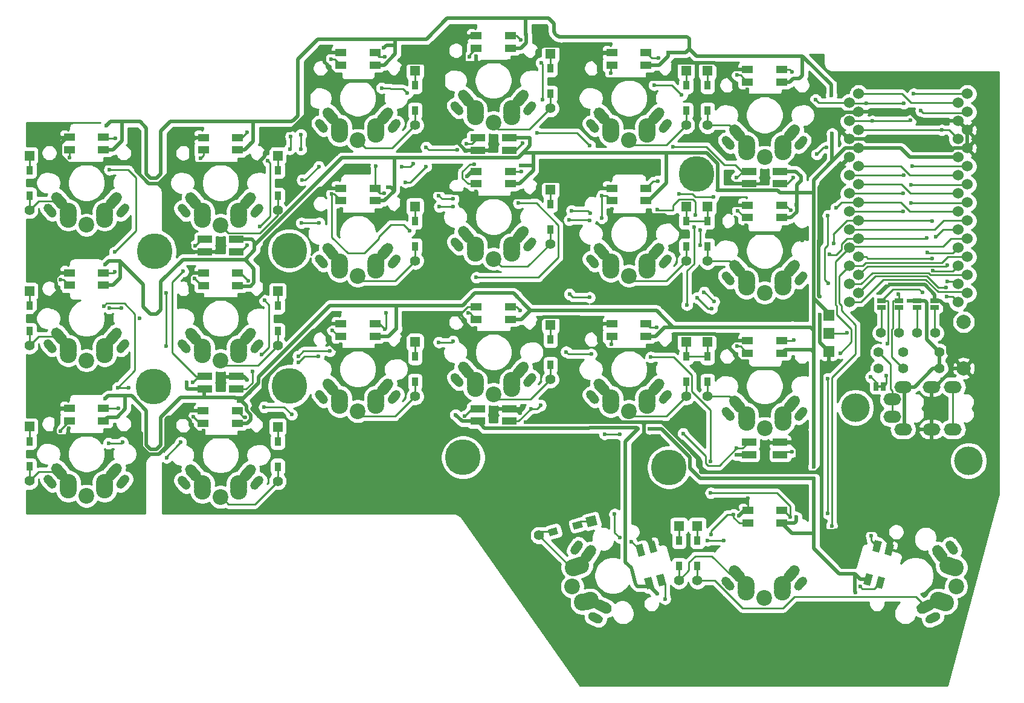
<source format=gbr>
G04 #@! TF.GenerationSoftware,KiCad,Pcbnew,5.1.9*
G04 #@! TF.CreationDate,2021-03-14T11:22:16+01:00*
G04 #@! TF.ProjectId,thorne-classic,74686f72-6e65-42d6-936c-61737369632e,1.1*
G04 #@! TF.SameCoordinates,Original*
G04 #@! TF.FileFunction,Copper,L1,Top*
G04 #@! TF.FilePolarity,Positive*
%FSLAX46Y46*%
G04 Gerber Fmt 4.6, Leading zero omitted, Abs format (unit mm)*
G04 Created by KiCad (PCBNEW 5.1.9) date 2021-03-14 11:22:16*
%MOMM*%
%LPD*%
G01*
G04 APERTURE LIST*
G04 #@! TA.AperFunction,ComponentPad*
%ADD10C,1.524000*%
G04 #@! TD*
G04 #@! TA.AperFunction,ComponentPad*
%ADD11C,2.400000*%
G04 #@! TD*
G04 #@! TA.AperFunction,ComponentPad*
%ADD12C,2.200000*%
G04 #@! TD*
G04 #@! TA.AperFunction,SMDPad,CuDef*
%ADD13R,0.950000X1.300000*%
G04 #@! TD*
G04 #@! TA.AperFunction,ComponentPad*
%ADD14C,1.397000*%
G04 #@! TD*
G04 #@! TA.AperFunction,ComponentPad*
%ADD15R,1.397000X1.397000*%
G04 #@! TD*
G04 #@! TA.AperFunction,ComponentPad*
%ADD16C,5.000000*%
G04 #@! TD*
G04 #@! TA.AperFunction,SMDPad,CuDef*
%ADD17R,2.000000X1.000000*%
G04 #@! TD*
G04 #@! TA.AperFunction,SMDPad,CuDef*
%ADD18R,1.600000X1.000000*%
G04 #@! TD*
G04 #@! TA.AperFunction,SMDPad,CuDef*
%ADD19C,0.100000*%
G04 #@! TD*
G04 #@! TA.AperFunction,ComponentPad*
%ADD20C,0.100000*%
G04 #@! TD*
G04 #@! TA.AperFunction,ComponentPad*
%ADD21O,2.500000X1.700000*%
G04 #@! TD*
G04 #@! TA.AperFunction,SMDPad,CuDef*
%ADD22R,0.635000X1.143000*%
G04 #@! TD*
G04 #@! TA.AperFunction,SMDPad,CuDef*
%ADD23R,0.381000X0.381000*%
G04 #@! TD*
G04 #@! TA.AperFunction,SMDPad,CuDef*
%ADD24R,1.143000X0.635000*%
G04 #@! TD*
G04 #@! TA.AperFunction,SMDPad,CuDef*
%ADD25R,1.524000X1.524000*%
G04 #@! TD*
G04 #@! TA.AperFunction,ComponentPad*
%ADD26C,4.000000*%
G04 #@! TD*
G04 #@! TA.AperFunction,ComponentPad*
%ADD27C,2.000000*%
G04 #@! TD*
G04 #@! TA.AperFunction,ViaPad*
%ADD28C,0.600000*%
G04 #@! TD*
G04 #@! TA.AperFunction,Conductor*
%ADD29C,0.250000*%
G04 #@! TD*
G04 #@! TA.AperFunction,Conductor*
%ADD30C,0.500000*%
G04 #@! TD*
G04 #@! TA.AperFunction,Conductor*
%ADD31C,0.254000*%
G04 #@! TD*
G04 #@! TA.AperFunction,Conductor*
%ADD32C,0.100000*%
G04 #@! TD*
G04 APERTURE END LIST*
D10*
X191380000Y-73042000D03*
X191380000Y-75582000D03*
X191380000Y-78122000D03*
X191380000Y-80662000D03*
X191380000Y-83202000D03*
X191380000Y-85742000D03*
X191380000Y-88282000D03*
X191380000Y-90822000D03*
X191380000Y-93362000D03*
X191380000Y-95902000D03*
X191380000Y-98442000D03*
X191380000Y-100982000D03*
X176140000Y-100982000D03*
X176140000Y-98442000D03*
X176140000Y-95902000D03*
X176140000Y-93362000D03*
X176140000Y-90822000D03*
X176140000Y-88282000D03*
X176140000Y-85742000D03*
X176140000Y-83202000D03*
X176140000Y-80662000D03*
X176140000Y-78122000D03*
X176140000Y-75582000D03*
X176140000Y-73042000D03*
X192686400Y-71772000D03*
X192686400Y-74312000D03*
X192686400Y-76852000D03*
X192686400Y-79392000D03*
X192686400Y-81932000D03*
X192686400Y-84472000D03*
X192686400Y-87012000D03*
X192686400Y-89552000D03*
X192686400Y-92092000D03*
X192686400Y-94632000D03*
X192686400Y-97172000D03*
X192686400Y-99712000D03*
X177466400Y-99712000D03*
X177466400Y-97172000D03*
X177466400Y-94632000D03*
X177466400Y-92092000D03*
X177466400Y-89552000D03*
X177466400Y-87012000D03*
X177466400Y-84472000D03*
X177466400Y-81932000D03*
X177466400Y-79392000D03*
X177466400Y-76852000D03*
X177466400Y-74312000D03*
X177466400Y-71772000D03*
D11*
X139339657Y-142924107D03*
X139822619Y-142794699D03*
X138507817Y-137887795D03*
X138024855Y-138017203D03*
G04 #@! TA.AperFunction,ComponentPad*
G36*
G01*
X138786362Y-137430006D02*
X138786362Y-137430006D01*
G75*
G02*
X138596041Y-136350641I444522J634843D01*
G01*
X139313011Y-135326701D01*
G75*
G02*
X140392376Y-135136380I634843J-444522D01*
G01*
X140392376Y-135136380D01*
G75*
G02*
X140582697Y-136215745I-444522J-634843D01*
G01*
X139865727Y-137239685D01*
G75*
G02*
X138786362Y-137430006I-634843J444522D01*
G01*
G37*
G04 #@! TD.AperFunction*
X138779419Y-143074222D03*
G04 #@! TA.AperFunction,ComponentPad*
G36*
G01*
X142830402Y-144235213D02*
X142830402Y-144235213D01*
G75*
G02*
X141800484Y-144610073I-702389J327529D01*
G01*
X140667600Y-144081801D01*
G75*
G02*
X140292740Y-143051883I327529J702389D01*
G01*
X140292740Y-143051883D01*
G75*
G02*
X141322658Y-142677023I702389J-327529D01*
G01*
X142455542Y-143205295D01*
G75*
G02*
X142830402Y-144235213I-327529J-702389D01*
G01*
G37*
G04 #@! TD.AperFunction*
X137464618Y-138167319D03*
D12*
X137329960Y-140833002D03*
G04 #@! TA.AperFunction,ComponentPad*
G36*
G01*
X141578726Y-145706466D02*
X141578726Y-145706466D01*
G75*
G02*
X140748148Y-146008772I-566442J264136D01*
G01*
X139887156Y-145607284D01*
G75*
G02*
X139584850Y-144776706I264136J566442D01*
G01*
X139584850Y-144776706D01*
G75*
G02*
X140415428Y-144474400I566442J-264136D01*
G01*
X141276420Y-144875888D01*
G75*
G02*
X141578726Y-145706466I-264136J-566442D01*
G01*
G37*
G04 #@! TD.AperFunction*
G04 #@! TA.AperFunction,ComponentPad*
G36*
G01*
X137310900Y-136290210D02*
X137310900Y-136290210D01*
G75*
G02*
X137157415Y-135419755I358485J511970D01*
G01*
X137702313Y-134641561D01*
G75*
G02*
X138572768Y-134488076I511970J-358485D01*
G01*
X138572768Y-134488076D01*
G75*
G02*
X138726253Y-135358531I-358485J-511970D01*
G01*
X138181355Y-136136725D01*
G75*
G02*
X137310900Y-136290210I-511970J358485D01*
G01*
G37*
G04 #@! TD.AperFunction*
D13*
X134280000Y-90775000D03*
D14*
X134280000Y-92810000D03*
D15*
X134280000Y-85190000D03*
D13*
X134280000Y-87225000D03*
D16*
X122030000Y-122750000D03*
D11*
X147820000Y-76875000D03*
X147820000Y-76375000D03*
X142740000Y-76375000D03*
X142740000Y-76875000D03*
G04 #@! TA.AperFunction,ComponentPad*
G36*
G01*
X142369902Y-75987462D02*
X142369902Y-75987462D01*
G75*
G02*
X141278058Y-75891938I-498160J593684D01*
G01*
X140474574Y-74934382D01*
G75*
G02*
X140570098Y-73842538I593684J498160D01*
G01*
X140570098Y-73842538D01*
G75*
G02*
X141661942Y-73938062I498160J-593684D01*
G01*
X142465426Y-74895618D01*
G75*
G02*
X142369902Y-75987462I-593684J-498160D01*
G01*
G37*
G04 #@! TD.AperFunction*
X147820000Y-77455000D03*
G04 #@! TA.AperFunction,ComponentPad*
G36*
G01*
X149989902Y-73842538D02*
X149989902Y-73842538D01*
G75*
G02*
X150085426Y-74934382I-498160J-593684D01*
G01*
X149281942Y-75891938D01*
G75*
G02*
X148190098Y-75987462I-593684J498160D01*
G01*
X148190098Y-75987462D01*
G75*
G02*
X148094574Y-74895618I498160J593684D01*
G01*
X148898058Y-73938062D01*
G75*
G02*
X149989902Y-73842538I593684J-498160D01*
G01*
G37*
G04 #@! TD.AperFunction*
X142740000Y-77455000D03*
D12*
X145280000Y-78275000D03*
G04 #@! TA.AperFunction,ComponentPad*
G36*
G01*
X151087066Y-75432351D02*
X151087066Y-75432351D01*
G75*
G02*
X151164102Y-76312871I-401742J-478778D01*
G01*
X150553454Y-77040613D01*
G75*
G02*
X149672934Y-77117649I-478778J401742D01*
G01*
X149672934Y-77117649D01*
G75*
G02*
X149595898Y-76237129I401742J478778D01*
G01*
X150206546Y-75509387D01*
G75*
G02*
X151087066Y-75432351I478778J-401742D01*
G01*
G37*
G04 #@! TD.AperFunction*
G04 #@! TA.AperFunction,ComponentPad*
G36*
G01*
X140887066Y-77117649D02*
X140887066Y-77117649D01*
G75*
G02*
X140006546Y-77040613I-401742J478778D01*
G01*
X139395898Y-76312871D01*
G75*
G02*
X139472934Y-75432351I478778J401742D01*
G01*
X139472934Y-75432351D01*
G75*
G02*
X140353454Y-75509387I401742J-478778D01*
G01*
X140964102Y-76237129D01*
G75*
G02*
X140887066Y-77117649I-478778J-401742D01*
G01*
G37*
G04 #@! TD.AperFunction*
D11*
X90580000Y-88765000D03*
X90580000Y-88265000D03*
X85500000Y-88265000D03*
X85500000Y-88765000D03*
G04 #@! TA.AperFunction,ComponentPad*
G36*
G01*
X85129902Y-87877462D02*
X85129902Y-87877462D01*
G75*
G02*
X84038058Y-87781938I-498160J593684D01*
G01*
X83234574Y-86824382D01*
G75*
G02*
X83330098Y-85732538I593684J498160D01*
G01*
X83330098Y-85732538D01*
G75*
G02*
X84421942Y-85828062I498160J-593684D01*
G01*
X85225426Y-86785618D01*
G75*
G02*
X85129902Y-87877462I-593684J-498160D01*
G01*
G37*
G04 #@! TD.AperFunction*
X90580000Y-89345000D03*
G04 #@! TA.AperFunction,ComponentPad*
G36*
G01*
X92749902Y-85732538D02*
X92749902Y-85732538D01*
G75*
G02*
X92845426Y-86824382I-498160J-593684D01*
G01*
X92041942Y-87781938D01*
G75*
G02*
X90950098Y-87877462I-593684J498160D01*
G01*
X90950098Y-87877462D01*
G75*
G02*
X90854574Y-86785618I498160J593684D01*
G01*
X91658058Y-85828062D01*
G75*
G02*
X92749902Y-85732538I593684J-498160D01*
G01*
G37*
G04 #@! TD.AperFunction*
X85500000Y-89345000D03*
D12*
X88040000Y-90165000D03*
G04 #@! TA.AperFunction,ComponentPad*
G36*
G01*
X93847066Y-87322351D02*
X93847066Y-87322351D01*
G75*
G02*
X93924102Y-88202871I-401742J-478778D01*
G01*
X93313454Y-88930613D01*
G75*
G02*
X92432934Y-89007649I-478778J401742D01*
G01*
X92432934Y-89007649D01*
G75*
G02*
X92355898Y-88127129I401742J478778D01*
G01*
X92966546Y-87399387D01*
G75*
G02*
X93847066Y-87322351I478778J-401742D01*
G01*
G37*
G04 #@! TD.AperFunction*
G04 #@! TA.AperFunction,ComponentPad*
G36*
G01*
X83647066Y-89007649D02*
X83647066Y-89007649D01*
G75*
G02*
X82766546Y-88930613I-401742J478778D01*
G01*
X82155898Y-88202871D01*
G75*
G02*
X82232934Y-87322351I478778J401742D01*
G01*
X82232934Y-87322351D01*
G75*
G02*
X83113454Y-87399387I401742J-478778D01*
G01*
X83724102Y-88127129D01*
G75*
G02*
X83647066Y-89007649I-478778J-401742D01*
G01*
G37*
G04 #@! TD.AperFunction*
D17*
X85830000Y-113155000D03*
X85830000Y-111405000D03*
X90230000Y-113155000D03*
X90230000Y-111405000D03*
D13*
X154880000Y-137945000D03*
D14*
X154880000Y-139980000D03*
D15*
X154880000Y-132360000D03*
D13*
X154880000Y-134395000D03*
D18*
X161932180Y-130205386D03*
X161932180Y-131955386D03*
X166732180Y-130205386D03*
X166732180Y-131955386D03*
D16*
X78660000Y-112790000D03*
D18*
X85610000Y-116215000D03*
X85610000Y-117965000D03*
X90410000Y-116215000D03*
X90410000Y-117965000D03*
D17*
X128480000Y-77925000D03*
X128480000Y-79675000D03*
X124080000Y-77925000D03*
X124080000Y-79675000D03*
D13*
X96040000Y-86040000D03*
D14*
X96040000Y-88075000D03*
D15*
X96040000Y-80455000D03*
D13*
X96040000Y-82490000D03*
D18*
X104880000Y-85000000D03*
X104880000Y-86750000D03*
X109680000Y-85000000D03*
X109680000Y-86750000D03*
D13*
X115280000Y-93150000D03*
D14*
X115280000Y-95185000D03*
D15*
X115280000Y-87565000D03*
D13*
X115280000Y-89600000D03*
D18*
X123880000Y-63625000D03*
X123880000Y-65375000D03*
X128680000Y-63625000D03*
X128680000Y-65375000D03*
X66850000Y-96870000D03*
X66850000Y-98620000D03*
X71650000Y-96870000D03*
X71650000Y-98620000D03*
D13*
X152270000Y-137945000D03*
D14*
X152270000Y-139980000D03*
D15*
X152270000Y-132360000D03*
D13*
X152270000Y-134395000D03*
X153280000Y-112150000D03*
D14*
X153280000Y-114185000D03*
D15*
X153280000Y-106565000D03*
D13*
X153280000Y-108600000D03*
D11*
X71790000Y-88745000D03*
X71790000Y-88245000D03*
X66710000Y-88245000D03*
X66710000Y-88745000D03*
G04 #@! TA.AperFunction,ComponentPad*
G36*
G01*
X66339902Y-87857462D02*
X66339902Y-87857462D01*
G75*
G02*
X65248058Y-87761938I-498160J593684D01*
G01*
X64444574Y-86804382D01*
G75*
G02*
X64540098Y-85712538I593684J498160D01*
G01*
X64540098Y-85712538D01*
G75*
G02*
X65631942Y-85808062I498160J-593684D01*
G01*
X66435426Y-86765618D01*
G75*
G02*
X66339902Y-87857462I-593684J-498160D01*
G01*
G37*
G04 #@! TD.AperFunction*
X71790000Y-89325000D03*
G04 #@! TA.AperFunction,ComponentPad*
G36*
G01*
X73959902Y-85712538D02*
X73959902Y-85712538D01*
G75*
G02*
X74055426Y-86804382I-498160J-593684D01*
G01*
X73251942Y-87761938D01*
G75*
G02*
X72160098Y-87857462I-593684J498160D01*
G01*
X72160098Y-87857462D01*
G75*
G02*
X72064574Y-86765618I498160J593684D01*
G01*
X72868058Y-85808062D01*
G75*
G02*
X73959902Y-85712538I593684J-498160D01*
G01*
G37*
G04 #@! TD.AperFunction*
X66710000Y-89325000D03*
D12*
X69250000Y-90145000D03*
G04 #@! TA.AperFunction,ComponentPad*
G36*
G01*
X75057066Y-87302351D02*
X75057066Y-87302351D01*
G75*
G02*
X75134102Y-88182871I-401742J-478778D01*
G01*
X74523454Y-88910613D01*
G75*
G02*
X73642934Y-88987649I-478778J401742D01*
G01*
X73642934Y-88987649D01*
G75*
G02*
X73565898Y-88107129I401742J478778D01*
G01*
X74176546Y-87379387D01*
G75*
G02*
X75057066Y-87302351I478778J-401742D01*
G01*
G37*
G04 #@! TD.AperFunction*
G04 #@! TA.AperFunction,ComponentPad*
G36*
G01*
X64857066Y-88987649D02*
X64857066Y-88987649D01*
G75*
G02*
X63976546Y-88910613I-401742J478778D01*
G01*
X63365898Y-88182871D01*
G75*
G02*
X63442934Y-87302351I478778J401742D01*
G01*
X63442934Y-87302351D01*
G75*
G02*
X64323454Y-87379387I401742J-478778D01*
G01*
X64934102Y-88107129D01*
G75*
G02*
X64857066Y-88987649I-478778J-401742D01*
G01*
G37*
G04 #@! TD.AperFunction*
D11*
X147820000Y-114875000D03*
X147820000Y-114375000D03*
X142740000Y-114375000D03*
X142740000Y-114875000D03*
G04 #@! TA.AperFunction,ComponentPad*
G36*
G01*
X142369902Y-113987462D02*
X142369902Y-113987462D01*
G75*
G02*
X141278058Y-113891938I-498160J593684D01*
G01*
X140474574Y-112934382D01*
G75*
G02*
X140570098Y-111842538I593684J498160D01*
G01*
X140570098Y-111842538D01*
G75*
G02*
X141661942Y-111938062I498160J-593684D01*
G01*
X142465426Y-112895618D01*
G75*
G02*
X142369902Y-113987462I-593684J-498160D01*
G01*
G37*
G04 #@! TD.AperFunction*
X147820000Y-115455000D03*
G04 #@! TA.AperFunction,ComponentPad*
G36*
G01*
X149989902Y-111842538D02*
X149989902Y-111842538D01*
G75*
G02*
X150085426Y-112934382I-498160J-593684D01*
G01*
X149281942Y-113891938D01*
G75*
G02*
X148190098Y-113987462I-593684J498160D01*
G01*
X148190098Y-113987462D01*
G75*
G02*
X148094574Y-112895618I498160J593684D01*
G01*
X148898058Y-111938062D01*
G75*
G02*
X149989902Y-111842538I593684J-498160D01*
G01*
G37*
G04 #@! TD.AperFunction*
X142740000Y-115455000D03*
D12*
X145280000Y-116275000D03*
G04 #@! TA.AperFunction,ComponentPad*
G36*
G01*
X151087066Y-113432351D02*
X151087066Y-113432351D01*
G75*
G02*
X151164102Y-114312871I-401742J-478778D01*
G01*
X150553454Y-115040613D01*
G75*
G02*
X149672934Y-115117649I-478778J401742D01*
G01*
X149672934Y-115117649D01*
G75*
G02*
X149595898Y-114237129I401742J478778D01*
G01*
X150206546Y-113509387D01*
G75*
G02*
X151087066Y-113432351I478778J-401742D01*
G01*
G37*
G04 #@! TD.AperFunction*
G04 #@! TA.AperFunction,ComponentPad*
G36*
G01*
X140887066Y-115117649D02*
X140887066Y-115117649D01*
G75*
G02*
X140006546Y-115040613I-401742J478778D01*
G01*
X139395898Y-114312871D01*
G75*
G02*
X139472934Y-113432351I478778J401742D01*
G01*
X139472934Y-113432351D01*
G75*
G02*
X140353454Y-113509387I401742J-478778D01*
G01*
X140964102Y-114237129D01*
G75*
G02*
X140887066Y-115117649I-478778J-401742D01*
G01*
G37*
G04 #@! TD.AperFunction*
D11*
X71790000Y-126745000D03*
X71790000Y-126245000D03*
X66710000Y-126245000D03*
X66710000Y-126745000D03*
G04 #@! TA.AperFunction,ComponentPad*
G36*
G01*
X66339902Y-125857462D02*
X66339902Y-125857462D01*
G75*
G02*
X65248058Y-125761938I-498160J593684D01*
G01*
X64444574Y-124804382D01*
G75*
G02*
X64540098Y-123712538I593684J498160D01*
G01*
X64540098Y-123712538D01*
G75*
G02*
X65631942Y-123808062I498160J-593684D01*
G01*
X66435426Y-124765618D01*
G75*
G02*
X66339902Y-125857462I-593684J-498160D01*
G01*
G37*
G04 #@! TD.AperFunction*
X71790000Y-127325000D03*
G04 #@! TA.AperFunction,ComponentPad*
G36*
G01*
X73959902Y-123712538D02*
X73959902Y-123712538D01*
G75*
G02*
X74055426Y-124804382I-498160J-593684D01*
G01*
X73251942Y-125761938D01*
G75*
G02*
X72160098Y-125857462I-593684J498160D01*
G01*
X72160098Y-125857462D01*
G75*
G02*
X72064574Y-124765618I498160J593684D01*
G01*
X72868058Y-123808062D01*
G75*
G02*
X73959902Y-123712538I593684J-498160D01*
G01*
G37*
G04 #@! TD.AperFunction*
X66710000Y-127325000D03*
D12*
X69250000Y-128145000D03*
G04 #@! TA.AperFunction,ComponentPad*
G36*
G01*
X75057066Y-125302351D02*
X75057066Y-125302351D01*
G75*
G02*
X75134102Y-126182871I-401742J-478778D01*
G01*
X74523454Y-126910613D01*
G75*
G02*
X73642934Y-126987649I-478778J401742D01*
G01*
X73642934Y-126987649D01*
G75*
G02*
X73565898Y-126107129I401742J478778D01*
G01*
X74176546Y-125379387D01*
G75*
G02*
X75057066Y-125302351I478778J-401742D01*
G01*
G37*
G04 #@! TD.AperFunction*
G04 #@! TA.AperFunction,ComponentPad*
G36*
G01*
X64857066Y-126987649D02*
X64857066Y-126987649D01*
G75*
G02*
X63976546Y-126910613I-401742J478778D01*
G01*
X63365898Y-126182871D01*
G75*
G02*
X63442934Y-125302351I478778J401742D01*
G01*
X63442934Y-125302351D01*
G75*
G02*
X64323454Y-125379387I401742J-478778D01*
G01*
X64934102Y-126107129D01*
G75*
G02*
X64857066Y-126987649I-478778J-401742D01*
G01*
G37*
G04 #@! TD.AperFunction*
D11*
X90570000Y-126900000D03*
X90570000Y-126400000D03*
X85490000Y-126400000D03*
X85490000Y-126900000D03*
G04 #@! TA.AperFunction,ComponentPad*
G36*
G01*
X85119902Y-126012462D02*
X85119902Y-126012462D01*
G75*
G02*
X84028058Y-125916938I-498160J593684D01*
G01*
X83224574Y-124959382D01*
G75*
G02*
X83320098Y-123867538I593684J498160D01*
G01*
X83320098Y-123867538D01*
G75*
G02*
X84411942Y-123963062I498160J-593684D01*
G01*
X85215426Y-124920618D01*
G75*
G02*
X85119902Y-126012462I-593684J-498160D01*
G01*
G37*
G04 #@! TD.AperFunction*
X90570000Y-127480000D03*
G04 #@! TA.AperFunction,ComponentPad*
G36*
G01*
X92739902Y-123867538D02*
X92739902Y-123867538D01*
G75*
G02*
X92835426Y-124959382I-498160J-593684D01*
G01*
X92031942Y-125916938D01*
G75*
G02*
X90940098Y-126012462I-593684J498160D01*
G01*
X90940098Y-126012462D01*
G75*
G02*
X90844574Y-124920618I498160J593684D01*
G01*
X91648058Y-123963062D01*
G75*
G02*
X92739902Y-123867538I593684J-498160D01*
G01*
G37*
G04 #@! TD.AperFunction*
X85490000Y-127480000D03*
D12*
X88030000Y-128300000D03*
G04 #@! TA.AperFunction,ComponentPad*
G36*
G01*
X93837066Y-125457351D02*
X93837066Y-125457351D01*
G75*
G02*
X93914102Y-126337871I-401742J-478778D01*
G01*
X93303454Y-127065613D01*
G75*
G02*
X92422934Y-127142649I-478778J401742D01*
G01*
X92422934Y-127142649D01*
G75*
G02*
X92345898Y-126262129I401742J478778D01*
G01*
X92956546Y-125534387D01*
G75*
G02*
X93837066Y-125457351I478778J-401742D01*
G01*
G37*
G04 #@! TD.AperFunction*
G04 #@! TA.AperFunction,ComponentPad*
G36*
G01*
X83637066Y-127142649D02*
X83637066Y-127142649D01*
G75*
G02*
X82756546Y-127065613I-401742J478778D01*
G01*
X82145898Y-126337871D01*
G75*
G02*
X82222934Y-125457351I478778J401742D01*
G01*
X82222934Y-125457351D01*
G75*
G02*
X83103454Y-125534387I401742J-478778D01*
G01*
X83714102Y-126262129D01*
G75*
G02*
X83637066Y-127142649I-478778J-401742D01*
G01*
G37*
G04 #@! TD.AperFunction*
D13*
X115280000Y-74150000D03*
D14*
X115280000Y-76185000D03*
D15*
X115280000Y-68565000D03*
D13*
X115280000Y-70600000D03*
D16*
X150880000Y-124120000D03*
D18*
X142880000Y-104000000D03*
X142880000Y-105750000D03*
X147680000Y-104000000D03*
X147680000Y-105750000D03*
D16*
X78800000Y-93810000D03*
D18*
X142880000Y-85000000D03*
X142880000Y-86750000D03*
X147680000Y-85000000D03*
X147680000Y-86750000D03*
D13*
X153280000Y-74150000D03*
D14*
X153280000Y-76185000D03*
D15*
X153280000Y-68565000D03*
D13*
X153280000Y-70600000D03*
X96040000Y-124040000D03*
D14*
X96040000Y-126075000D03*
D15*
X96040000Y-118455000D03*
D13*
X96040000Y-120490000D03*
X156280000Y-112150000D03*
D14*
X156280000Y-114185000D03*
D15*
X156280000Y-106565000D03*
D13*
X156280000Y-108600000D03*
D11*
X128820000Y-112500000D03*
X128820000Y-112000000D03*
X123740000Y-112000000D03*
X123740000Y-112500000D03*
G04 #@! TA.AperFunction,ComponentPad*
G36*
G01*
X123369902Y-111612462D02*
X123369902Y-111612462D01*
G75*
G02*
X122278058Y-111516938I-498160J593684D01*
G01*
X121474574Y-110559382D01*
G75*
G02*
X121570098Y-109467538I593684J498160D01*
G01*
X121570098Y-109467538D01*
G75*
G02*
X122661942Y-109563062I498160J-593684D01*
G01*
X123465426Y-110520618D01*
G75*
G02*
X123369902Y-111612462I-593684J-498160D01*
G01*
G37*
G04 #@! TD.AperFunction*
X128820000Y-113080000D03*
G04 #@! TA.AperFunction,ComponentPad*
G36*
G01*
X130989902Y-109467538D02*
X130989902Y-109467538D01*
G75*
G02*
X131085426Y-110559382I-498160J-593684D01*
G01*
X130281942Y-111516938D01*
G75*
G02*
X129190098Y-111612462I-593684J498160D01*
G01*
X129190098Y-111612462D01*
G75*
G02*
X129094574Y-110520618I498160J593684D01*
G01*
X129898058Y-109563062D01*
G75*
G02*
X130989902Y-109467538I593684J-498160D01*
G01*
G37*
G04 #@! TD.AperFunction*
X123740000Y-113080000D03*
D12*
X126280000Y-113900000D03*
G04 #@! TA.AperFunction,ComponentPad*
G36*
G01*
X132087066Y-111057351D02*
X132087066Y-111057351D01*
G75*
G02*
X132164102Y-111937871I-401742J-478778D01*
G01*
X131553454Y-112665613D01*
G75*
G02*
X130672934Y-112742649I-478778J401742D01*
G01*
X130672934Y-112742649D01*
G75*
G02*
X130595898Y-111862129I401742J478778D01*
G01*
X131206546Y-111134387D01*
G75*
G02*
X132087066Y-111057351I478778J-401742D01*
G01*
G37*
G04 #@! TD.AperFunction*
G04 #@! TA.AperFunction,ComponentPad*
G36*
G01*
X121887066Y-112742649D02*
X121887066Y-112742649D01*
G75*
G02*
X121006546Y-112665613I-401742J478778D01*
G01*
X120395898Y-111937871D01*
G75*
G02*
X120472934Y-111057351I478778J401742D01*
G01*
X120472934Y-111057351D01*
G75*
G02*
X121353454Y-111134387I401742J-478778D01*
G01*
X121964102Y-111862129D01*
G75*
G02*
X121887066Y-112742649I-478778J-401742D01*
G01*
G37*
G04 #@! TD.AperFunction*
D16*
X97710000Y-112740000D03*
D11*
X147820000Y-95875000D03*
X147820000Y-95375000D03*
X142740000Y-95375000D03*
X142740000Y-95875000D03*
G04 #@! TA.AperFunction,ComponentPad*
G36*
G01*
X142369902Y-94987462D02*
X142369902Y-94987462D01*
G75*
G02*
X141278058Y-94891938I-498160J593684D01*
G01*
X140474574Y-93934382D01*
G75*
G02*
X140570098Y-92842538I593684J498160D01*
G01*
X140570098Y-92842538D01*
G75*
G02*
X141661942Y-92938062I498160J-593684D01*
G01*
X142465426Y-93895618D01*
G75*
G02*
X142369902Y-94987462I-593684J-498160D01*
G01*
G37*
G04 #@! TD.AperFunction*
X147820000Y-96455000D03*
G04 #@! TA.AperFunction,ComponentPad*
G36*
G01*
X149989902Y-92842538D02*
X149989902Y-92842538D01*
G75*
G02*
X150085426Y-93934382I-498160J-593684D01*
G01*
X149281942Y-94891938D01*
G75*
G02*
X148190098Y-94987462I-593684J498160D01*
G01*
X148190098Y-94987462D01*
G75*
G02*
X148094574Y-93895618I498160J593684D01*
G01*
X148898058Y-92938062D01*
G75*
G02*
X149989902Y-92842538I593684J-498160D01*
G01*
G37*
G04 #@! TD.AperFunction*
X142740000Y-96455000D03*
D12*
X145280000Y-97275000D03*
G04 #@! TA.AperFunction,ComponentPad*
G36*
G01*
X151087066Y-94432351D02*
X151087066Y-94432351D01*
G75*
G02*
X151164102Y-95312871I-401742J-478778D01*
G01*
X150553454Y-96040613D01*
G75*
G02*
X149672934Y-96117649I-478778J401742D01*
G01*
X149672934Y-96117649D01*
G75*
G02*
X149595898Y-95237129I401742J478778D01*
G01*
X150206546Y-94509387D01*
G75*
G02*
X151087066Y-94432351I478778J-401742D01*
G01*
G37*
G04 #@! TD.AperFunction*
G04 #@! TA.AperFunction,ComponentPad*
G36*
G01*
X140887066Y-96117649D02*
X140887066Y-96117649D01*
G75*
G02*
X140006546Y-96040613I-401742J478778D01*
G01*
X139395898Y-95312871D01*
G75*
G02*
X139472934Y-94432351I478778J401742D01*
G01*
X139472934Y-94432351D01*
G75*
G02*
X140353454Y-94509387I401742J-478778D01*
G01*
X140964102Y-95237129D01*
G75*
G02*
X140887066Y-96117649I-478778J-401742D01*
G01*
G37*
G04 #@! TD.AperFunction*
D11*
X128810000Y-74400000D03*
X128810000Y-73900000D03*
X123730000Y-73900000D03*
X123730000Y-74400000D03*
G04 #@! TA.AperFunction,ComponentPad*
G36*
G01*
X123359902Y-73512462D02*
X123359902Y-73512462D01*
G75*
G02*
X122268058Y-73416938I-498160J593684D01*
G01*
X121464574Y-72459382D01*
G75*
G02*
X121560098Y-71367538I593684J498160D01*
G01*
X121560098Y-71367538D01*
G75*
G02*
X122651942Y-71463062I498160J-593684D01*
G01*
X123455426Y-72420618D01*
G75*
G02*
X123359902Y-73512462I-593684J-498160D01*
G01*
G37*
G04 #@! TD.AperFunction*
X128810000Y-74980000D03*
G04 #@! TA.AperFunction,ComponentPad*
G36*
G01*
X130979902Y-71367538D02*
X130979902Y-71367538D01*
G75*
G02*
X131075426Y-72459382I-498160J-593684D01*
G01*
X130271942Y-73416938D01*
G75*
G02*
X129180098Y-73512462I-593684J498160D01*
G01*
X129180098Y-73512462D01*
G75*
G02*
X129084574Y-72420618I498160J593684D01*
G01*
X129888058Y-71463062D01*
G75*
G02*
X130979902Y-71367538I593684J-498160D01*
G01*
G37*
G04 #@! TD.AperFunction*
X123730000Y-74980000D03*
D12*
X126270000Y-75800000D03*
G04 #@! TA.AperFunction,ComponentPad*
G36*
G01*
X132077066Y-72957351D02*
X132077066Y-72957351D01*
G75*
G02*
X132154102Y-73837871I-401742J-478778D01*
G01*
X131543454Y-74565613D01*
G75*
G02*
X130662934Y-74642649I-478778J401742D01*
G01*
X130662934Y-74642649D01*
G75*
G02*
X130585898Y-73762129I401742J478778D01*
G01*
X131196546Y-73034387D01*
G75*
G02*
X132077066Y-72957351I478778J-401742D01*
G01*
G37*
G04 #@! TD.AperFunction*
G04 #@! TA.AperFunction,ComponentPad*
G36*
G01*
X121877066Y-74642649D02*
X121877066Y-74642649D01*
G75*
G02*
X120996546Y-74565613I-401742J478778D01*
G01*
X120385898Y-73837871D01*
G75*
G02*
X120462934Y-72957351I478778J401742D01*
G01*
X120462934Y-72957351D01*
G75*
G02*
X121343454Y-73034387I401742J-478778D01*
G01*
X121954102Y-73762129D01*
G75*
G02*
X121877066Y-74642649I-478778J-401742D01*
G01*
G37*
G04 #@! TD.AperFunction*
D13*
X115280000Y-112150000D03*
D14*
X115280000Y-114185000D03*
D15*
X115280000Y-106565000D03*
D13*
X115280000Y-108600000D03*
D18*
X85640000Y-96890000D03*
X85640000Y-98640000D03*
X90440000Y-96890000D03*
X90440000Y-98640000D03*
D11*
X90580000Y-107765000D03*
X90580000Y-107265000D03*
X85500000Y-107265000D03*
X85500000Y-107765000D03*
G04 #@! TA.AperFunction,ComponentPad*
G36*
G01*
X85129902Y-106877462D02*
X85129902Y-106877462D01*
G75*
G02*
X84038058Y-106781938I-498160J593684D01*
G01*
X83234574Y-105824382D01*
G75*
G02*
X83330098Y-104732538I593684J498160D01*
G01*
X83330098Y-104732538D01*
G75*
G02*
X84421942Y-104828062I498160J-593684D01*
G01*
X85225426Y-105785618D01*
G75*
G02*
X85129902Y-106877462I-593684J-498160D01*
G01*
G37*
G04 #@! TD.AperFunction*
X90580000Y-108345000D03*
G04 #@! TA.AperFunction,ComponentPad*
G36*
G01*
X92749902Y-104732538D02*
X92749902Y-104732538D01*
G75*
G02*
X92845426Y-105824382I-498160J-593684D01*
G01*
X92041942Y-106781938D01*
G75*
G02*
X90950098Y-106877462I-593684J498160D01*
G01*
X90950098Y-106877462D01*
G75*
G02*
X90854574Y-105785618I498160J593684D01*
G01*
X91658058Y-104828062D01*
G75*
G02*
X92749902Y-104732538I593684J-498160D01*
G01*
G37*
G04 #@! TD.AperFunction*
X85500000Y-108345000D03*
D12*
X88040000Y-109165000D03*
G04 #@! TA.AperFunction,ComponentPad*
G36*
G01*
X93847066Y-106322351D02*
X93847066Y-106322351D01*
G75*
G02*
X93924102Y-107202871I-401742J-478778D01*
G01*
X93313454Y-107930613D01*
G75*
G02*
X92432934Y-108007649I-478778J401742D01*
G01*
X92432934Y-108007649D01*
G75*
G02*
X92355898Y-107127129I401742J478778D01*
G01*
X92966546Y-106399387D01*
G75*
G02*
X93847066Y-106322351I478778J-401742D01*
G01*
G37*
G04 #@! TD.AperFunction*
G04 #@! TA.AperFunction,ComponentPad*
G36*
G01*
X83647066Y-108007649D02*
X83647066Y-108007649D01*
G75*
G02*
X82766546Y-107930613I-401742J478778D01*
G01*
X82155898Y-107202871D01*
G75*
G02*
X82232934Y-106322351I478778J401742D01*
G01*
X82232934Y-106322351D01*
G75*
G02*
X83113454Y-106399387I401742J-478778D01*
G01*
X83724102Y-107127129D01*
G75*
G02*
X83647066Y-108007649I-478778J-401742D01*
G01*
G37*
G04 #@! TD.AperFunction*
D11*
X109820000Y-114875000D03*
X109820000Y-114375000D03*
X104740000Y-114375000D03*
X104740000Y-114875000D03*
G04 #@! TA.AperFunction,ComponentPad*
G36*
G01*
X104369902Y-113987462D02*
X104369902Y-113987462D01*
G75*
G02*
X103278058Y-113891938I-498160J593684D01*
G01*
X102474574Y-112934382D01*
G75*
G02*
X102570098Y-111842538I593684J498160D01*
G01*
X102570098Y-111842538D01*
G75*
G02*
X103661942Y-111938062I498160J-593684D01*
G01*
X104465426Y-112895618D01*
G75*
G02*
X104369902Y-113987462I-593684J-498160D01*
G01*
G37*
G04 #@! TD.AperFunction*
X109820000Y-115455000D03*
G04 #@! TA.AperFunction,ComponentPad*
G36*
G01*
X111989902Y-111842538D02*
X111989902Y-111842538D01*
G75*
G02*
X112085426Y-112934382I-498160J-593684D01*
G01*
X111281942Y-113891938D01*
G75*
G02*
X110190098Y-113987462I-593684J498160D01*
G01*
X110190098Y-113987462D01*
G75*
G02*
X110094574Y-112895618I498160J593684D01*
G01*
X110898058Y-111938062D01*
G75*
G02*
X111989902Y-111842538I593684J-498160D01*
G01*
G37*
G04 #@! TD.AperFunction*
X104740000Y-115455000D03*
D12*
X107280000Y-116275000D03*
G04 #@! TA.AperFunction,ComponentPad*
G36*
G01*
X113087066Y-113432351D02*
X113087066Y-113432351D01*
G75*
G02*
X113164102Y-114312871I-401742J-478778D01*
G01*
X112553454Y-115040613D01*
G75*
G02*
X111672934Y-115117649I-478778J401742D01*
G01*
X111672934Y-115117649D01*
G75*
G02*
X111595898Y-114237129I401742J478778D01*
G01*
X112206546Y-113509387D01*
G75*
G02*
X113087066Y-113432351I478778J-401742D01*
G01*
G37*
G04 #@! TD.AperFunction*
G04 #@! TA.AperFunction,ComponentPad*
G36*
G01*
X102887066Y-115117649D02*
X102887066Y-115117649D01*
G75*
G02*
X102006546Y-115040613I-401742J478778D01*
G01*
X101395898Y-114312871D01*
G75*
G02*
X101472934Y-113432351I478778J401742D01*
G01*
X101472934Y-113432351D01*
G75*
G02*
X102353454Y-113509387I401742J-478778D01*
G01*
X102964102Y-114237129D01*
G75*
G02*
X102887066Y-115117649I-478778J-401742D01*
G01*
G37*
G04 #@! TD.AperFunction*
G04 #@! TA.AperFunction,SMDPad,CuDef*
D19*
G36*
X147874001Y-134661980D02*
G01*
X148839927Y-134403161D01*
X149254037Y-135948642D01*
X148288111Y-136207461D01*
X147874001Y-134661980D01*
G37*
G04 #@! TD.AperFunction*
G04 #@! TA.AperFunction,SMDPad,CuDef*
G36*
X146183631Y-135114914D02*
G01*
X147149557Y-134856095D01*
X147563667Y-136401576D01*
X146597741Y-136660395D01*
X146183631Y-135114914D01*
G37*
G04 #@! TD.AperFunction*
G04 #@! TA.AperFunction,SMDPad,CuDef*
G36*
X149116333Y-139298424D02*
G01*
X150082259Y-139039605D01*
X150496369Y-140585086D01*
X149530443Y-140843905D01*
X149116333Y-139298424D01*
G37*
G04 #@! TD.AperFunction*
G04 #@! TA.AperFunction,SMDPad,CuDef*
G36*
X147425963Y-139751358D02*
G01*
X148391889Y-139492539D01*
X148805999Y-141038020D01*
X147840073Y-141296839D01*
X147425963Y-139751358D01*
G37*
G04 #@! TD.AperFunction*
D13*
X134280000Y-109775000D03*
D14*
X134280000Y-111810000D03*
D15*
X134280000Y-104190000D03*
D13*
X134280000Y-106225000D03*
D18*
X161880000Y-68375000D03*
X161880000Y-70125000D03*
X166680000Y-68375000D03*
X166680000Y-70125000D03*
D16*
X154780000Y-83000000D03*
D13*
X61250000Y-86020000D03*
D14*
X61250000Y-88055000D03*
D15*
X61250000Y-80435000D03*
D13*
X61250000Y-82470000D03*
X153280000Y-93150000D03*
D14*
X153280000Y-95185000D03*
D15*
X153280000Y-87565000D03*
D13*
X153280000Y-89600000D03*
D18*
X161880000Y-106375000D03*
X161880000Y-108125000D03*
X166680000Y-106375000D03*
X166680000Y-108125000D03*
D13*
X156280000Y-74150000D03*
D14*
X156280000Y-76185000D03*
D15*
X156280000Y-68565000D03*
D13*
X156280000Y-70600000D03*
D18*
X66850000Y-77870000D03*
X66850000Y-79620000D03*
X71650000Y-77870000D03*
X71650000Y-79620000D03*
D17*
X162080000Y-122375000D03*
X162080000Y-120625000D03*
X166480000Y-122375000D03*
X166480000Y-120625000D03*
X124080000Y-117675000D03*
X124080000Y-115925000D03*
X128480000Y-117675000D03*
X128480000Y-115925000D03*
D18*
X104880000Y-104000000D03*
X104880000Y-105750000D03*
X109680000Y-104000000D03*
X109680000Y-105750000D03*
D13*
X61250000Y-124020000D03*
D14*
X61250000Y-126055000D03*
D15*
X61250000Y-118435000D03*
D13*
X61250000Y-120470000D03*
D18*
X66850000Y-115870000D03*
X66850000Y-117620000D03*
X71650000Y-115870000D03*
X71650000Y-117620000D03*
D17*
X166480000Y-82625000D03*
X166480000Y-84375000D03*
X162080000Y-82625000D03*
X162080000Y-84375000D03*
D18*
X123880000Y-82625000D03*
X123880000Y-84375000D03*
X128680000Y-82625000D03*
X128680000Y-84375000D03*
D11*
X128820000Y-93500000D03*
X128820000Y-93000000D03*
X123740000Y-93000000D03*
X123740000Y-93500000D03*
G04 #@! TA.AperFunction,ComponentPad*
G36*
G01*
X123369902Y-92612462D02*
X123369902Y-92612462D01*
G75*
G02*
X122278058Y-92516938I-498160J593684D01*
G01*
X121474574Y-91559382D01*
G75*
G02*
X121570098Y-90467538I593684J498160D01*
G01*
X121570098Y-90467538D01*
G75*
G02*
X122661942Y-90563062I498160J-593684D01*
G01*
X123465426Y-91520618D01*
G75*
G02*
X123369902Y-92612462I-593684J-498160D01*
G01*
G37*
G04 #@! TD.AperFunction*
X128820000Y-94080000D03*
G04 #@! TA.AperFunction,ComponentPad*
G36*
G01*
X130989902Y-90467538D02*
X130989902Y-90467538D01*
G75*
G02*
X131085426Y-91559382I-498160J-593684D01*
G01*
X130281942Y-92516938D01*
G75*
G02*
X129190098Y-92612462I-593684J498160D01*
G01*
X129190098Y-92612462D01*
G75*
G02*
X129094574Y-91520618I498160J593684D01*
G01*
X129898058Y-90563062D01*
G75*
G02*
X130989902Y-90467538I593684J-498160D01*
G01*
G37*
G04 #@! TD.AperFunction*
X123740000Y-94080000D03*
D12*
X126280000Y-94900000D03*
G04 #@! TA.AperFunction,ComponentPad*
G36*
G01*
X132087066Y-92057351D02*
X132087066Y-92057351D01*
G75*
G02*
X132164102Y-92937871I-401742J-478778D01*
G01*
X131553454Y-93665613D01*
G75*
G02*
X130672934Y-93742649I-478778J401742D01*
G01*
X130672934Y-93742649D01*
G75*
G02*
X130595898Y-92862129I401742J478778D01*
G01*
X131206546Y-92134387D01*
G75*
G02*
X132087066Y-92057351I478778J-401742D01*
G01*
G37*
G04 #@! TD.AperFunction*
G04 #@! TA.AperFunction,ComponentPad*
G36*
G01*
X121887066Y-93742649D02*
X121887066Y-93742649D01*
G75*
G02*
X121006546Y-93665613I-401742J478778D01*
G01*
X120395898Y-92937871D01*
G75*
G02*
X120472934Y-92057351I478778J401742D01*
G01*
X120472934Y-92057351D01*
G75*
G02*
X121353454Y-92134387I401742J-478778D01*
G01*
X121964102Y-92862129D01*
G75*
G02*
X121887066Y-93742649I-478778J-401742D01*
G01*
G37*
G04 #@! TD.AperFunction*
D18*
X104880000Y-66000000D03*
X104880000Y-67750000D03*
X109680000Y-66000000D03*
X109680000Y-67750000D03*
X85640000Y-77890000D03*
X85640000Y-79640000D03*
X90440000Y-77890000D03*
X90440000Y-79640000D03*
D13*
X61250000Y-105020000D03*
D14*
X61250000Y-107055000D03*
D15*
X61250000Y-99435000D03*
D13*
X61250000Y-101470000D03*
D11*
X109820000Y-76875000D03*
X109820000Y-76375000D03*
X104740000Y-76375000D03*
X104740000Y-76875000D03*
G04 #@! TA.AperFunction,ComponentPad*
G36*
G01*
X104369902Y-75987462D02*
X104369902Y-75987462D01*
G75*
G02*
X103278058Y-75891938I-498160J593684D01*
G01*
X102474574Y-74934382D01*
G75*
G02*
X102570098Y-73842538I593684J498160D01*
G01*
X102570098Y-73842538D01*
G75*
G02*
X103661942Y-73938062I498160J-593684D01*
G01*
X104465426Y-74895618D01*
G75*
G02*
X104369902Y-75987462I-593684J-498160D01*
G01*
G37*
G04 #@! TD.AperFunction*
X109820000Y-77455000D03*
G04 #@! TA.AperFunction,ComponentPad*
G36*
G01*
X111989902Y-73842538D02*
X111989902Y-73842538D01*
G75*
G02*
X112085426Y-74934382I-498160J-593684D01*
G01*
X111281942Y-75891938D01*
G75*
G02*
X110190098Y-75987462I-593684J498160D01*
G01*
X110190098Y-75987462D01*
G75*
G02*
X110094574Y-74895618I498160J593684D01*
G01*
X110898058Y-73938062D01*
G75*
G02*
X111989902Y-73842538I593684J-498160D01*
G01*
G37*
G04 #@! TD.AperFunction*
X104740000Y-77455000D03*
D12*
X107280000Y-78275000D03*
G04 #@! TA.AperFunction,ComponentPad*
G36*
G01*
X113087066Y-75432351D02*
X113087066Y-75432351D01*
G75*
G02*
X113164102Y-76312871I-401742J-478778D01*
G01*
X112553454Y-77040613D01*
G75*
G02*
X111672934Y-77117649I-478778J401742D01*
G01*
X111672934Y-77117649D01*
G75*
G02*
X111595898Y-76237129I401742J478778D01*
G01*
X112206546Y-75509387D01*
G75*
G02*
X113087066Y-75432351I478778J-401742D01*
G01*
G37*
G04 #@! TD.AperFunction*
G04 #@! TA.AperFunction,ComponentPad*
G36*
G01*
X102887066Y-77117649D02*
X102887066Y-77117649D01*
G75*
G02*
X102006546Y-77040613I-401742J478778D01*
G01*
X101395898Y-76312871D01*
G75*
G02*
X101472934Y-75432351I478778J401742D01*
G01*
X101472934Y-75432351D01*
G75*
G02*
X102353454Y-75509387I401742J-478778D01*
G01*
X102964102Y-76237129D01*
G75*
G02*
X102887066Y-77117649I-478778J-401742D01*
G01*
G37*
G04 #@! TD.AperFunction*
D18*
X123880000Y-101625000D03*
X123880000Y-103375000D03*
X128680000Y-101625000D03*
X128680000Y-103375000D03*
D11*
X109820000Y-95875000D03*
X109820000Y-95375000D03*
X104740000Y-95375000D03*
X104740000Y-95875000D03*
G04 #@! TA.AperFunction,ComponentPad*
G36*
G01*
X104369902Y-94987462D02*
X104369902Y-94987462D01*
G75*
G02*
X103278058Y-94891938I-498160J593684D01*
G01*
X102474574Y-93934382D01*
G75*
G02*
X102570098Y-92842538I593684J498160D01*
G01*
X102570098Y-92842538D01*
G75*
G02*
X103661942Y-92938062I498160J-593684D01*
G01*
X104465426Y-93895618D01*
G75*
G02*
X104369902Y-94987462I-593684J-498160D01*
G01*
G37*
G04 #@! TD.AperFunction*
X109820000Y-96455000D03*
G04 #@! TA.AperFunction,ComponentPad*
G36*
G01*
X111989902Y-92842538D02*
X111989902Y-92842538D01*
G75*
G02*
X112085426Y-93934382I-498160J-593684D01*
G01*
X111281942Y-94891938D01*
G75*
G02*
X110190098Y-94987462I-593684J498160D01*
G01*
X110190098Y-94987462D01*
G75*
G02*
X110094574Y-93895618I498160J593684D01*
G01*
X110898058Y-92938062D01*
G75*
G02*
X111989902Y-92842538I593684J-498160D01*
G01*
G37*
G04 #@! TD.AperFunction*
X104740000Y-96455000D03*
D12*
X107280000Y-97275000D03*
G04 #@! TA.AperFunction,ComponentPad*
G36*
G01*
X113087066Y-94432351D02*
X113087066Y-94432351D01*
G75*
G02*
X113164102Y-95312871I-401742J-478778D01*
G01*
X112553454Y-96040613D01*
G75*
G02*
X111672934Y-96117649I-478778J401742D01*
G01*
X111672934Y-96117649D01*
G75*
G02*
X111595898Y-95237129I401742J478778D01*
G01*
X112206546Y-94509387D01*
G75*
G02*
X113087066Y-94432351I478778J-401742D01*
G01*
G37*
G04 #@! TD.AperFunction*
G04 #@! TA.AperFunction,ComponentPad*
G36*
G01*
X102887066Y-96117649D02*
X102887066Y-96117649D01*
G75*
G02*
X102006546Y-96040613I-401742J478778D01*
G01*
X101395898Y-95312871D01*
G75*
G02*
X101472934Y-94432351I478778J401742D01*
G01*
X101472934Y-94432351D01*
G75*
G02*
X102353454Y-94509387I401742J-478778D01*
G01*
X102964102Y-95237129D01*
G75*
G02*
X102887066Y-96117649I-478778J-401742D01*
G01*
G37*
G04 #@! TD.AperFunction*
D16*
X97670000Y-93720000D03*
D13*
X96040000Y-105040000D03*
D14*
X96040000Y-107075000D03*
D15*
X96040000Y-99455000D03*
D13*
X96040000Y-101490000D03*
D11*
X71790000Y-107745000D03*
X71790000Y-107245000D03*
X66710000Y-107245000D03*
X66710000Y-107745000D03*
G04 #@! TA.AperFunction,ComponentPad*
G36*
G01*
X66339902Y-106857462D02*
X66339902Y-106857462D01*
G75*
G02*
X65248058Y-106761938I-498160J593684D01*
G01*
X64444574Y-105804382D01*
G75*
G02*
X64540098Y-104712538I593684J498160D01*
G01*
X64540098Y-104712538D01*
G75*
G02*
X65631942Y-104808062I498160J-593684D01*
G01*
X66435426Y-105765618D01*
G75*
G02*
X66339902Y-106857462I-593684J-498160D01*
G01*
G37*
G04 #@! TD.AperFunction*
X71790000Y-108325000D03*
G04 #@! TA.AperFunction,ComponentPad*
G36*
G01*
X73959902Y-104712538D02*
X73959902Y-104712538D01*
G75*
G02*
X74055426Y-105804382I-498160J-593684D01*
G01*
X73251942Y-106761938D01*
G75*
G02*
X72160098Y-106857462I-593684J498160D01*
G01*
X72160098Y-106857462D01*
G75*
G02*
X72064574Y-105765618I498160J593684D01*
G01*
X72868058Y-104808062D01*
G75*
G02*
X73959902Y-104712538I593684J-498160D01*
G01*
G37*
G04 #@! TD.AperFunction*
X66710000Y-108325000D03*
D12*
X69250000Y-109145000D03*
G04 #@! TA.AperFunction,ComponentPad*
G36*
G01*
X75057066Y-106302351D02*
X75057066Y-106302351D01*
G75*
G02*
X75134102Y-107182871I-401742J-478778D01*
G01*
X74523454Y-107910613D01*
G75*
G02*
X73642934Y-107987649I-478778J401742D01*
G01*
X73642934Y-107987649D01*
G75*
G02*
X73565898Y-107107129I401742J478778D01*
G01*
X74176546Y-106379387D01*
G75*
G02*
X75057066Y-106302351I478778J-401742D01*
G01*
G37*
G04 #@! TD.AperFunction*
G04 #@! TA.AperFunction,ComponentPad*
G36*
G01*
X64857066Y-107987649D02*
X64857066Y-107987649D01*
G75*
G02*
X63976546Y-107910613I-401742J478778D01*
G01*
X63365898Y-107182871D01*
G75*
G02*
X63442934Y-106302351I478778J401742D01*
G01*
X63442934Y-106302351D01*
G75*
G02*
X64323454Y-106379387I401742J-478778D01*
G01*
X64934102Y-107107129D01*
G75*
G02*
X64857066Y-107987649I-478778J-401742D01*
G01*
G37*
G04 #@! TD.AperFunction*
D13*
X156280000Y-93150000D03*
D14*
X156280000Y-95185000D03*
D15*
X156280000Y-87565000D03*
D13*
X156280000Y-89600000D03*
X134280000Y-71775000D03*
D14*
X134280000Y-73810000D03*
D15*
X134280000Y-66190000D03*
D13*
X134280000Y-68225000D03*
D18*
X142880000Y-66000000D03*
X142880000Y-67750000D03*
X147680000Y-66000000D03*
X147680000Y-67750000D03*
G04 #@! TA.AperFunction,SMDPad,CuDef*
D19*
G36*
X135150395Y-132512357D02*
G01*
X135396273Y-133429986D01*
X134140569Y-133766451D01*
X133894691Y-132848822D01*
X135150395Y-132512357D01*
G37*
G04 #@! TD.AperFunction*
D14*
X132679823Y-133666101D03*
G04 #@! TA.AperFunction,ComponentPad*
D20*
G36*
X140534091Y-130838415D02*
G01*
X140895661Y-132187813D01*
X139546263Y-132549383D01*
X139184693Y-131199985D01*
X140534091Y-130838415D01*
G37*
G04 #@! TD.AperFunction*
G04 #@! TA.AperFunction,SMDPad,CuDef*
D19*
G36*
X138579431Y-131593549D02*
G01*
X138825309Y-132511178D01*
X137569605Y-132847643D01*
X137323727Y-131930014D01*
X138579431Y-131593549D01*
G37*
G04 #@! TD.AperFunction*
D17*
X90240000Y-92165000D03*
X90240000Y-93915000D03*
X85840000Y-92165000D03*
X85840000Y-93915000D03*
D18*
X161880000Y-87375000D03*
X161880000Y-89125000D03*
X166680000Y-87375000D03*
X166680000Y-89125000D03*
D14*
X188200000Y-105300000D03*
X185660000Y-105300000D03*
X183120000Y-105300000D03*
X180580000Y-105300000D03*
D21*
X182180000Y-114600000D03*
X183680000Y-118800000D03*
X187680000Y-118800000D03*
X190680000Y-118800000D03*
X187680000Y-112850000D03*
X190680000Y-112850000D03*
X182180000Y-117050000D03*
X183680000Y-112850000D03*
D22*
X179879620Y-112800000D03*
X180880380Y-112800000D03*
D23*
X180380000Y-112800000D03*
D11*
X190434066Y-138021234D03*
X189951104Y-137891824D03*
X188636304Y-142798728D03*
X189119266Y-142928138D03*
G04 #@! TA.AperFunction,ComponentPad*
G36*
G01*
X188166183Y-143055913D02*
X188166183Y-143055913D01*
G75*
G02*
X187791323Y-144085831I-702389J-327529D01*
G01*
X186658439Y-144614103D01*
G75*
G02*
X185628521Y-144239243I-327529J702389D01*
G01*
X185628521Y-144239243D01*
G75*
G02*
X186003381Y-143209325I702389J327529D01*
G01*
X187136265Y-142681053D01*
G75*
G02*
X188166183Y-143055913I327529J-702389D01*
G01*
G37*
G04 #@! TD.AperFunction*
X190994304Y-138171349D03*
G04 #@! TA.AperFunction,ComponentPad*
G36*
G01*
X188066545Y-135140410D02*
X188066545Y-135140410D01*
G75*
G02*
X189145910Y-135330731I444522J-634843D01*
G01*
X189862880Y-136354671D01*
G75*
G02*
X189672559Y-137434036I-634843J-444522D01*
G01*
X189672559Y-137434036D01*
G75*
G02*
X188593194Y-137243715I-444522J634843D01*
G01*
X187876224Y-136219775D01*
G75*
G02*
X188066545Y-135140410I634843J444522D01*
G01*
G37*
G04 #@! TD.AperFunction*
X189679503Y-143078252D03*
D12*
X191128962Y-140837032D03*
G04 #@! TA.AperFunction,ComponentPad*
G36*
G01*
X189886154Y-134492106D02*
X189886154Y-134492106D01*
G75*
G02*
X190756609Y-134645591I358485J-511970D01*
G01*
X191301507Y-135423785D01*
G75*
G02*
X191148022Y-136294240I-511970J-358485D01*
G01*
X191148022Y-136294240D01*
G75*
G02*
X190277567Y-136140755I-358485J511970D01*
G01*
X189732669Y-135362561D01*
G75*
G02*
X189886154Y-134492106I511970J358485D01*
G01*
G37*
G04 #@! TD.AperFunction*
G04 #@! TA.AperFunction,ComponentPad*
G36*
G01*
X188874072Y-144780736D02*
X188874072Y-144780736D01*
G75*
G02*
X188571766Y-145611314I-566442J-264136D01*
G01*
X187710774Y-146012802D01*
G75*
G02*
X186880196Y-145710496I-264136J566442D01*
G01*
X186880196Y-145710496D01*
G75*
G02*
X187182502Y-144879918I566442J264136D01*
G01*
X188043494Y-144478430D01*
G75*
G02*
X188874072Y-144780736I264136J-566442D01*
G01*
G37*
G04 #@! TD.AperFunction*
G04 #@! TA.AperFunction,SMDPad,CuDef*
D19*
G36*
X181458251Y-134756367D02*
G01*
X182424177Y-135015186D01*
X182010067Y-136560667D01*
X181044141Y-136301848D01*
X181458251Y-134756367D01*
G37*
G04 #@! TD.AperFunction*
G04 #@! TA.AperFunction,SMDPad,CuDef*
G36*
X179767881Y-134303433D02*
G01*
X180733807Y-134562252D01*
X180319697Y-136107733D01*
X179353771Y-135848914D01*
X179767881Y-134303433D01*
G37*
G04 #@! TD.AperFunction*
G04 #@! TA.AperFunction,SMDPad,CuDef*
G36*
X180215919Y-139392811D02*
G01*
X181181845Y-139651630D01*
X180767735Y-141197111D01*
X179801809Y-140938292D01*
X180215919Y-139392811D01*
G37*
G04 #@! TD.AperFunction*
G04 #@! TA.AperFunction,SMDPad,CuDef*
G36*
X178525549Y-138939877D02*
G01*
X179491475Y-139198696D01*
X179077365Y-140744177D01*
X178111439Y-140485358D01*
X178525549Y-138939877D01*
G37*
G04 #@! TD.AperFunction*
D11*
X166820000Y-79250000D03*
X166820000Y-78750000D03*
X161740000Y-78750000D03*
X161740000Y-79250000D03*
G04 #@! TA.AperFunction,ComponentPad*
G36*
G01*
X161369902Y-78362462D02*
X161369902Y-78362462D01*
G75*
G02*
X160278058Y-78266938I-498160J593684D01*
G01*
X159474574Y-77309382D01*
G75*
G02*
X159570098Y-76217538I593684J498160D01*
G01*
X159570098Y-76217538D01*
G75*
G02*
X160661942Y-76313062I498160J-593684D01*
G01*
X161465426Y-77270618D01*
G75*
G02*
X161369902Y-78362462I-593684J-498160D01*
G01*
G37*
G04 #@! TD.AperFunction*
X166820000Y-79830000D03*
G04 #@! TA.AperFunction,ComponentPad*
G36*
G01*
X168989902Y-76217538D02*
X168989902Y-76217538D01*
G75*
G02*
X169085426Y-77309382I-498160J-593684D01*
G01*
X168281942Y-78266938D01*
G75*
G02*
X167190098Y-78362462I-593684J498160D01*
G01*
X167190098Y-78362462D01*
G75*
G02*
X167094574Y-77270618I498160J593684D01*
G01*
X167898058Y-76313062D01*
G75*
G02*
X168989902Y-76217538I593684J-498160D01*
G01*
G37*
G04 #@! TD.AperFunction*
X161740000Y-79830000D03*
D12*
X164280000Y-80650000D03*
G04 #@! TA.AperFunction,ComponentPad*
G36*
G01*
X170087066Y-77807351D02*
X170087066Y-77807351D01*
G75*
G02*
X170164102Y-78687871I-401742J-478778D01*
G01*
X169553454Y-79415613D01*
G75*
G02*
X168672934Y-79492649I-478778J401742D01*
G01*
X168672934Y-79492649D01*
G75*
G02*
X168595898Y-78612129I401742J478778D01*
G01*
X169206546Y-77884387D01*
G75*
G02*
X170087066Y-77807351I478778J-401742D01*
G01*
G37*
G04 #@! TD.AperFunction*
G04 #@! TA.AperFunction,ComponentPad*
G36*
G01*
X159887066Y-79492649D02*
X159887066Y-79492649D01*
G75*
G02*
X159006546Y-79415613I-401742J478778D01*
G01*
X158395898Y-78687871D01*
G75*
G02*
X158472934Y-77807351I478778J401742D01*
G01*
X158472934Y-77807351D01*
G75*
G02*
X159353454Y-77884387I401742J-478778D01*
G01*
X159964102Y-78612129D01*
G75*
G02*
X159887066Y-79492649I-478778J-401742D01*
G01*
G37*
G04 #@! TD.AperFunction*
D11*
X166820000Y-98250000D03*
X166820000Y-97750000D03*
X161740000Y-97750000D03*
X161740000Y-98250000D03*
G04 #@! TA.AperFunction,ComponentPad*
G36*
G01*
X161369902Y-97362462D02*
X161369902Y-97362462D01*
G75*
G02*
X160278058Y-97266938I-498160J593684D01*
G01*
X159474574Y-96309382D01*
G75*
G02*
X159570098Y-95217538I593684J498160D01*
G01*
X159570098Y-95217538D01*
G75*
G02*
X160661942Y-95313062I498160J-593684D01*
G01*
X161465426Y-96270618D01*
G75*
G02*
X161369902Y-97362462I-593684J-498160D01*
G01*
G37*
G04 #@! TD.AperFunction*
X166820000Y-98830000D03*
G04 #@! TA.AperFunction,ComponentPad*
G36*
G01*
X168989902Y-95217538D02*
X168989902Y-95217538D01*
G75*
G02*
X169085426Y-96309382I-498160J-593684D01*
G01*
X168281942Y-97266938D01*
G75*
G02*
X167190098Y-97362462I-593684J498160D01*
G01*
X167190098Y-97362462D01*
G75*
G02*
X167094574Y-96270618I498160J593684D01*
G01*
X167898058Y-95313062D01*
G75*
G02*
X168989902Y-95217538I593684J-498160D01*
G01*
G37*
G04 #@! TD.AperFunction*
X161740000Y-98830000D03*
D12*
X164280000Y-99650000D03*
G04 #@! TA.AperFunction,ComponentPad*
G36*
G01*
X170087066Y-96807351D02*
X170087066Y-96807351D01*
G75*
G02*
X170164102Y-97687871I-401742J-478778D01*
G01*
X169553454Y-98415613D01*
G75*
G02*
X168672934Y-98492649I-478778J401742D01*
G01*
X168672934Y-98492649D01*
G75*
G02*
X168595898Y-97612129I401742J478778D01*
G01*
X169206546Y-96884387D01*
G75*
G02*
X170087066Y-96807351I478778J-401742D01*
G01*
G37*
G04 #@! TD.AperFunction*
G04 #@! TA.AperFunction,ComponentPad*
G36*
G01*
X159887066Y-98492649D02*
X159887066Y-98492649D01*
G75*
G02*
X159006546Y-98415613I-401742J478778D01*
G01*
X158395898Y-97687871D01*
G75*
G02*
X158472934Y-96807351I478778J401742D01*
G01*
X158472934Y-96807351D01*
G75*
G02*
X159353454Y-96884387I401742J-478778D01*
G01*
X159964102Y-97612129D01*
G75*
G02*
X159887066Y-98492649I-478778J-401742D01*
G01*
G37*
G04 #@! TD.AperFunction*
D11*
X166820000Y-117250000D03*
X166820000Y-116750000D03*
X161740000Y-116750000D03*
X161740000Y-117250000D03*
G04 #@! TA.AperFunction,ComponentPad*
G36*
G01*
X161369902Y-116362462D02*
X161369902Y-116362462D01*
G75*
G02*
X160278058Y-116266938I-498160J593684D01*
G01*
X159474574Y-115309382D01*
G75*
G02*
X159570098Y-114217538I593684J498160D01*
G01*
X159570098Y-114217538D01*
G75*
G02*
X160661942Y-114313062I498160J-593684D01*
G01*
X161465426Y-115270618D01*
G75*
G02*
X161369902Y-116362462I-593684J-498160D01*
G01*
G37*
G04 #@! TD.AperFunction*
X166820000Y-117830000D03*
G04 #@! TA.AperFunction,ComponentPad*
G36*
G01*
X168989902Y-114217538D02*
X168989902Y-114217538D01*
G75*
G02*
X169085426Y-115309382I-498160J-593684D01*
G01*
X168281942Y-116266938D01*
G75*
G02*
X167190098Y-116362462I-593684J498160D01*
G01*
X167190098Y-116362462D01*
G75*
G02*
X167094574Y-115270618I498160J593684D01*
G01*
X167898058Y-114313062D01*
G75*
G02*
X168989902Y-114217538I593684J-498160D01*
G01*
G37*
G04 #@! TD.AperFunction*
X161740000Y-117830000D03*
D12*
X164280000Y-118650000D03*
G04 #@! TA.AperFunction,ComponentPad*
G36*
G01*
X170087066Y-115807351D02*
X170087066Y-115807351D01*
G75*
G02*
X170164102Y-116687871I-401742J-478778D01*
G01*
X169553454Y-117415613D01*
G75*
G02*
X168672934Y-117492649I-478778J401742D01*
G01*
X168672934Y-117492649D01*
G75*
G02*
X168595898Y-116612129I401742J478778D01*
G01*
X169206546Y-115884387D01*
G75*
G02*
X170087066Y-115807351I478778J-401742D01*
G01*
G37*
G04 #@! TD.AperFunction*
G04 #@! TA.AperFunction,ComponentPad*
G36*
G01*
X159887066Y-117492649D02*
X159887066Y-117492649D01*
G75*
G02*
X159006546Y-117415613I-401742J478778D01*
G01*
X158395898Y-116687871D01*
G75*
G02*
X158472934Y-115807351I478778J401742D01*
G01*
X158472934Y-115807351D01*
G75*
G02*
X159353454Y-115884387I401742J-478778D01*
G01*
X159964102Y-116612129D01*
G75*
G02*
X159887066Y-117492649I-478778J-401742D01*
G01*
G37*
G04 #@! TD.AperFunction*
D11*
X166782091Y-141039725D03*
X166782091Y-140539725D03*
X161702091Y-140539725D03*
X161702091Y-141039725D03*
G04 #@! TA.AperFunction,ComponentPad*
G36*
G01*
X161331993Y-140152187D02*
X161331993Y-140152187D01*
G75*
G02*
X160240149Y-140056663I-498160J593684D01*
G01*
X159436665Y-139099107D01*
G75*
G02*
X159532189Y-138007263I593684J498160D01*
G01*
X159532189Y-138007263D01*
G75*
G02*
X160624033Y-138102787I498160J-593684D01*
G01*
X161427517Y-139060343D01*
G75*
G02*
X161331993Y-140152187I-593684J-498160D01*
G01*
G37*
G04 #@! TD.AperFunction*
X166782091Y-141619725D03*
G04 #@! TA.AperFunction,ComponentPad*
G36*
G01*
X168951993Y-138007263D02*
X168951993Y-138007263D01*
G75*
G02*
X169047517Y-139099107I-498160J-593684D01*
G01*
X168244033Y-140056663D01*
G75*
G02*
X167152189Y-140152187I-593684J498160D01*
G01*
X167152189Y-140152187D01*
G75*
G02*
X167056665Y-139060343I498160J593684D01*
G01*
X167860149Y-138102787D01*
G75*
G02*
X168951993Y-138007263I593684J-498160D01*
G01*
G37*
G04 #@! TD.AperFunction*
X161702091Y-141619725D03*
D12*
X164242091Y-142439725D03*
G04 #@! TA.AperFunction,ComponentPad*
G36*
G01*
X170049157Y-139597076D02*
X170049157Y-139597076D01*
G75*
G02*
X170126193Y-140477596I-401742J-478778D01*
G01*
X169515545Y-141205338D01*
G75*
G02*
X168635025Y-141282374I-478778J401742D01*
G01*
X168635025Y-141282374D01*
G75*
G02*
X168557989Y-140401854I401742J478778D01*
G01*
X169168637Y-139674112D01*
G75*
G02*
X170049157Y-139597076I478778J-401742D01*
G01*
G37*
G04 #@! TD.AperFunction*
G04 #@! TA.AperFunction,ComponentPad*
G36*
G01*
X159849157Y-141282374D02*
X159849157Y-141282374D01*
G75*
G02*
X158968637Y-141205338I-401742J478778D01*
G01*
X158357989Y-140477596D01*
G75*
G02*
X158435025Y-139597076I478778J401742D01*
G01*
X158435025Y-139597076D01*
G75*
G02*
X159315545Y-139674112I401742J-478778D01*
G01*
X159926193Y-140401854D01*
G75*
G02*
X159849157Y-141282374I-478778J-401742D01*
G01*
G37*
G04 #@! TD.AperFunction*
D14*
X188820000Y-108000000D03*
X183740000Y-108000000D03*
X188820000Y-110300000D03*
X183740000Y-110300000D03*
D24*
X188155000Y-100749620D03*
X188155000Y-101750380D03*
X185655000Y-100749620D03*
X185655000Y-101750380D03*
X183155000Y-100749620D03*
X183155000Y-101750380D03*
X180655000Y-100749620D03*
X180655000Y-101750380D03*
D25*
X173280000Y-102820000D03*
X173280000Y-105360000D03*
X173280000Y-107900000D03*
D26*
X177030000Y-115750000D03*
X192880000Y-123210000D03*
D14*
X180280000Y-108000000D03*
X180280000Y-110300000D03*
D27*
X192180000Y-103750000D03*
X192180000Y-110250000D03*
D28*
X183680000Y-88290000D03*
X184820000Y-87030000D03*
X72435000Y-101810000D03*
X74110000Y-101790000D03*
X99380000Y-89880000D03*
X101870000Y-89880000D03*
X118700000Y-87590000D03*
X120602717Y-87560876D03*
X136910000Y-89450000D03*
X139800000Y-89500000D03*
X76650001Y-103230000D03*
X72340000Y-120760000D03*
X74290000Y-120630000D03*
X101750000Y-108580000D03*
X118640000Y-106590000D03*
X120610000Y-106460000D03*
X136480000Y-107940000D03*
X139990000Y-108260000D03*
X82470000Y-120610000D03*
X80470000Y-122760000D03*
X174890000Y-108110000D03*
X98970000Y-109450000D03*
X156310000Y-134370000D03*
X158580000Y-134420000D03*
X173704968Y-132325114D03*
X172000332Y-100189668D03*
X172017998Y-102700000D03*
X171930001Y-92270000D03*
X169576770Y-92314311D03*
X172250000Y-120460000D03*
X147380000Y-133770000D03*
X65630000Y-78760000D03*
X83960000Y-78620000D03*
X141230000Y-66550000D03*
X141080000Y-104620000D03*
X66810000Y-118670000D03*
X65620000Y-99500000D03*
X83770001Y-98608999D03*
X104955000Y-87884722D03*
X104890000Y-69030000D03*
X123830000Y-66500000D03*
X123880000Y-85500000D03*
X123750000Y-104580000D03*
X152800000Y-91330000D03*
X157730000Y-92090000D03*
X142890000Y-87925010D03*
X140570000Y-85030000D03*
X161860000Y-71150000D03*
X161730000Y-90190000D03*
X161890000Y-109290000D03*
X129991666Y-116574449D03*
X130800475Y-117790959D03*
X85660000Y-118965002D03*
X61940000Y-103220000D03*
X62820000Y-108100000D03*
X121270000Y-78580000D03*
X158850000Y-83310000D03*
X122560000Y-83330000D03*
X92894999Y-114814997D03*
X172250000Y-110930000D03*
X169140000Y-110580000D03*
X181880000Y-98500000D03*
X91754990Y-111864989D03*
X104874990Y-106855002D03*
X83711235Y-92983742D03*
X160695989Y-130949822D03*
X178169996Y-133500000D03*
X166480000Y-124790000D03*
X161990000Y-128490000D03*
X184490000Y-100780000D03*
X171190000Y-107940000D03*
X171220000Y-118810000D03*
X171174651Y-124034651D03*
X171190000Y-125700000D03*
X160350000Y-125710000D03*
X160370000Y-122410000D03*
X148140000Y-118720000D03*
X146550000Y-118720000D03*
X149220000Y-141880000D03*
X72060000Y-76220000D03*
X92280000Y-78800000D03*
X71890000Y-114510000D03*
X71890000Y-95680000D03*
X92730000Y-96890000D03*
X111470000Y-84860000D03*
X110938350Y-65300207D03*
X130830000Y-63340000D03*
X130110000Y-81780000D03*
X129570000Y-100170000D03*
X150340000Y-104500000D03*
X150550000Y-83030000D03*
X150770000Y-65960000D03*
X169610000Y-67450000D03*
X168760000Y-87330000D03*
X168160000Y-104470000D03*
X120970000Y-116750000D03*
X131420000Y-78860000D03*
X169360000Y-83960000D03*
X173744119Y-77365881D03*
X173635000Y-71975002D03*
X90550000Y-114870000D03*
X83300000Y-112210000D03*
X112675005Y-104655001D03*
X92820000Y-92994774D03*
X168740000Y-131120000D03*
X177050000Y-141654990D03*
X97880000Y-77760002D03*
X97740000Y-79510000D03*
X99300911Y-77494527D03*
X99310000Y-79560000D03*
X80410000Y-107130000D03*
X80445010Y-99645010D03*
X118610000Y-86030000D03*
X137250000Y-88140000D03*
X139890000Y-88500000D03*
X157110000Y-86240000D03*
X152330000Y-85810000D03*
X174290000Y-87770000D03*
X120646789Y-86500011D03*
X136950000Y-99860000D03*
X139750000Y-100310000D03*
X154860000Y-100360000D03*
X156910000Y-101860000D03*
X187770000Y-89610000D03*
X188280000Y-91810000D03*
X173980000Y-92760000D03*
X155810000Y-99600000D03*
X157180000Y-100910000D03*
X173360000Y-94300000D03*
X186985010Y-91980000D03*
X187059454Y-93987010D03*
X155260000Y-93020000D03*
X155260000Y-90870000D03*
X187818320Y-96544266D03*
X187789552Y-94844244D03*
X185190000Y-71780000D03*
X183784669Y-73105331D03*
X175810000Y-105260000D03*
X178550000Y-73130000D03*
X168280000Y-83530000D03*
X171430000Y-72600000D03*
X184740000Y-75500000D03*
X186190000Y-74120000D03*
X179408000Y-75582000D03*
X179160000Y-111460000D03*
X99490000Y-83850000D03*
X101800000Y-81970000D03*
X113960000Y-84150000D03*
X116820000Y-81970000D03*
X116860000Y-79250000D03*
X121240000Y-79630000D03*
X122515331Y-78764669D03*
X91797052Y-92957052D03*
X82760000Y-96670000D03*
X84179955Y-112200483D03*
X84509266Y-93040004D03*
X111094669Y-66574669D03*
X122943501Y-66584844D03*
X149300000Y-84000000D03*
X152680000Y-71950000D03*
X148810000Y-70540000D03*
X142700000Y-68890000D03*
X73690000Y-115870000D03*
X65640383Y-97833268D03*
X73610000Y-112940000D03*
X75190000Y-112940000D03*
X71670000Y-101520000D03*
X91900000Y-97950000D03*
X94180000Y-100710000D03*
X93790000Y-108310000D03*
X84260832Y-117039168D03*
X130140000Y-64240000D03*
X132960000Y-67440000D03*
X133150000Y-72620000D03*
X123570000Y-81624998D03*
X72470000Y-82400000D03*
X66865330Y-80684670D03*
X73230000Y-96740000D03*
X73200000Y-93940000D03*
X110994669Y-85674669D03*
X109820000Y-81890000D03*
X113460000Y-81960000D03*
X115041942Y-81578058D03*
X114210000Y-71690000D03*
X103510000Y-66890000D03*
X110610000Y-70950000D03*
X130220000Y-82700000D03*
X129790000Y-87090000D03*
X123880000Y-97520000D03*
X122749268Y-102500005D03*
X189108000Y-76852000D03*
X183710000Y-85690000D03*
X184840000Y-84550000D03*
X183070000Y-99830000D03*
X183760000Y-83210000D03*
X184970000Y-81920000D03*
X181471499Y-106760000D03*
X183740000Y-108000000D03*
X186380000Y-99570000D03*
X189910000Y-98060000D03*
X189900000Y-95830000D03*
X189733000Y-98904001D03*
X189790000Y-100230000D03*
X130340000Y-78710000D03*
X132410000Y-77240000D03*
X139790000Y-79000000D03*
X151430000Y-79180000D03*
X160360000Y-83520000D03*
X149400000Y-66770000D03*
X160460000Y-69160000D03*
X91780000Y-77150000D03*
X94670000Y-81160000D03*
X84417589Y-97657527D03*
X93570000Y-90340000D03*
X168110000Y-68720000D03*
X172955000Y-79270000D03*
X171590000Y-80240000D03*
X160500000Y-88130000D03*
X149154669Y-104514669D03*
X153400000Y-101360000D03*
X154380000Y-90490000D03*
X154560000Y-88730000D03*
X149220000Y-88020000D03*
X141480000Y-89175010D03*
X141490000Y-86050000D03*
X167927169Y-88117170D03*
X173160000Y-88840000D03*
X173240000Y-98310000D03*
X160450000Y-107160000D03*
X181303501Y-111323501D03*
X130060000Y-102150000D03*
X143280000Y-130710000D03*
X143990000Y-134000000D03*
X145580000Y-134530000D03*
X73330000Y-77980000D03*
X85220000Y-80800000D03*
X111200000Y-102450000D03*
X114570000Y-90980000D03*
X103620000Y-85820000D03*
X111104661Y-104805337D03*
X65590000Y-119030000D03*
X91540735Y-117089999D03*
X98920000Y-108550000D03*
X103349984Y-107849984D03*
X103732282Y-104890690D03*
X156730000Y-127730000D03*
X156680000Y-123270000D03*
X148340000Y-108680000D03*
X142810000Y-106870000D03*
X167862913Y-131080390D03*
X168360000Y-106250000D03*
X179240000Y-133730000D03*
X173104990Y-130610000D03*
X173104990Y-111710976D03*
X150340000Y-142570000D03*
X156780000Y-133520000D03*
X159920063Y-130754994D03*
X168170000Y-121930000D03*
X177661587Y-140836018D03*
X122260000Y-116925000D03*
X94159998Y-115680000D03*
X92499996Y-110669996D03*
X98010000Y-116730000D03*
X160370000Y-121480000D03*
X152860000Y-119390000D03*
X132894070Y-115425170D03*
X131540000Y-115910000D03*
X143990000Y-119470000D03*
X141849994Y-119470000D03*
D29*
X183672000Y-88282000D02*
X183680000Y-88290000D01*
X176140000Y-88282000D02*
X183672000Y-88282000D01*
X192668400Y-87030000D02*
X192686400Y-87012000D01*
X184820000Y-87030000D02*
X192668400Y-87030000D01*
X61250000Y-80435000D02*
X61250000Y-82470000D01*
X96040000Y-80455000D02*
X96040000Y-82490000D01*
X115280000Y-68565000D02*
X115280000Y-70600000D01*
X134280000Y-66190000D02*
X134280000Y-68225000D01*
X153280000Y-68565000D02*
X153280000Y-70600000D01*
X156280000Y-68565000D02*
X156280000Y-70600000D01*
X61250000Y-86020000D02*
X61250000Y-88055000D01*
X62520000Y-86785000D02*
X65440000Y-86785000D01*
X61250000Y-88055000D02*
X62520000Y-86785000D01*
X74090000Y-101810000D02*
X74110000Y-101790000D01*
X72435000Y-101810000D02*
X74090000Y-101810000D01*
X99380000Y-89880000D02*
X101870000Y-89880000D01*
X101870000Y-89880000D02*
X101870000Y-89880000D01*
X120573593Y-87590000D02*
X120602717Y-87560876D01*
X118700000Y-87590000D02*
X120573593Y-87590000D01*
X139750000Y-89450000D02*
X139800000Y-89500000D01*
X136910000Y-89450000D02*
X139750000Y-89450000D01*
X153280000Y-89600000D02*
X156280000Y-89600000D01*
X192658400Y-89580000D02*
X192686400Y-89552000D01*
X176140000Y-90822000D02*
X188088000Y-90822000D01*
X189358000Y-89552000D02*
X192686400Y-89552000D01*
X188088000Y-90822000D02*
X189358000Y-89552000D01*
X61250000Y-99435000D02*
X61250000Y-101470000D01*
X96040000Y-99455000D02*
X96040000Y-101490000D01*
X115280000Y-87565000D02*
X115280000Y-89600000D01*
X153280000Y-87565000D02*
X153280000Y-89600000D01*
X156280000Y-87565000D02*
X156280000Y-89600000D01*
X134280000Y-85190000D02*
X134280000Y-87225000D01*
X96040000Y-86040000D02*
X96040000Y-88075000D01*
X89139999Y-91264999D02*
X88040000Y-90165000D01*
X93560005Y-91264999D02*
X89139999Y-91264999D01*
X96040000Y-88785004D02*
X93560005Y-91264999D01*
X96040000Y-88075000D02*
X96040000Y-88785004D01*
X74160000Y-120760000D02*
X74290000Y-120630000D01*
X72340000Y-120760000D02*
X74160000Y-120760000D01*
X120480000Y-106590000D02*
X120610000Y-106460000D01*
X118640000Y-106590000D02*
X120480000Y-106590000D01*
X136800000Y-108260000D02*
X139990000Y-108260000D01*
X136480000Y-107940000D02*
X136800000Y-108260000D01*
X153280000Y-108600000D02*
X156280000Y-108600000D01*
X61250000Y-118435000D02*
X61250000Y-120470000D01*
X96040000Y-118455000D02*
X96040000Y-120490000D01*
X115280000Y-106565000D02*
X115280000Y-108600000D01*
X153280000Y-106565000D02*
X153280000Y-108600000D01*
X156280000Y-106565000D02*
X156280000Y-108600000D01*
X134280000Y-104190000D02*
X134280000Y-106225000D01*
X82030000Y-121050000D02*
X82470000Y-120610000D01*
X80470000Y-122610000D02*
X82030000Y-121050000D01*
X80470000Y-122760000D02*
X80470000Y-122610000D01*
X174367001Y-102727001D02*
X176435001Y-104795001D01*
X174367001Y-101454173D02*
X174367001Y-102727001D01*
X176435001Y-106564999D02*
X174890000Y-108110000D01*
X176435001Y-104795001D02*
X176435001Y-106564999D01*
X174254989Y-101342161D02*
X174367001Y-101454173D01*
X174254989Y-95247011D02*
X174254989Y-101342161D01*
X176140000Y-93362000D02*
X174254989Y-95247011D01*
X190428000Y-92092000D02*
X192686400Y-92092000D01*
X189340000Y-93180000D02*
X190428000Y-92092000D01*
X176322000Y-93180000D02*
X189340000Y-93180000D01*
X176140000Y-93362000D02*
X176322000Y-93180000D01*
X101750000Y-108580000D02*
X99840000Y-108580000D01*
X99840000Y-108580000D02*
X98970000Y-109450000D01*
X115280000Y-74150000D02*
X115280000Y-76185000D01*
X108379999Y-79374999D02*
X107280000Y-78275000D01*
X112090001Y-79374999D02*
X108379999Y-79374999D01*
X115280000Y-76185000D02*
X112090001Y-79374999D01*
X174704999Y-97337001D02*
X176140000Y-95902000D01*
X174704999Y-101155761D02*
X174704999Y-97337001D01*
X174704999Y-101155761D02*
X175050000Y-101500762D01*
X175050000Y-101500762D02*
X175050000Y-102140000D01*
X175050000Y-102140000D02*
X177040000Y-104130000D01*
X177040000Y-104130000D02*
X177040000Y-108220000D01*
X177040000Y-108220000D02*
X174220500Y-111039500D01*
X138601215Y-131693899D02*
X138074518Y-132220596D01*
X140040177Y-131693899D02*
X138601215Y-131693899D01*
X152270000Y-132360000D02*
X152270000Y-134395000D01*
X154880000Y-132360000D02*
X154880000Y-134395000D01*
X158530000Y-134370000D02*
X158580000Y-134420000D01*
X156310000Y-134370000D02*
X158530000Y-134370000D01*
X174230000Y-111049000D02*
X174220500Y-111039500D01*
X176140000Y-95902000D02*
X177998000Y-95902000D01*
X189170741Y-95469245D02*
X190007986Y-94632000D01*
X178430755Y-95469245D02*
X189170741Y-95469245D01*
X190007986Y-94632000D02*
X192686400Y-94632000D01*
X177998000Y-95902000D02*
X178430755Y-95469245D01*
X173730000Y-132300082D02*
X173704968Y-132325114D01*
X174220500Y-111039500D02*
X173730000Y-111530000D01*
X173730000Y-111530000D02*
X173730000Y-132300082D01*
X134280000Y-71775000D02*
X134280000Y-73810000D01*
X126975001Y-76775001D02*
X126270000Y-76070000D01*
X131314999Y-76775001D02*
X126975001Y-76775001D01*
X134280000Y-73810000D02*
X131314999Y-76775001D01*
X153280000Y-74150000D02*
X153280000Y-76185000D01*
X145985001Y-78980001D02*
X145280000Y-78275000D01*
X150484999Y-78980001D02*
X145985001Y-78980001D01*
X153280000Y-76185000D02*
X150484999Y-78980001D01*
X156280000Y-74150000D02*
X156280000Y-76185000D01*
X159365000Y-76185000D02*
X160470000Y-77290000D01*
X156280000Y-76185000D02*
X159365000Y-76185000D01*
X61250000Y-105020000D02*
X61250000Y-107055000D01*
X62520000Y-105785000D02*
X65440000Y-105785000D01*
X61250000Y-107055000D02*
X62520000Y-105785000D01*
X96040000Y-105040000D02*
X96040000Y-107075000D01*
X88065000Y-109165000D02*
X88040000Y-109165000D01*
X88770001Y-109870001D02*
X88065000Y-109165000D01*
X93244999Y-109870001D02*
X88770001Y-109870001D01*
X96040000Y-107075000D02*
X93244999Y-109870001D01*
X115280000Y-93150000D02*
X115280000Y-95185000D01*
X107985001Y-97980001D02*
X107280000Y-97275000D01*
X112484999Y-97980001D02*
X107985001Y-97980001D01*
X115280000Y-95185000D02*
X112484999Y-97980001D01*
X134280000Y-90775000D02*
X134280000Y-92810000D01*
X127379999Y-95999999D02*
X126280000Y-94900000D01*
X131090001Y-95999999D02*
X127379999Y-95999999D01*
X134280000Y-92810000D02*
X131090001Y-95999999D01*
X153280000Y-93150000D02*
X153280000Y-95185000D01*
X145985001Y-97980001D02*
X145280000Y-97275000D01*
X150484999Y-97980001D02*
X145985001Y-97980001D01*
X153280000Y-95185000D02*
X150484999Y-97980001D01*
X156280000Y-93150000D02*
X156280000Y-95185000D01*
X159365000Y-95185000D02*
X160470000Y-96290000D01*
X156280000Y-95185000D02*
X159365000Y-95185000D01*
X61250000Y-124020000D02*
X61250000Y-126055000D01*
X62520000Y-124785000D02*
X65440000Y-124785000D01*
X61250000Y-126055000D02*
X62520000Y-124785000D01*
X96040000Y-124040000D02*
X96040000Y-126075000D01*
X89165000Y-129290000D02*
X88040000Y-128165000D01*
X92825000Y-129290000D02*
X89165000Y-129290000D01*
X96040000Y-126075000D02*
X92825000Y-129290000D01*
X115280000Y-112150000D02*
X115280000Y-114185000D01*
X107985001Y-116980001D02*
X107280000Y-116275000D01*
X112484999Y-116980001D02*
X107985001Y-116980001D01*
X115280000Y-114185000D02*
X112484999Y-116980001D01*
X134280000Y-109775000D02*
X134280000Y-111810000D01*
X126985001Y-114605001D02*
X126280000Y-113900000D01*
X131484999Y-114605001D02*
X126985001Y-114605001D01*
X134280000Y-111810000D02*
X131484999Y-114605001D01*
X145985001Y-116980001D02*
X145280000Y-116275000D01*
X150484999Y-116980001D02*
X145985001Y-116980001D01*
X153280000Y-114185000D02*
X150484999Y-116980001D01*
X153280000Y-112150000D02*
X153280000Y-114185000D01*
X156280000Y-112150000D02*
X156280000Y-114185000D01*
X159365000Y-114185000D02*
X160470000Y-115290000D01*
X156280000Y-114185000D02*
X159365000Y-114185000D01*
X133206520Y-133139404D02*
X132679823Y-133666101D01*
X134645482Y-133139404D02*
X133206520Y-133139404D01*
X137181041Y-138167319D02*
X137464618Y-138167319D01*
X132679823Y-133666101D02*
X137181041Y-138167319D01*
X156884081Y-136568717D02*
X159395089Y-139079725D01*
X159395089Y-139079725D02*
X160432091Y-139079725D01*
X152270000Y-137945000D02*
X152270000Y-139980000D01*
X152270000Y-139980000D02*
X153690000Y-138560000D01*
X154546281Y-136568717D02*
X156884081Y-136568717D01*
X153690000Y-137424998D02*
X154546281Y-136568717D01*
X153690000Y-138560000D02*
X153690000Y-137424998D01*
X154880000Y-137945000D02*
X154880000Y-139980000D01*
X186291676Y-143041902D02*
X186897352Y-143647578D01*
X185529774Y-142280000D02*
X186291676Y-143041902D01*
X154880000Y-139980000D02*
X157300000Y-139980000D01*
X157300000Y-139980000D02*
X158643611Y-141323611D01*
X158643611Y-141323611D02*
X158972607Y-141715693D01*
X158972607Y-141715693D02*
X159041742Y-141721742D01*
X159041742Y-141721742D02*
X161200000Y-143880000D01*
X161200000Y-143880000D02*
X166860000Y-143880000D01*
X166860000Y-143880000D02*
X168460000Y-142280000D01*
X168460000Y-142280000D02*
X185529774Y-142280000D01*
D30*
X176140000Y-78122000D02*
X183542000Y-78122000D01*
X190856238Y-79392000D02*
X192686400Y-79392000D01*
X190528238Y-79720000D02*
X190856238Y-79392000D01*
X185140000Y-79720000D02*
X190528238Y-79720000D01*
X183542000Y-78122000D02*
X185140000Y-79720000D01*
X192686400Y-79392000D02*
X192686400Y-76852000D01*
X192650000Y-76852000D02*
X191380000Y-75582000D01*
X192686400Y-76852000D02*
X192650000Y-76852000D01*
X185932002Y-75582000D02*
X191380000Y-75582000D01*
X184662002Y-74312000D02*
X185932002Y-75582000D01*
X177466400Y-74312000D02*
X184662002Y-74312000D01*
X189968501Y-108038501D02*
X192180000Y-110250000D01*
X189968501Y-101864879D02*
X189968501Y-108038501D01*
X188853242Y-100749620D02*
X189968501Y-101864879D01*
X188155000Y-100749620D02*
X188853242Y-100749620D01*
X188165787Y-112850000D02*
X187680000Y-112850000D01*
X190765787Y-110250000D02*
X188165787Y-112850000D01*
X192180000Y-110250000D02*
X190765787Y-110250000D01*
X172017998Y-106637998D02*
X173280000Y-107900000D01*
X172017998Y-102700000D02*
X172017998Y-106637998D01*
X187680000Y-112850000D02*
X187680000Y-118800000D01*
X172250000Y-124019963D02*
X171479963Y-124790000D01*
X172250000Y-123830000D02*
X172250000Y-124019963D01*
X167980000Y-120625000D02*
X166480000Y-120625000D01*
X168920000Y-121565000D02*
X167980000Y-120625000D01*
X168920000Y-124790000D02*
X168920000Y-121565000D01*
X171479963Y-124790000D02*
X168920000Y-124790000D01*
X171889999Y-92310002D02*
X171930001Y-92270000D01*
X171889999Y-100079335D02*
X171889999Y-92310002D01*
X172000332Y-100189668D02*
X171889999Y-100079335D01*
X171930001Y-84871999D02*
X176140000Y-80662000D01*
X171930001Y-92270000D02*
X171930001Y-84871999D01*
X169576770Y-92314311D02*
X168562458Y-91299999D01*
X83770001Y-117880003D02*
X83770001Y-117608999D01*
X141010001Y-106430001D02*
X141010001Y-105718999D01*
X141010001Y-105718999D02*
X138332501Y-103041499D01*
X133221499Y-103041499D02*
X132450001Y-103812997D01*
X151503501Y-105416499D02*
X151503501Y-106577501D01*
X157338501Y-105416499D02*
X151503501Y-105416499D01*
X142255010Y-107675010D02*
X141010001Y-106430001D01*
X132450001Y-103812997D02*
X132450001Y-104256001D01*
X113450001Y-106187997D02*
X113450001Y-106631001D01*
X138332501Y-103041499D02*
X133221499Y-103041499D01*
X131430992Y-105275010D02*
X123735010Y-105275010D01*
X116787999Y-102849999D02*
X113450001Y-106187997D01*
X113450001Y-106631001D02*
X112405992Y-107675010D01*
X150405992Y-107675010D02*
X142255010Y-107675010D01*
X151503501Y-106577501D02*
X150405992Y-107675010D01*
X132450001Y-104256001D02*
X131430992Y-105275010D01*
X148951003Y-117825001D02*
X147384999Y-117825001D01*
X147384999Y-117825001D02*
X130940003Y-117825001D01*
X172250000Y-120460000D02*
X172250000Y-123830000D01*
X148564019Y-134954019D02*
X147380000Y-133770000D01*
X148564019Y-135305311D02*
X148564019Y-134954019D01*
X149940965Y-117825001D02*
X148951003Y-117825001D01*
X155380000Y-123264036D02*
X149940965Y-117825001D01*
X155380000Y-124790000D02*
X155380000Y-123264036D01*
X151752501Y-67416499D02*
X151450001Y-67718999D01*
X157332501Y-67416499D02*
X151752501Y-67416499D01*
X141010001Y-68631001D02*
X141010001Y-67718999D01*
X113450001Y-68631001D02*
X112156003Y-69924999D01*
X151450001Y-68631001D02*
X150405992Y-69675010D01*
X142054010Y-69675010D02*
X141010001Y-68631001D01*
X114221499Y-67416499D02*
X113450001Y-68187997D01*
X151450001Y-67718999D02*
X151450001Y-68631001D01*
X150405992Y-69675010D02*
X142054010Y-69675010D01*
X113450001Y-68187997D02*
X113450001Y-68631001D01*
X83276001Y-117114999D02*
X80675001Y-117114999D01*
X77950047Y-122318122D02*
X76944980Y-121313055D01*
X76754950Y-119545010D02*
X66665008Y-119545010D01*
X76944980Y-121313055D02*
X76944980Y-119354980D01*
X80675001Y-117114999D02*
X80395020Y-117394980D01*
X79389952Y-122318122D02*
X77950047Y-122318122D01*
X83770001Y-117608999D02*
X83276001Y-117114999D01*
X80395020Y-117394980D02*
X80395020Y-121313054D01*
X80395020Y-121313054D02*
X79389952Y-122318122D01*
X76944980Y-119354980D02*
X76754950Y-119545010D01*
X141010001Y-66569999D02*
X141010001Y-67718999D01*
X141580000Y-66000000D02*
X141010001Y-66569999D01*
X142880000Y-66000000D02*
X141580000Y-66000000D01*
X142880000Y-85000000D02*
X142120000Y-85000000D01*
X141010001Y-104569999D02*
X141010001Y-105718999D01*
X141580000Y-104000000D02*
X141010001Y-104569999D01*
X142880000Y-104000000D02*
X141580000Y-104000000D01*
X161880000Y-87375000D02*
X160875000Y-87375000D01*
X123880000Y-63625000D02*
X123055000Y-63625000D01*
X122193501Y-64486499D02*
X122193501Y-67416499D01*
X123055000Y-63625000D02*
X122193501Y-64486499D01*
X66665008Y-118814992D02*
X66810000Y-118670000D01*
X66665008Y-119545010D02*
X66665008Y-118814992D01*
X64839999Y-118669999D02*
X65040000Y-118469998D01*
X64839999Y-119390001D02*
X64839999Y-118669999D01*
X65229999Y-119780001D02*
X64839999Y-119390001D01*
X66430017Y-119780001D02*
X65229999Y-119780001D01*
X66665008Y-119545010D02*
X66430017Y-119780001D01*
X65040000Y-118469998D02*
X65040000Y-116010000D01*
X65180000Y-115870000D02*
X66850000Y-115870000D01*
X65040000Y-116010000D02*
X65180000Y-115870000D01*
X83667588Y-98506586D02*
X83770001Y-98608999D01*
X83667588Y-97297526D02*
X83667588Y-98506586D01*
X84075114Y-96890000D02*
X83667588Y-97297526D01*
X85640000Y-96890000D02*
X84075114Y-96890000D01*
X112405992Y-107675010D02*
X104874990Y-107675010D01*
X104984990Y-88675010D02*
X104984990Y-87914712D01*
X104984990Y-87914712D02*
X104955000Y-87884722D01*
X104984990Y-88675010D02*
X104695008Y-88675010D01*
X104890000Y-69879998D02*
X104935001Y-69924999D01*
X104890000Y-69030000D02*
X104890000Y-69879998D01*
X112156003Y-69924999D02*
X104935001Y-69924999D01*
X123896499Y-67416499D02*
X122193501Y-67416499D01*
X132450001Y-85256001D02*
X132450001Y-84812997D01*
X131430992Y-86275010D02*
X132450001Y-85256001D01*
X133221499Y-84041499D02*
X138332501Y-84041499D01*
X132450001Y-84812997D02*
X133221499Y-84041499D01*
X123914990Y-85534990D02*
X123880000Y-85500000D01*
X123914990Y-86275010D02*
X123914990Y-85534990D01*
X123914990Y-86275010D02*
X131430992Y-86275010D01*
X119293501Y-67416499D02*
X114221499Y-67416499D01*
X123735010Y-104594990D02*
X123750000Y-104580000D01*
X123735010Y-105275010D02*
X123735010Y-104594990D01*
X122010001Y-103550001D02*
X123735010Y-105275010D01*
X160600001Y-91299999D02*
X160339999Y-91299999D01*
X150247002Y-88770000D02*
X142789998Y-88770000D01*
X150247002Y-88777002D02*
X152800000Y-91330000D01*
X150247002Y-88770000D02*
X150247002Y-88777002D01*
X158520001Y-91299999D02*
X160339999Y-91299999D01*
X157730000Y-92090000D02*
X158520001Y-91299999D01*
X142789998Y-88025012D02*
X142890000Y-87925010D01*
X142789998Y-88770000D02*
X142789998Y-88025012D01*
X142090000Y-85030000D02*
X142120000Y-85000000D01*
X140570000Y-85030000D02*
X142090000Y-85030000D01*
X139321002Y-85030000D02*
X138332501Y-84041499D01*
X140570000Y-85030000D02*
X139321002Y-85030000D01*
X161834990Y-71175010D02*
X161860000Y-71150000D01*
X161834990Y-72025010D02*
X161834990Y-71175010D01*
X161834990Y-72025010D02*
X161029010Y-72025010D01*
X160010001Y-71006001D02*
X160010001Y-70093999D01*
X161029010Y-72025010D02*
X160010001Y-71006001D01*
X159915000Y-68375000D02*
X159103001Y-69186999D01*
X161880000Y-68375000D02*
X159915000Y-68375000D01*
X159103001Y-69186999D02*
X157332501Y-67416499D01*
X160010001Y-70093999D02*
X159103001Y-69186999D01*
X161770001Y-91299999D02*
X161770001Y-90230001D01*
X161770001Y-90230001D02*
X161730000Y-90190000D01*
X168562458Y-91299999D02*
X161770001Y-91299999D01*
X161770001Y-91299999D02*
X160600001Y-91299999D01*
X159828998Y-87375000D02*
X160875000Y-87375000D01*
X158109999Y-89093999D02*
X159828998Y-87375000D01*
X158109999Y-90006001D02*
X158109999Y-89093999D01*
X158520001Y-90416003D02*
X158109999Y-90006001D01*
X158520001Y-91299999D02*
X158520001Y-90416003D01*
X160934998Y-109290000D02*
X160060000Y-108415002D01*
X160060000Y-108415002D02*
X160060000Y-108137998D01*
X161890000Y-109290000D02*
X160934998Y-109290000D01*
X129342217Y-115925000D02*
X129991666Y-116574449D01*
X128480000Y-115925000D02*
X129342217Y-115925000D01*
X130834517Y-117825001D02*
X130940003Y-117825001D01*
X130800475Y-117790959D02*
X130834517Y-117825001D01*
X83770001Y-117608999D02*
X83770001Y-118235003D01*
X83770001Y-118235003D02*
X85390008Y-119855010D01*
X90645000Y-111405000D02*
X90230000Y-111405000D01*
X83000000Y-116838998D02*
X83770001Y-117608999D01*
X83000000Y-116215000D02*
X83000000Y-116838998D01*
X85610000Y-116215000D02*
X83000000Y-116215000D01*
X85660000Y-119585018D02*
X85390008Y-119855010D01*
X85660000Y-118965002D02*
X85660000Y-119585018D01*
X61940000Y-102755736D02*
X61940000Y-103220000D01*
X65195736Y-99500000D02*
X61940000Y-102755736D01*
X65620000Y-99500000D02*
X65195736Y-99500000D01*
X124080000Y-79675000D02*
X122365000Y-79675000D01*
X120970001Y-78280001D02*
X121270000Y-78580000D01*
X122365000Y-79675000D02*
X121270000Y-78580000D01*
X119293501Y-67416499D02*
X119293501Y-76603501D01*
X119293501Y-76603501D02*
X120970001Y-78280001D01*
X159915000Y-84375000D02*
X158850000Y-83310000D01*
X162080000Y-84375000D02*
X159915000Y-84375000D01*
X169569008Y-72025010D02*
X161834990Y-72025010D01*
X172353998Y-74810000D02*
X169569008Y-72025010D01*
X175118238Y-74810000D02*
X172353998Y-74810000D01*
X176721761Y-74369999D02*
X175558239Y-74369999D01*
X177065081Y-74713319D02*
X176721761Y-74369999D01*
X175558239Y-74369999D02*
X175118238Y-74810000D01*
X177466400Y-74312000D02*
X177065081Y-74713319D01*
X124454023Y-67416499D02*
X123896499Y-67416499D01*
X124595512Y-67275010D02*
X124454023Y-67416499D01*
X132440001Y-66426001D02*
X131666002Y-67200000D01*
X128322476Y-67200000D02*
X128247466Y-67275010D01*
X132440001Y-65822997D02*
X132440001Y-66426001D01*
X131666002Y-67200000D02*
X128322476Y-67200000D01*
X133221499Y-65041499D02*
X132440001Y-65822997D01*
X138332501Y-65041499D02*
X133221499Y-65041499D01*
X128247466Y-67275010D02*
X124595512Y-67275010D01*
X141010001Y-67718999D02*
X138332501Y-65041499D01*
X123830000Y-67350000D02*
X123896499Y-67416499D01*
X123830000Y-66500000D02*
X123830000Y-67350000D01*
X119297002Y-67420000D02*
X119293501Y-67416499D01*
X122190000Y-67420000D02*
X119297002Y-67420000D01*
X122193501Y-67416499D02*
X122190000Y-67420000D01*
X160045000Y-106375000D02*
X159171001Y-107248999D01*
X161880000Y-106375000D02*
X160045000Y-106375000D01*
X159171001Y-107248999D02*
X157338501Y-105416499D01*
X160060000Y-108137998D02*
X159171001Y-107248999D01*
X114912999Y-85256001D02*
X120109999Y-85256001D01*
X120109999Y-85256001D02*
X120603999Y-85750001D01*
X113450001Y-87631001D02*
X113450001Y-86718999D01*
X113450001Y-86718999D02*
X114912999Y-85256001D01*
X123265000Y-82625000D02*
X122560000Y-83330000D01*
X112405992Y-88675010D02*
X113450001Y-87631001D01*
X123880000Y-82625000D02*
X123265000Y-82625000D01*
X104984990Y-88675010D02*
X112405992Y-88675010D01*
X120603999Y-85750001D02*
X123389981Y-85750001D01*
X123389981Y-85750001D02*
X123914990Y-86275010D01*
X147380000Y-117830000D02*
X147384999Y-117825001D01*
X147380000Y-133770000D02*
X147380000Y-117830000D01*
X173280000Y-109900000D02*
X172250000Y-110930000D01*
X172250000Y-120460000D02*
X172250000Y-110930000D01*
X173280000Y-107900000D02*
X173280000Y-109900000D01*
X168840001Y-110280001D02*
X169140000Y-110580000D01*
X161890000Y-109720004D02*
X162449997Y-110280001D01*
X162449997Y-110280001D02*
X168840001Y-110280001D01*
X161890000Y-109290000D02*
X161890000Y-109720004D01*
X188155000Y-100749620D02*
X188155000Y-99932120D01*
X188155000Y-99932120D02*
X186722880Y-98500000D01*
X186722880Y-98500000D02*
X181880000Y-98500000D01*
X66489998Y-77870000D02*
X66850000Y-77870000D01*
X65599999Y-78759999D02*
X66489998Y-77870000D01*
X65599999Y-80480001D02*
X65599999Y-78759999D01*
X66665008Y-81545010D02*
X65599999Y-80480001D01*
X76166898Y-81545010D02*
X66665008Y-81545010D01*
X76166898Y-82534972D02*
X76166898Y-81545010D01*
X79384132Y-84318122D02*
X77950048Y-84318122D01*
X77950048Y-84318122D02*
X76166898Y-82534972D01*
X80903112Y-82799141D02*
X79384132Y-84318122D01*
X80903112Y-81450000D02*
X80903112Y-82799141D01*
X83560002Y-81450000D02*
X80903112Y-81450000D01*
X83925001Y-81085001D02*
X83560002Y-81450000D01*
X83925001Y-78554999D02*
X83925001Y-81085001D01*
X84590000Y-77890000D02*
X83925001Y-78554999D01*
X85640000Y-77890000D02*
X84590000Y-77890000D01*
X100379999Y-74382254D02*
X100379999Y-71702999D01*
X97832255Y-76929998D02*
X100379999Y-74382254D01*
X100379999Y-71702999D02*
X102157999Y-69924999D01*
X97279998Y-76929998D02*
X97832255Y-76929998D01*
X94210001Y-79999995D02*
X97279998Y-76929998D01*
X83560002Y-81450000D02*
X82370000Y-81450000D01*
X82370000Y-81450000D02*
X82450000Y-81530000D01*
X94210001Y-80521001D02*
X94210001Y-79999995D01*
X102157999Y-69924999D02*
X104935001Y-69924999D01*
X84839998Y-81530000D02*
X84859999Y-81550001D01*
X84859999Y-81550001D02*
X85580001Y-81550001D01*
X86077524Y-81530000D02*
X86092534Y-81545010D01*
X93201002Y-81530000D02*
X94210001Y-80521001D01*
X90027466Y-81545010D02*
X90042476Y-81530000D01*
X90042476Y-81530000D02*
X93201002Y-81530000D01*
X82450000Y-81530000D02*
X84839998Y-81530000D01*
X85580001Y-81550001D02*
X85600002Y-81530000D01*
X85600002Y-81530000D02*
X86077524Y-81530000D01*
X86092534Y-81545010D02*
X90027466Y-81545010D01*
X65040000Y-115730000D02*
X65180000Y-115870000D01*
X65040000Y-110320000D02*
X65040000Y-115730000D01*
X62820000Y-108100000D02*
X65040000Y-110320000D01*
X65493649Y-96870000D02*
X66850000Y-96870000D01*
X64890382Y-97473267D02*
X65493649Y-96870000D01*
X64890382Y-98193270D02*
X64890382Y-97473267D01*
X65018556Y-98321444D02*
X64890382Y-98193270D01*
X65018556Y-98898556D02*
X65018556Y-98321444D01*
X65620000Y-99500000D02*
X65018556Y-98898556D01*
X91295001Y-111405000D02*
X91754990Y-111864989D01*
X90230000Y-111405000D02*
X91295001Y-111405000D01*
X104874990Y-107675010D02*
X104874990Y-106855002D01*
X103010001Y-105718999D02*
X102516001Y-105224999D01*
X103010001Y-106410001D02*
X103010001Y-105718999D01*
X104275010Y-107675010D02*
X103010001Y-106410001D01*
X104874990Y-107675010D02*
X104275010Y-107675010D01*
X101043995Y-104956001D02*
X102247003Y-104956001D01*
X102247003Y-104956001D02*
X102516001Y-105224999D01*
X94070023Y-114359977D02*
X94070023Y-111929973D01*
X92469998Y-115960002D02*
X94070023Y-114359977D01*
X94070023Y-111929973D02*
X101043995Y-104956001D01*
X94200001Y-117690005D02*
X92469998Y-115960002D01*
X94200001Y-118656001D02*
X94200001Y-117690005D01*
X93000992Y-119855010D02*
X94200001Y-118656001D01*
X85390008Y-119855010D02*
X93000992Y-119855010D01*
X102453999Y-104956001D02*
X102247003Y-104956001D01*
X103410000Y-104000000D02*
X102453999Y-104956001D01*
X104880000Y-104000000D02*
X103410000Y-104000000D01*
X101900000Y-85000000D02*
X104880000Y-85000000D01*
X94210001Y-99521001D02*
X94210001Y-92689999D01*
X93185992Y-100545010D02*
X94210001Y-99521001D01*
X84835010Y-100545010D02*
X93185992Y-100545010D01*
X83770001Y-99480001D02*
X84835010Y-100545010D01*
X94210001Y-92689999D02*
X101900000Y-85000000D01*
X83770001Y-98608999D02*
X83770001Y-99480001D01*
X84148794Y-93915000D02*
X83711235Y-93477441D01*
X83711235Y-93477441D02*
X83711235Y-92983742D01*
X85840000Y-93915000D02*
X84148794Y-93915000D01*
X161440425Y-130205386D02*
X160695989Y-130949822D01*
X161932180Y-130205386D02*
X161440425Y-130205386D01*
X181734159Y-135658517D02*
X181734159Y-134774155D01*
X172250000Y-132561622D02*
X172250000Y-123830000D01*
X172763549Y-133075171D02*
X172250000Y-132561622D01*
X174162340Y-132979998D02*
X174067167Y-133075171D01*
X174067167Y-133075171D02*
X172763549Y-133075171D01*
X181734159Y-134774155D02*
X179940002Y-132979998D01*
X179940002Y-132979998D02*
X174162340Y-132979998D01*
X166480000Y-124790000D02*
X155380000Y-124790000D01*
X168920000Y-124790000D02*
X166480000Y-124790000D01*
D29*
X161990000Y-130147566D02*
X161932180Y-130205386D01*
X161990000Y-128490000D02*
X161990000Y-130147566D01*
X116787999Y-102849999D02*
X121309999Y-102849999D01*
X122699271Y-101625000D02*
X121405000Y-102919271D01*
X123880000Y-101625000D02*
X122699271Y-101625000D01*
X121405000Y-102919271D02*
X121405000Y-102945000D01*
X121405000Y-102945000D02*
X122010001Y-103550001D01*
X121309999Y-102849999D02*
X121405000Y-102945000D01*
D30*
X104049998Y-69030000D02*
X104890000Y-69030000D01*
X103010001Y-67718999D02*
X103010001Y-67990003D01*
X102625000Y-67333998D02*
X103010001Y-67718999D01*
X102625000Y-66175000D02*
X102625000Y-67333998D01*
X102800000Y-66000000D02*
X102625000Y-66175000D01*
X103010001Y-67990003D02*
X104049998Y-69030000D01*
X104880000Y-66000000D02*
X102800000Y-66000000D01*
X191380000Y-80662000D02*
X184672000Y-80662000D01*
X183402000Y-79392000D02*
X177466400Y-79392000D01*
X184672000Y-80662000D02*
X183402000Y-79392000D01*
X184520380Y-100749620D02*
X184490000Y-100780000D01*
X185655000Y-100749620D02*
X184520380Y-100749620D01*
X187051499Y-106231499D02*
X188820000Y-108000000D01*
X187051499Y-101074619D02*
X187051499Y-106231499D01*
X186726500Y-100749620D02*
X187051499Y-101074619D01*
X185655000Y-100749620D02*
X186726500Y-100749620D01*
X185282172Y-112850000D02*
X183680000Y-112850000D01*
X187832172Y-110300000D02*
X185282172Y-112850000D01*
X188820000Y-110300000D02*
X187832172Y-110300000D01*
X188820000Y-110300000D02*
X188820000Y-108000000D01*
X177466400Y-79392000D02*
X175616238Y-79392000D01*
X173280000Y-102529998D02*
X173280000Y-102820000D01*
X171180001Y-100429999D02*
X173280000Y-102529998D01*
X171180001Y-107930001D02*
X171190000Y-107940000D01*
X183880010Y-118599990D02*
X183680000Y-118800000D01*
X183880010Y-113050010D02*
X183880010Y-118599990D01*
X183680000Y-112850000D02*
X183880010Y-113050010D01*
X171190000Y-107940000D02*
X171190000Y-124090000D01*
X171190000Y-124050000D02*
X171174651Y-124034651D01*
X171190000Y-124090000D02*
X171190000Y-124050000D01*
X160340000Y-125700000D02*
X160350000Y-125710000D01*
X171190000Y-125700000D02*
X160340000Y-125700000D01*
X160340000Y-125700000D02*
X155610000Y-125700000D01*
X160405000Y-122375000D02*
X160370000Y-122410000D01*
X162080000Y-122375000D02*
X160405000Y-122375000D01*
X177685181Y-139842027D02*
X178801457Y-139842027D01*
X171190000Y-125700000D02*
X171190000Y-133346846D01*
X168123640Y-133346846D02*
X166732180Y-131955386D01*
X171190000Y-133346846D02*
X168123640Y-133346846D01*
X176911577Y-139068423D02*
X177685181Y-139842027D01*
X149846002Y-118720000D02*
X148140000Y-118720000D01*
X153830001Y-122703999D02*
X149846002Y-118720000D01*
X153830001Y-124229964D02*
X153830001Y-122703999D01*
X155300037Y-125700000D02*
X153830001Y-124229964D01*
X155610000Y-125700000D02*
X155300037Y-125700000D01*
X147707733Y-140802937D02*
X148115981Y-140394689D01*
X146496997Y-140802937D02*
X147707733Y-140802937D01*
X146176437Y-140482377D02*
X146496997Y-140802937D01*
X145570705Y-138221751D02*
X146176437Y-140482377D01*
X144784774Y-120485226D02*
X144784774Y-137435820D01*
X144784774Y-137435820D02*
X145570705Y-138221751D01*
X146550000Y-118720000D02*
X144784774Y-120485226D01*
X148115981Y-140775981D02*
X149220000Y-141880000D01*
X148115981Y-140394689D02*
X148115981Y-140775981D01*
X175616238Y-79392000D02*
X173744119Y-81264119D01*
X173744119Y-81264119D02*
X171180001Y-83828237D01*
X119803101Y-61195010D02*
X116873121Y-64124990D01*
X72950000Y-79620000D02*
X74240000Y-78330000D01*
X71650000Y-79620000D02*
X72950000Y-79620000D01*
X74240000Y-78330000D02*
X74240000Y-75670000D01*
X74240000Y-75670000D02*
X76750000Y-75670000D01*
X79094179Y-83618112D02*
X79695010Y-83017281D01*
X78240000Y-83618112D02*
X79094179Y-83618112D01*
X77644990Y-83023102D02*
X78240000Y-83618112D01*
X77644990Y-76564990D02*
X77644990Y-83023102D01*
X76750000Y-75670000D02*
X77644990Y-76564990D01*
X79695010Y-83017281D02*
X79695010Y-76954990D01*
X97994312Y-75601203D02*
X98052149Y-75543366D01*
X79695010Y-76954990D02*
X81048797Y-75601203D01*
X72610000Y-75670000D02*
X74240000Y-75670000D01*
X72060000Y-76220000D02*
X72610000Y-75670000D01*
X171180001Y-85670001D02*
X171180001Y-100429999D01*
X171180001Y-83828237D02*
X171180001Y-85670001D01*
X171180001Y-100429999D02*
X171180001Y-104919999D01*
X171180001Y-104919999D02*
X171180001Y-107930001D01*
X77644990Y-121023102D02*
X77644990Y-116774990D01*
X82475010Y-114304990D02*
X79695010Y-117084990D01*
X171180001Y-104919999D02*
X170734992Y-104474990D01*
X129084990Y-99724990D02*
X123670008Y-99724990D01*
X78240000Y-121618112D02*
X77644990Y-121023102D01*
X90132476Y-114450000D02*
X89987466Y-114304990D01*
X149134990Y-102124990D02*
X131484990Y-102124990D01*
X151484990Y-104474990D02*
X149134990Y-102124990D01*
X79099999Y-121618112D02*
X78240000Y-121618112D01*
X123670008Y-99724990D02*
X121960000Y-101434998D01*
X79695010Y-121023101D02*
X79099999Y-121618112D01*
X79695010Y-117084990D02*
X79695010Y-121023101D01*
X91245002Y-114450000D02*
X90132476Y-114450000D01*
X90440000Y-79640000D02*
X91440000Y-79640000D01*
X92631203Y-78448797D02*
X92631203Y-75601203D01*
X91440000Y-79640000D02*
X92631203Y-78448797D01*
X92631203Y-75601203D02*
X97994312Y-75601203D01*
X81048797Y-75601203D02*
X92631203Y-75601203D01*
X110980000Y-67750000D02*
X112535010Y-66194990D01*
X109680000Y-67750000D02*
X110980000Y-67750000D01*
X116873121Y-64124990D02*
X112535010Y-64124990D01*
X112394990Y-85335010D02*
X112394990Y-80724990D01*
X110980000Y-86750000D02*
X112394990Y-85335010D01*
X109680000Y-86750000D02*
X110980000Y-86750000D01*
X129740012Y-80724990D02*
X112394990Y-80724990D01*
X121960000Y-101434998D02*
X112675002Y-101434998D01*
X130830000Y-101470000D02*
X129084990Y-99724990D01*
X131484990Y-102124990D02*
X130830000Y-101470000D01*
X150510001Y-84280001D02*
X150510001Y-80049999D01*
X150255010Y-104474990D02*
X151484990Y-104474990D01*
X148980000Y-105750000D02*
X150255010Y-104474990D01*
X147680000Y-105750000D02*
X148980000Y-105750000D01*
X156196001Y-80049999D02*
X150510001Y-80049999D01*
X157730001Y-85249999D02*
X157730001Y-81583999D01*
X157654999Y-85325001D02*
X157730001Y-85249999D01*
X166097477Y-85325001D02*
X157654999Y-85325001D01*
X157730001Y-81583999D02*
X156196001Y-80049999D01*
X166442477Y-85670001D02*
X166097477Y-85325001D01*
X168779999Y-85670001D02*
X166442477Y-85670001D01*
X171180001Y-85670001D02*
X168779999Y-85670001D01*
X168779999Y-88325001D02*
X168779999Y-85670001D01*
X167980000Y-89125000D02*
X168779999Y-88325001D01*
X166680000Y-89125000D02*
X167980000Y-89125000D01*
X168644990Y-104474990D02*
X151484990Y-104474990D01*
X170734992Y-104474990D02*
X168644990Y-104474990D01*
X85774990Y-113210010D02*
X85830000Y-113155000D01*
X85774990Y-114304990D02*
X85774990Y-113210010D01*
X89987466Y-114304990D02*
X85774990Y-114304990D01*
X85774990Y-114304990D02*
X82475010Y-114304990D01*
X92162501Y-113532501D02*
X91245002Y-114450000D01*
X91690001Y-95214979D02*
X91470012Y-94994990D01*
X130202501Y-80262501D02*
X129740012Y-80724990D01*
X130415003Y-80049999D02*
X130202501Y-80262501D01*
X128680000Y-65375000D02*
X129715000Y-65375000D01*
X130315010Y-61195010D02*
X119803101Y-61195010D01*
X77644990Y-116774990D02*
X77644990Y-116164990D01*
X77644990Y-116164990D02*
X75590000Y-114110000D01*
X72290000Y-114110000D02*
X71890000Y-114510000D01*
X74700000Y-115970002D02*
X74700000Y-114110000D01*
X73575003Y-117094999D02*
X74700000Y-115970002D01*
X72175001Y-117094999D02*
X73575003Y-117094999D01*
X74700000Y-114110000D02*
X72290000Y-114110000D01*
X71650000Y-117620000D02*
X72175001Y-117094999D01*
X75590000Y-114110000D02*
X74700000Y-114110000D01*
X72400000Y-95170000D02*
X71890000Y-95680000D01*
X73920000Y-95170000D02*
X72400000Y-95170000D01*
X90440000Y-98640000D02*
X90510000Y-98710000D01*
X92730000Y-98230002D02*
X92730000Y-96890000D01*
X92250002Y-98710000D02*
X92730000Y-98230002D01*
X90510000Y-98710000D02*
X92250002Y-98710000D01*
X92730000Y-96254978D02*
X91690001Y-95214979D01*
X92730000Y-96890000D02*
X92730000Y-96254978D01*
X92537501Y-113157501D02*
X92162501Y-113532501D01*
X111919980Y-84860000D02*
X112394990Y-85335010D01*
X111470000Y-84860000D02*
X111919980Y-84860000D01*
X110938350Y-65300207D02*
X111293567Y-64944990D01*
X112535010Y-64944990D02*
X112535010Y-64124990D01*
X111293567Y-64944990D02*
X112535010Y-64944990D01*
X112535010Y-66194990D02*
X112535010Y-64944990D01*
X130890001Y-63400001D02*
X130830000Y-63340000D01*
X130890001Y-64600001D02*
X130890001Y-63400001D01*
X130115002Y-65375000D02*
X130890001Y-64600001D01*
X129715000Y-65375000D02*
X130115002Y-65375000D01*
X130830000Y-61230000D02*
X130864990Y-61195010D01*
X130830000Y-63340000D02*
X130830000Y-61230000D01*
X130864990Y-61195010D02*
X130315010Y-61195010D01*
X129980000Y-84375000D02*
X131860001Y-82494999D01*
X128680000Y-84375000D02*
X129980000Y-84375000D01*
X131860001Y-80049999D02*
X130415003Y-80049999D01*
X150510001Y-80049999D02*
X131860001Y-80049999D01*
X130129999Y-81799999D02*
X130110000Y-81780000D01*
X131860001Y-81799999D02*
X130129999Y-81799999D01*
X131860001Y-82494999D02*
X131860001Y-81799999D01*
X131860001Y-81799999D02*
X131860001Y-80049999D01*
X130234980Y-103375000D02*
X131484990Y-102124990D01*
X128680000Y-103375000D02*
X130234980Y-103375000D01*
X148040002Y-86750000D02*
X147680000Y-86750000D01*
X150510001Y-84280001D02*
X148040002Y-86750000D01*
X154742698Y-66474990D02*
X153731658Y-65463950D01*
X150770000Y-66510002D02*
X150770000Y-65960000D01*
X149530002Y-67750000D02*
X150770000Y-66510002D01*
X147680000Y-67750000D02*
X149530002Y-67750000D01*
X153235608Y-65960000D02*
X153731658Y-65463950D01*
X150770000Y-65960000D02*
X153235608Y-65960000D01*
X166680000Y-70125000D02*
X167795000Y-70125000D01*
X166660020Y-66480000D02*
X166655010Y-66474990D01*
X166655010Y-66474990D02*
X154742698Y-66474990D01*
X166959990Y-66474990D02*
X166655010Y-66474990D01*
X168320001Y-69599999D02*
X169190001Y-69599999D01*
X167795000Y-70125000D02*
X168320001Y-69599999D01*
X169610000Y-69180000D02*
X169610000Y-66480000D01*
X169190001Y-69599999D02*
X169610000Y-69180000D01*
X169610000Y-66480000D02*
X166660020Y-66480000D01*
X170849999Y-107599999D02*
X171190000Y-107940000D01*
X167205001Y-107599999D02*
X170849999Y-107599999D01*
X166680000Y-108125000D02*
X167205001Y-107599999D01*
X121895000Y-117675000D02*
X120970000Y-116750000D01*
X124080000Y-117675000D02*
X121895000Y-117675000D01*
X131420000Y-79045002D02*
X130415003Y-80049999D01*
X131420000Y-77925000D02*
X131420000Y-79045002D01*
X128480000Y-77925000D02*
X131420000Y-77925000D01*
X168779999Y-84540001D02*
X168779999Y-85670001D01*
X169360000Y-83960000D02*
X168779999Y-84540001D01*
X169360000Y-83330000D02*
X169360000Y-83960000D01*
X168655000Y-82625000D02*
X169360000Y-83330000D01*
X166480000Y-82625000D02*
X168655000Y-82625000D01*
X173744119Y-81264119D02*
X173744119Y-77365881D01*
X169610000Y-66480000D02*
X173635000Y-70505000D01*
X173635000Y-70505000D02*
X173635000Y-71975002D01*
X90410000Y-117965000D02*
X91775741Y-117965000D01*
X91004264Y-114870000D02*
X90550000Y-114870000D01*
X91660001Y-115525737D02*
X91004264Y-114870000D01*
X91660001Y-116139970D02*
X91660001Y-115525737D01*
X92290737Y-116770706D02*
X91660001Y-116139970D01*
X90825002Y-114870000D02*
X90550000Y-114870000D01*
X92290737Y-117450004D02*
X92290737Y-116770706D01*
X91775741Y-117965000D02*
X92290737Y-117450004D01*
X92537501Y-113157501D02*
X90825002Y-114870000D01*
X174748423Y-139068423D02*
X176911577Y-139068423D01*
X171190000Y-135510000D02*
X174748423Y-139068423D01*
X171190000Y-133346846D02*
X171190000Y-135510000D01*
X134738733Y-61898741D02*
X134035010Y-61195010D01*
X134759213Y-62977392D02*
X134738733Y-61898741D01*
X134764644Y-62982621D02*
X134759213Y-62977392D01*
X134766874Y-63033729D02*
X134764644Y-62982621D01*
X134786328Y-63051556D02*
X134766874Y-63033729D01*
X134035010Y-61195010D02*
X130864990Y-61195010D01*
X134795466Y-63120961D02*
X134786328Y-63051556D01*
X134816392Y-63137018D02*
X134795466Y-63120961D01*
X134831541Y-63205354D02*
X134816392Y-63137018D01*
X134853784Y-63219524D02*
X134831541Y-63205354D01*
X134874829Y-63286277D02*
X134853784Y-63219524D01*
X134898236Y-63298463D02*
X134874829Y-63286277D01*
X134925026Y-63363138D02*
X134898236Y-63298463D01*
X134949392Y-63373231D02*
X134925026Y-63363138D01*
X135791852Y-63802035D02*
X135723520Y-63786886D01*
X135814097Y-63787863D02*
X135791852Y-63802035D01*
X135883495Y-63797001D02*
X135814097Y-63787863D01*
X135904423Y-63780943D02*
X135883495Y-63797001D01*
X134981710Y-63435315D02*
X134949392Y-63373231D01*
X135974354Y-63783997D02*
X135904423Y-63780943D01*
X135006867Y-63443247D02*
X134981710Y-63435315D01*
X135984162Y-63775010D02*
X135974354Y-63783997D01*
X135044474Y-63502281D02*
X135006867Y-63443247D01*
X153435010Y-63775010D02*
X135984162Y-63775010D01*
X135070234Y-63507993D02*
X135044474Y-63502281D01*
X135519159Y-63769256D02*
X135457079Y-63736938D01*
X153731658Y-64071658D02*
X153435010Y-63775010D01*
X135112849Y-63563528D02*
X135070234Y-63507993D01*
X153731658Y-65463950D02*
X153731658Y-64071658D01*
X135723520Y-63786886D02*
X135700127Y-63799064D01*
X135457079Y-63736938D02*
X135431334Y-63742647D01*
X135700127Y-63799064D02*
X135633361Y-63778014D01*
X135431334Y-63742647D02*
X135372288Y-63705032D01*
X135633361Y-63778014D02*
X135608982Y-63788112D01*
X135372288Y-63705032D02*
X135346126Y-63708476D01*
X135608982Y-63788112D02*
X135544315Y-63761324D01*
X135346126Y-63708476D02*
X135290599Y-63665867D01*
X135544315Y-63761324D02*
X135519159Y-63769256D01*
X135290599Y-63665867D02*
X135264249Y-63667018D01*
X135264249Y-63667018D02*
X135212640Y-63619727D01*
X135212640Y-63619727D02*
X135186284Y-63618576D01*
X135186284Y-63618576D02*
X135138997Y-63566971D01*
X135138997Y-63566971D02*
X135112849Y-63563528D01*
X98910000Y-74862291D02*
X98194092Y-75578199D01*
X98910000Y-66890000D02*
X98910000Y-74862291D01*
X101675010Y-64124990D02*
X98910000Y-66890000D01*
X112535010Y-64124990D02*
X101675010Y-64124990D01*
X77230000Y-98480000D02*
X73920000Y-95170000D01*
X79695010Y-102017281D02*
X79083227Y-102629064D01*
X79083227Y-102629064D02*
X78250952Y-102629064D01*
X78250952Y-102629064D02*
X77230000Y-101608112D01*
X79695010Y-98074990D02*
X79695010Y-102017281D01*
X77230000Y-101608112D02*
X77230000Y-98480000D01*
X82775010Y-94994990D02*
X79695010Y-98074990D01*
X91470012Y-94994990D02*
X82775010Y-94994990D01*
X73920000Y-95170000D02*
X73980002Y-95230002D01*
X73980002Y-95230002D02*
X73980002Y-97589998D01*
X73980002Y-97589998D02*
X72950000Y-98620000D01*
X72950000Y-98620000D02*
X71650000Y-98620000D01*
X85830000Y-113155000D02*
X83385000Y-113155000D01*
X83385000Y-113155000D02*
X83300000Y-113070000D01*
X83300000Y-113070000D02*
X83300000Y-112210000D01*
X112675002Y-101434998D02*
X103345002Y-101434998D01*
X103345002Y-101434998D02*
X93370012Y-111409988D01*
X93370012Y-111409988D02*
X93370012Y-112324990D01*
X93370012Y-112324990D02*
X92537501Y-113157501D01*
X112675002Y-104655004D02*
X111560002Y-105770004D01*
X112675002Y-101434998D02*
X112675002Y-104655004D01*
X109700004Y-105770004D02*
X109680000Y-105750000D01*
X111560002Y-105770004D02*
X109700004Y-105770004D01*
X93119999Y-92694775D02*
X92820000Y-92994774D01*
X92414490Y-92165000D02*
X92820000Y-92570510D01*
X92820000Y-92570510D02*
X92820000Y-92994774D01*
X112394990Y-80724990D02*
X105089784Y-80724990D01*
X105089784Y-80724990D02*
X93119999Y-92694775D01*
X90240000Y-92165000D02*
X92414490Y-92165000D01*
X92820000Y-93645002D02*
X92820000Y-92994774D01*
X91470012Y-94994990D02*
X92820000Y-93645002D01*
X166732180Y-131955386D02*
X168458878Y-131955386D01*
X168740000Y-131674264D02*
X168740000Y-131120000D01*
X168458878Y-131955386D02*
X168740000Y-131674264D01*
X176911577Y-139068423D02*
X176911577Y-141516567D01*
X176911577Y-141516567D02*
X177050000Y-141654990D01*
X146550000Y-118720000D02*
X146409999Y-118579999D01*
X146409999Y-118579999D02*
X139769999Y-118579999D01*
X139769999Y-118579999D02*
X139699999Y-118649999D01*
X139699999Y-118649999D02*
X125054999Y-118649999D01*
X125054999Y-118649999D02*
X124080000Y-117675000D01*
D29*
X183407002Y-81932000D02*
X184677002Y-83202000D01*
X184677002Y-83202000D02*
X191380000Y-83202000D01*
X177466400Y-81932000D02*
X183407002Y-81932000D01*
X97880000Y-79370000D02*
X97740000Y-79510000D01*
X97880000Y-77760002D02*
X97880000Y-79370000D01*
X184687002Y-85742000D02*
X191380000Y-85742000D01*
X183417002Y-84472000D02*
X184687002Y-85742000D01*
X177466400Y-84472000D02*
X183417002Y-84472000D01*
X99300911Y-77494527D02*
X99300911Y-79550911D01*
X99300911Y-79550911D02*
X99310000Y-79560000D01*
X80410000Y-99680020D02*
X80445010Y-99645010D01*
X80410000Y-107130000D02*
X80410000Y-99680020D01*
X139530000Y-88140000D02*
X139890000Y-88500000D01*
X137250000Y-88140000D02*
X139530000Y-88140000D01*
X177454400Y-87000000D02*
X177466400Y-87012000D01*
X177466400Y-87012000D02*
X183402000Y-87012000D01*
X184672000Y-88282000D02*
X191380000Y-88282000D01*
X183402000Y-87012000D02*
X184672000Y-88282000D01*
X154573412Y-86240000D02*
X157110000Y-86240000D01*
X154143412Y-85810000D02*
X154573412Y-86240000D01*
X152330000Y-85810000D02*
X154143412Y-85810000D01*
X175048000Y-87012000D02*
X177466400Y-87012000D01*
X174290000Y-87770000D02*
X175048000Y-87012000D01*
X119080011Y-86500011D02*
X120646789Y-86500011D01*
X118610000Y-86030000D02*
X119080011Y-86500011D01*
X137400000Y-100310000D02*
X139750000Y-100310000D01*
X136950000Y-99860000D02*
X137400000Y-100310000D01*
X156360000Y-101860000D02*
X156910000Y-101860000D01*
X154860000Y-100360000D02*
X156360000Y-101860000D01*
X175801238Y-89552000D02*
X177466400Y-89552000D01*
X173910000Y-91443238D02*
X175801238Y-89552000D01*
X187712000Y-89552000D02*
X187770000Y-89610000D01*
X177466400Y-89552000D02*
X187712000Y-89552000D01*
X189268000Y-90822000D02*
X191380000Y-90822000D01*
X188280000Y-91810000D02*
X189268000Y-90822000D01*
X173980000Y-91513238D02*
X173910000Y-91443238D01*
X173980000Y-92760000D02*
X173980000Y-91513238D01*
X155870000Y-99600000D02*
X157180000Y-100910000D01*
X155810000Y-99600000D02*
X155870000Y-99600000D01*
X175801238Y-92092000D02*
X177466400Y-92092000D01*
X175052999Y-92840239D02*
X175801238Y-92092000D01*
X175052999Y-93597001D02*
X175052999Y-92840239D01*
X174320000Y-94330000D02*
X175052999Y-93597001D01*
X173390000Y-94330000D02*
X173360000Y-94300000D01*
X174320000Y-94330000D02*
X173390000Y-94330000D01*
X177466400Y-92092000D02*
X186873010Y-92092000D01*
X186873010Y-92092000D02*
X186985010Y-91980000D01*
X190618001Y-94123999D02*
X187196443Y-94123999D01*
X191380000Y-93362000D02*
X190618001Y-94123999D01*
X187196443Y-94123999D02*
X187059454Y-93987010D01*
X155260000Y-93020000D02*
X155260000Y-90870000D01*
X178544030Y-94632000D02*
X178756274Y-94844244D01*
X191380000Y-95902000D02*
X190618001Y-96663999D01*
X178756274Y-94844244D02*
X187789552Y-94844244D01*
X190618001Y-96663999D02*
X187938053Y-96663999D01*
X187938053Y-96663999D02*
X187818320Y-96544266D01*
X177466400Y-94632000D02*
X178544030Y-94632000D01*
X185198000Y-71772000D02*
X185190000Y-71780000D01*
X192686400Y-71772000D02*
X185198000Y-71772000D01*
X176197999Y-73099999D02*
X176140000Y-73042000D01*
X183779337Y-73099999D02*
X176197999Y-73099999D01*
X183784669Y-73105331D02*
X183779337Y-73099999D01*
X175710000Y-105360000D02*
X175810000Y-105260000D01*
X173280000Y-105360000D02*
X175710000Y-105360000D01*
X167435000Y-84375000D02*
X168280000Y-83530000D01*
X166480000Y-84375000D02*
X167435000Y-84375000D01*
X171872000Y-73042000D02*
X176140000Y-73042000D01*
X171430000Y-72600000D02*
X171872000Y-73042000D01*
X184658000Y-75582000D02*
X184740000Y-75500000D01*
X176140000Y-75582000D02*
X179408000Y-75582000D01*
X192578401Y-74419999D02*
X192686400Y-74312000D01*
X186489999Y-74419999D02*
X192578401Y-74419999D01*
X186190000Y-74120000D02*
X186489999Y-74419999D01*
X179408000Y-75582000D02*
X184658000Y-75582000D01*
X179864499Y-112164499D02*
X179864499Y-112800000D01*
X179160000Y-111460000D02*
X179864499Y-112164499D01*
X99920000Y-83850000D02*
X101800000Y-81970000D01*
X99490000Y-83850000D02*
X99920000Y-83850000D01*
X114640000Y-84150000D02*
X116820000Y-81970000D01*
X113960000Y-84150000D02*
X114640000Y-84150000D01*
X117240000Y-79630000D02*
X121240000Y-79630000D01*
X116860000Y-79250000D02*
X117240000Y-79630000D01*
X123240331Y-78764669D02*
X124080000Y-77925000D01*
X122515331Y-78764669D02*
X123240331Y-78764669D01*
X90240000Y-93915000D02*
X90839104Y-93915000D01*
X90839104Y-93915000D02*
X91797052Y-92957052D01*
X84975438Y-111405000D02*
X84179955Y-112200483D01*
X85830000Y-111405000D02*
X84975438Y-111405000D01*
X85840000Y-92165000D02*
X85384270Y-92165000D01*
X85384270Y-92165000D02*
X84509266Y-93040004D01*
X81264999Y-98165001D02*
X82760000Y-96670000D01*
X84580000Y-111405000D02*
X81264999Y-108089999D01*
X81264999Y-108089999D02*
X81264999Y-98165001D01*
X85830000Y-111405000D02*
X84580000Y-111405000D01*
X110254669Y-66574669D02*
X109680000Y-66000000D01*
X111094669Y-66574669D02*
X110254669Y-66574669D01*
X122943501Y-66311499D02*
X123880000Y-65375000D01*
X122943501Y-66584844D02*
X122943501Y-66311499D01*
X148680000Y-84000000D02*
X147680000Y-85000000D01*
X149300000Y-84000000D02*
X148680000Y-84000000D01*
X151270000Y-70540000D02*
X148810000Y-70540000D01*
X152680000Y-71950000D02*
X151270000Y-70540000D01*
X142700000Y-67930000D02*
X142880000Y-67750000D01*
X142700000Y-68890000D02*
X142700000Y-67930000D01*
X73690000Y-115870000D02*
X71650000Y-115870000D01*
X66063268Y-97833268D02*
X66850000Y-98620000D01*
X65640383Y-97833268D02*
X66063268Y-97833268D01*
X73610000Y-112940000D02*
X75190000Y-112940000D01*
X72025001Y-101164999D02*
X71670000Y-101520000D01*
X76025001Y-102632999D02*
X74557001Y-101164999D01*
X74557001Y-101164999D02*
X72025001Y-101164999D01*
X76025001Y-110524999D02*
X76025001Y-102632999D01*
X73610000Y-112940000D02*
X76025001Y-110524999D01*
X90840000Y-96890000D02*
X90440000Y-96890000D01*
X91900000Y-97950000D02*
X90840000Y-96890000D01*
X94815001Y-107284999D02*
X93790000Y-108310000D01*
X94815001Y-101345001D02*
X94815001Y-107284999D01*
X94180000Y-100710000D02*
X94815001Y-101345001D01*
X85186664Y-117965000D02*
X84260832Y-117039168D01*
X85610000Y-117965000D02*
X85186664Y-117965000D01*
X129525000Y-63625000D02*
X130140000Y-64240000D01*
X128680000Y-63625000D02*
X129525000Y-63625000D01*
X133150000Y-67630000D02*
X133150000Y-72620000D01*
X132960000Y-67440000D02*
X133150000Y-67630000D01*
X122719996Y-84375000D02*
X123880000Y-84375000D01*
X123570000Y-81624998D02*
X122995000Y-81624998D01*
X122995000Y-81624998D02*
X121934998Y-82685000D01*
X121934998Y-83590002D02*
X122719996Y-84375000D01*
X121934998Y-82685000D02*
X121934998Y-83590002D01*
X66850000Y-80669340D02*
X66865330Y-80684670D01*
X66850000Y-79620000D02*
X66850000Y-80669340D01*
X73100000Y-96870000D02*
X73230000Y-96740000D01*
X71650000Y-96870000D02*
X73100000Y-96870000D01*
X76200000Y-90940000D02*
X73200000Y-93940000D01*
X76200000Y-83480000D02*
X76200000Y-90940000D01*
X75120000Y-82400000D02*
X76200000Y-83480000D01*
X72470000Y-82400000D02*
X75120000Y-82400000D01*
X110354669Y-85674669D02*
X109680000Y-85000000D01*
X110994669Y-85674669D02*
X110354669Y-85674669D01*
X109680000Y-82030000D02*
X109820000Y-81890000D01*
X109680000Y-85000000D02*
X109680000Y-82030000D01*
X114660000Y-81960000D02*
X115041942Y-81578058D01*
X113460000Y-81960000D02*
X114660000Y-81960000D01*
X113619999Y-71099999D02*
X111895999Y-71099999D01*
X114210000Y-71690000D02*
X113619999Y-71099999D01*
X104020000Y-66890000D02*
X104880000Y-67750000D01*
X103510000Y-66890000D02*
X104020000Y-66890000D01*
X111746000Y-70950000D02*
X111895999Y-71099999D01*
X110610000Y-70950000D02*
X111746000Y-70950000D01*
X130145000Y-82625000D02*
X130220000Y-82700000D01*
X128680000Y-82625000D02*
X130145000Y-82625000D01*
X132305002Y-87090000D02*
X135390000Y-90174998D01*
X129790000Y-87090000D02*
X132305002Y-87090000D01*
X135390000Y-90174998D02*
X135390000Y-94720000D01*
X132590000Y-97520000D02*
X123880000Y-97520000D01*
X135390000Y-94720000D02*
X132590000Y-97520000D01*
X123880000Y-103375000D02*
X123005005Y-102500005D01*
X123005005Y-102500005D02*
X122749268Y-102500005D01*
X190110000Y-76852000D02*
X191380000Y-78122000D01*
X177466400Y-76852000D02*
X189108000Y-76852000D01*
X189108000Y-76852000D02*
X190110000Y-76852000D01*
X183658000Y-85742000D02*
X183710000Y-85690000D01*
X176140000Y-85742000D02*
X183658000Y-85742000D01*
X192608400Y-84550000D02*
X192686400Y-84472000D01*
X184840000Y-84550000D02*
X192608400Y-84550000D01*
X182258499Y-100824621D02*
X182258499Y-104048499D01*
X182333500Y-100749620D02*
X182258499Y-100824621D01*
X183155000Y-100749620D02*
X182333500Y-100749620D01*
X182096499Y-108656499D02*
X183740000Y-110300000D01*
X182280000Y-104625218D02*
X182096499Y-104808719D01*
X182280000Y-104070000D02*
X182280000Y-104625218D01*
X182096499Y-104808719D02*
X182096499Y-108656499D01*
X182258499Y-104048499D02*
X182280000Y-104070000D01*
X183155000Y-99915000D02*
X183070000Y-99830000D01*
X183155000Y-100749620D02*
X183155000Y-99915000D01*
X183752000Y-83202000D02*
X183760000Y-83210000D01*
X176140000Y-83202000D02*
X183752000Y-83202000D01*
X192674400Y-81920000D02*
X192686400Y-81932000D01*
X184970000Y-81920000D02*
X192674400Y-81920000D01*
X181603501Y-106627998D02*
X181471499Y-106760000D01*
X181603501Y-100876621D02*
X181603501Y-106627998D01*
X181476500Y-100749620D02*
X181603501Y-100876621D01*
X180655000Y-100749620D02*
X181476500Y-100749620D01*
X185950000Y-99140000D02*
X186380000Y-99570000D01*
X182264620Y-99140000D02*
X185950000Y-99140000D01*
X180655000Y-100749620D02*
X182264620Y-99140000D01*
X190998000Y-98060000D02*
X191380000Y-98442000D01*
X189910000Y-98060000D02*
X190998000Y-98060000D01*
X177466400Y-97172000D02*
X178719144Y-95919256D01*
X178719144Y-95919256D02*
X189810744Y-95919256D01*
X189810744Y-95919256D02*
X189900000Y-95830000D01*
X190628000Y-100230000D02*
X191380000Y-100982000D01*
X189790000Y-100230000D02*
X190628000Y-100230000D01*
X177466400Y-99712000D02*
X179838400Y-97340000D01*
X188616643Y-98904001D02*
X189733000Y-98904001D01*
X179838400Y-97340000D02*
X187052642Y-97340000D01*
X187052642Y-97340000D02*
X188616643Y-98904001D01*
X186866242Y-97790011D02*
X188605232Y-99529001D01*
X176140000Y-100982000D02*
X177752998Y-100982000D01*
X177752998Y-100982000D02*
X180944987Y-97790011D01*
X192503401Y-99529001D02*
X192686400Y-99712000D01*
X180944987Y-97790011D02*
X186866242Y-97790011D01*
X188605232Y-99529001D02*
X192503401Y-99529001D01*
X177805162Y-98442000D02*
X179367151Y-96880011D01*
X179367151Y-96880011D02*
X187229063Y-96880011D01*
X187229063Y-96880011D02*
X187521052Y-97172000D01*
X187521052Y-97172000D02*
X192686400Y-97172000D01*
X176140000Y-98442000D02*
X177805162Y-98442000D01*
X180655000Y-105225000D02*
X180580000Y-105300000D01*
X180655000Y-101750380D02*
X180655000Y-105225000D01*
X183155000Y-105265000D02*
X183120000Y-105300000D01*
X183155000Y-101750380D02*
X183155000Y-105265000D01*
X185655000Y-105295000D02*
X185660000Y-105300000D01*
X185655000Y-101750380D02*
X185655000Y-105295000D01*
X188155000Y-105255000D02*
X188200000Y-105300000D01*
X188155000Y-101750380D02*
X188155000Y-105255000D01*
X129375000Y-79675000D02*
X130340000Y-78710000D01*
X128480000Y-79675000D02*
X129375000Y-79675000D01*
X138030000Y-77240000D02*
X139790000Y-79000000D01*
X132410000Y-77240000D02*
X138030000Y-77240000D01*
X158659188Y-81700000D02*
X160180000Y-81700000D01*
X156139188Y-79180000D02*
X158659188Y-81700000D01*
X151430000Y-79180000D02*
X156139188Y-79180000D01*
X161105000Y-82625000D02*
X160180000Y-81700000D01*
X162080000Y-82625000D02*
X161105000Y-82625000D01*
X161255000Y-82625000D02*
X160360000Y-83520000D01*
X162080000Y-82625000D02*
X161255000Y-82625000D01*
X148450000Y-66770000D02*
X147680000Y-66000000D01*
X149400000Y-66770000D02*
X148450000Y-66770000D01*
X160915000Y-69160000D02*
X161880000Y-70125000D01*
X160460000Y-69160000D02*
X160915000Y-69160000D01*
X91040000Y-77890000D02*
X91780000Y-77150000D01*
X90440000Y-77890000D02*
X91040000Y-77890000D01*
X85400062Y-98640000D02*
X85640000Y-98640000D01*
X84417589Y-97657527D02*
X85400062Y-98640000D01*
X94969999Y-81459999D02*
X94969999Y-88940001D01*
X94969999Y-88940001D02*
X93570000Y-90340000D01*
X94670000Y-81160000D02*
X94969999Y-81459999D01*
X167765000Y-68375000D02*
X168110000Y-68720000D01*
X166680000Y-68375000D02*
X167765000Y-68375000D01*
X172560000Y-79270000D02*
X171590000Y-80240000D01*
X172955000Y-79270000D02*
X172560000Y-79270000D01*
X161495000Y-89125000D02*
X161880000Y-89125000D01*
X160500000Y-88130000D02*
X161495000Y-89125000D01*
X148194669Y-104514669D02*
X147680000Y-104000000D01*
X149154669Y-104514669D02*
X148194669Y-104514669D01*
X154380000Y-95599782D02*
X154380000Y-90490000D01*
X153400000Y-96579782D02*
X154380000Y-95599782D01*
X153400000Y-101360000D02*
X153400000Y-96579782D01*
X152321499Y-86541499D02*
X151440000Y-87422998D01*
X154238501Y-86541499D02*
X152321499Y-86541499D01*
X154560000Y-86862998D02*
X154238501Y-86541499D01*
X154560000Y-88730000D02*
X154560000Y-86862998D01*
X151440000Y-87422998D02*
X151440000Y-88070000D01*
X149270000Y-88070000D02*
X149220000Y-88020000D01*
X151440000Y-88070000D02*
X149270000Y-88070000D01*
X141480000Y-86060000D02*
X141490000Y-86050000D01*
X141480000Y-89175010D02*
X141480000Y-86060000D01*
X142180000Y-86050000D02*
X142880000Y-86750000D01*
X141490000Y-86050000D02*
X142180000Y-86050000D01*
X167184999Y-87375000D02*
X167927169Y-88117170D01*
X166680000Y-87375000D02*
X167184999Y-87375000D01*
X173160000Y-88840000D02*
X173160000Y-92990000D01*
X172734999Y-97804999D02*
X173240000Y-98310000D01*
X172734999Y-93415001D02*
X172734999Y-97804999D01*
X173160000Y-92990000D02*
X172734999Y-93415001D01*
X160915000Y-107160000D02*
X161880000Y-108125000D01*
X160450000Y-107160000D02*
X160915000Y-107160000D01*
X181928502Y-109648502D02*
X180280000Y-108000000D01*
X181928502Y-113160217D02*
X181928502Y-109648502D01*
X182180000Y-113411715D02*
X181928502Y-113160217D01*
X182180000Y-114600000D02*
X182180000Y-113411715D01*
X182180000Y-114600000D02*
X182180000Y-117050000D01*
X181303501Y-112392000D02*
X180895501Y-112800000D01*
X181303501Y-111323501D02*
X181303501Y-112392000D01*
X190680000Y-112850000D02*
X190680000Y-118800000D01*
X191380000Y-73042000D02*
X184782000Y-73042000D01*
X183512000Y-71772000D02*
X177466400Y-71772000D01*
X184782000Y-73042000D02*
X183512000Y-71772000D01*
X129535000Y-101625000D02*
X130060000Y-102150000D01*
X128680000Y-101625000D02*
X129535000Y-101625000D01*
X143280000Y-133010000D02*
X143310000Y-133040000D01*
X143280000Y-130710000D02*
X143280000Y-133010000D01*
X143280000Y-133290000D02*
X143990000Y-134000000D01*
X143280000Y-133010000D02*
X143280000Y-133290000D01*
X145645404Y-134530000D02*
X146873649Y-135758245D01*
X145580000Y-134530000D02*
X145645404Y-134530000D01*
X71760000Y-77980000D02*
X71650000Y-77870000D01*
X73330000Y-77980000D02*
X71760000Y-77980000D01*
X85640000Y-80380000D02*
X85220000Y-80800000D01*
X85640000Y-79640000D02*
X85640000Y-80380000D01*
X111200000Y-102450000D02*
X111200000Y-102450000D01*
X111895999Y-90099999D02*
X110190000Y-91805998D01*
X113689999Y-90099999D02*
X111895999Y-90099999D01*
X114570000Y-90980000D02*
X113689999Y-90099999D01*
X110190000Y-91805998D02*
X110190000Y-92080000D01*
X110190000Y-92080000D02*
X108150000Y-94120000D01*
X108150000Y-94120000D02*
X105880000Y-94120000D01*
X103950000Y-85820000D02*
X104880000Y-86750000D01*
X103620000Y-85820000D02*
X103950000Y-85820000D01*
X103620000Y-91860000D02*
X105880000Y-94120000D01*
X103620000Y-85820000D02*
X103620000Y-91860000D01*
X111200000Y-102450000D02*
X111200000Y-104709998D01*
X109680000Y-104000000D02*
X110299324Y-104000000D01*
X110299324Y-104000000D02*
X111104661Y-104805337D01*
X111200000Y-104709998D02*
X111104661Y-104805337D01*
X65590000Y-118880000D02*
X66850000Y-117620000D01*
X65590000Y-119030000D02*
X65590000Y-118880000D01*
X90410000Y-116215000D02*
X91284999Y-117089999D01*
X91284999Y-117089999D02*
X91540735Y-117089999D01*
X101180000Y-107850000D02*
X99620000Y-107850000D01*
X99620000Y-107850000D02*
X98920000Y-108550000D01*
X101180000Y-107850000D02*
X103349968Y-107850000D01*
X103349968Y-107850000D02*
X103349984Y-107849984D01*
X104880000Y-105750000D02*
X104591592Y-105750000D01*
X104591592Y-105750000D02*
X103732282Y-104890690D01*
X151520002Y-108680000D02*
X148340000Y-108680000D01*
X154080001Y-111239999D02*
X151520002Y-108680000D01*
X154080001Y-113474992D02*
X154080001Y-111239999D01*
X156680000Y-116074991D02*
X154080001Y-113474992D01*
X156680000Y-123270000D02*
X156680000Y-116074991D01*
X142810000Y-105820000D02*
X142880000Y-105750000D01*
X142810000Y-106870000D02*
X142810000Y-105820000D01*
X166732180Y-130205386D02*
X166987909Y-130205386D01*
X167862913Y-129598649D02*
X167862913Y-131080390D01*
X165994264Y-127730000D02*
X167862913Y-129598649D01*
X156730000Y-127730000D02*
X165994264Y-127730000D01*
X166987909Y-130205386D02*
X167862913Y-131080390D01*
X168235000Y-106375000D02*
X168360000Y-106250000D01*
X166680000Y-106375000D02*
X168235000Y-106375000D01*
X180043789Y-135205583D02*
X179240000Y-134401794D01*
X179240000Y-134401794D02*
X179240000Y-133730000D01*
X173104990Y-111710976D02*
X173104990Y-112135240D01*
X173104990Y-112135240D02*
X173104990Y-130610000D01*
X150340000Y-140475404D02*
X149806351Y-139941755D01*
X150340000Y-142570000D02*
X150340000Y-140475404D01*
X156780000Y-133520000D02*
X156780000Y-133095736D01*
X159030742Y-130754994D02*
X159920063Y-130754994D01*
X156780000Y-133005736D02*
X159030742Y-130754994D01*
X156780000Y-133520000D02*
X156780000Y-133005736D01*
X159920063Y-131140063D02*
X159920063Y-130754994D01*
X160735386Y-131955386D02*
X159920063Y-131140063D01*
X161932180Y-131955386D02*
X160735386Y-131955386D01*
X166925000Y-121930000D02*
X166480000Y-122375000D01*
X168170000Y-121930000D02*
X166925000Y-121930000D01*
X177961586Y-141136017D02*
X177661587Y-140836018D01*
X179650771Y-141136017D02*
X177961586Y-141136017D01*
X180491827Y-140294961D02*
X179650771Y-141136017D01*
X123260000Y-115925000D02*
X124080000Y-115925000D01*
X122260000Y-116925000D02*
X123260000Y-115925000D01*
X91620002Y-113155000D02*
X92499996Y-112275006D01*
X90230000Y-113155000D02*
X91620002Y-113155000D01*
X92499996Y-112275006D02*
X92499996Y-110669996D01*
X96960000Y-115680000D02*
X98010000Y-116730000D01*
X94159998Y-115680000D02*
X96960000Y-115680000D01*
X161225000Y-121480000D02*
X162080000Y-120625000D01*
X160370000Y-121480000D02*
X161225000Y-121480000D01*
X156054999Y-122584999D02*
X152860000Y-119390000D01*
X156379999Y-123895001D02*
X156054999Y-123570001D01*
X157954999Y-123895001D02*
X156379999Y-123895001D01*
X156054999Y-123570001D02*
X156054999Y-122584999D01*
X160370000Y-121480000D02*
X157954999Y-123895001D01*
X132409240Y-115910000D02*
X131540000Y-115910000D01*
X132894070Y-115425170D02*
X132409240Y-115910000D01*
X129775000Y-117675000D02*
X131540000Y-115910000D01*
X128480000Y-117675000D02*
X129775000Y-117675000D01*
X143990000Y-119470000D02*
X141849994Y-119470000D01*
D31*
X172570541Y-67544532D02*
X172572947Y-67565968D01*
X172572934Y-67567839D01*
X172573901Y-67577705D01*
X172584101Y-67674754D01*
X172597045Y-67737811D01*
X172609099Y-67801001D01*
X172611964Y-67810491D01*
X172640820Y-67903710D01*
X172665752Y-67963021D01*
X172689865Y-68022702D01*
X172694519Y-68031454D01*
X172740932Y-68117292D01*
X172776898Y-68170612D01*
X172812152Y-68224486D01*
X172818417Y-68232168D01*
X172880619Y-68307357D01*
X172926269Y-68352689D01*
X172971299Y-68398673D01*
X172978938Y-68404992D01*
X173054559Y-68466668D01*
X173108147Y-68502272D01*
X173161262Y-68538641D01*
X173169983Y-68543356D01*
X173256144Y-68589168D01*
X173315612Y-68613679D01*
X173374780Y-68639038D01*
X173384249Y-68641969D01*
X173477667Y-68670174D01*
X173540787Y-68682672D01*
X173603743Y-68696054D01*
X173613602Y-68697090D01*
X173710719Y-68706612D01*
X173710723Y-68706612D01*
X173745123Y-68710000D01*
X197090000Y-68710000D01*
X197090001Y-127866506D01*
X189899521Y-154697567D01*
X138427563Y-154690017D01*
X121693180Y-131018118D01*
X121624580Y-130938874D01*
X121581634Y-130905481D01*
X121581062Y-130905008D01*
X121505441Y-130843332D01*
X121451853Y-130807728D01*
X121398738Y-130771359D01*
X121390017Y-130766644D01*
X121303856Y-130720832D01*
X121244388Y-130696321D01*
X121185220Y-130670962D01*
X121175751Y-130668031D01*
X121082333Y-130639826D01*
X121019213Y-130627328D01*
X120956257Y-130613946D01*
X120946398Y-130612910D01*
X120918854Y-130610209D01*
X120918843Y-130610206D01*
X120874337Y-130605845D01*
X120849281Y-130603388D01*
X120849268Y-130603388D01*
X120814531Y-130599984D01*
X79880000Y-130619899D01*
X79880000Y-123545123D01*
X79877045Y-123515123D01*
X79877066Y-123512161D01*
X79876099Y-123502295D01*
X79874447Y-123486580D01*
X80027111Y-123588586D01*
X80197271Y-123659068D01*
X80377911Y-123695000D01*
X80562089Y-123695000D01*
X80742729Y-123659068D01*
X80912889Y-123588586D01*
X81066028Y-123486262D01*
X81196262Y-123356028D01*
X81229398Y-123306437D01*
X81298850Y-123410379D01*
X81519621Y-123631150D01*
X81779221Y-123804609D01*
X82067673Y-123924089D01*
X82373891Y-123985000D01*
X82490060Y-123985000D01*
X82458039Y-124064754D01*
X82406829Y-124337738D01*
X82409858Y-124615466D01*
X82425621Y-124690432D01*
X82243954Y-124728632D01*
X82015699Y-124826110D01*
X81810846Y-124966244D01*
X81637268Y-125143650D01*
X81501636Y-125351512D01*
X81409162Y-125581839D01*
X81363398Y-125825782D01*
X81366106Y-126073964D01*
X81417179Y-126316851D01*
X81514657Y-126545106D01*
X81619676Y-126698628D01*
X82309893Y-127521196D01*
X82442846Y-127651279D01*
X82650706Y-127786912D01*
X82881033Y-127879386D01*
X83124976Y-127925149D01*
X83373160Y-127922441D01*
X83616046Y-127871368D01*
X83690568Y-127839543D01*
X83725518Y-128015250D01*
X83863844Y-128349199D01*
X84064662Y-128649744D01*
X84320256Y-128905338D01*
X84620801Y-129106156D01*
X84954750Y-129244482D01*
X85309268Y-129315000D01*
X85670732Y-129315000D01*
X86025250Y-129244482D01*
X86359199Y-129106156D01*
X86458490Y-129039812D01*
X86492463Y-129121831D01*
X86682337Y-129405998D01*
X86924002Y-129647663D01*
X87208169Y-129837537D01*
X87523919Y-129968325D01*
X87859117Y-130035000D01*
X88200883Y-130035000D01*
X88536081Y-129968325D01*
X88707187Y-129897451D01*
X88740724Y-129924974D01*
X88872753Y-129995546D01*
X89016014Y-130039003D01*
X89127667Y-130050000D01*
X89127676Y-130050000D01*
X89164999Y-130053676D01*
X89202322Y-130050000D01*
X92787678Y-130050000D01*
X92825000Y-130053676D01*
X92862322Y-130050000D01*
X92862333Y-130050000D01*
X92973986Y-130039003D01*
X93117247Y-129995546D01*
X93249276Y-129924974D01*
X93365001Y-129830001D01*
X93388804Y-129800997D01*
X95802432Y-127387370D01*
X95908662Y-127408500D01*
X96171338Y-127408500D01*
X96428968Y-127357254D01*
X96671649Y-127256732D01*
X96890057Y-127110797D01*
X97075797Y-126925057D01*
X97221732Y-126706649D01*
X97322254Y-126463968D01*
X97373500Y-126206338D01*
X97373500Y-125943662D01*
X97322254Y-125686032D01*
X97221732Y-125443351D01*
X97075797Y-125224943D01*
X96977839Y-125126985D01*
X97045537Y-125044494D01*
X97104502Y-124934180D01*
X97140812Y-124814482D01*
X97153072Y-124690000D01*
X97153072Y-123390000D01*
X97140812Y-123265518D01*
X97104502Y-123145820D01*
X97045537Y-123035506D01*
X96966185Y-122938815D01*
X96869494Y-122859463D01*
X96759180Y-122800498D01*
X96639482Y-122764188D01*
X96515000Y-122751928D01*
X95565000Y-122751928D01*
X95440518Y-122764188D01*
X95320820Y-122800498D01*
X95210506Y-122859463D01*
X95113815Y-122938815D01*
X95034463Y-123035506D01*
X94975498Y-123145820D01*
X94939188Y-123265518D01*
X94926928Y-123390000D01*
X94926928Y-124690000D01*
X94939188Y-124814482D01*
X94975498Y-124934180D01*
X95034463Y-125044494D01*
X95102161Y-125126985D01*
X95004203Y-125224943D01*
X94858268Y-125443351D01*
X94757746Y-125686032D01*
X94706500Y-125943662D01*
X94706500Y-126206338D01*
X94727630Y-126312568D01*
X94582800Y-126457398D01*
X94642821Y-126316851D01*
X94693894Y-126073965D01*
X94696602Y-125825782D01*
X94650839Y-125581839D01*
X94558364Y-125351511D01*
X94422732Y-125143650D01*
X94249154Y-124966243D01*
X94044301Y-124826109D01*
X93816046Y-124728632D01*
X93634379Y-124690432D01*
X93650142Y-124615467D01*
X93653171Y-124337738D01*
X93601961Y-124064754D01*
X93569940Y-123985000D01*
X93686109Y-123985000D01*
X93992327Y-123924089D01*
X94280779Y-123804609D01*
X94540379Y-123631150D01*
X94761150Y-123410379D01*
X94934609Y-123150779D01*
X95054089Y-122862327D01*
X95115000Y-122556109D01*
X95115000Y-122441229D01*
X118895000Y-122441229D01*
X118895000Y-123058771D01*
X119015476Y-123664446D01*
X119251799Y-124234979D01*
X119594886Y-124748446D01*
X120031554Y-125185114D01*
X120545021Y-125528201D01*
X121115554Y-125764524D01*
X121721229Y-125885000D01*
X122338771Y-125885000D01*
X122944446Y-125764524D01*
X123514979Y-125528201D01*
X124028446Y-125185114D01*
X124465114Y-124748446D01*
X124808201Y-124234979D01*
X125044524Y-123664446D01*
X125165000Y-123058771D01*
X125165000Y-122441229D01*
X125044524Y-121835554D01*
X124808201Y-121265021D01*
X124465114Y-120751554D01*
X124028446Y-120314886D01*
X123514979Y-119971799D01*
X122944446Y-119735476D01*
X122338771Y-119615000D01*
X121721229Y-119615000D01*
X121115554Y-119735476D01*
X120545021Y-119971799D01*
X120031554Y-120314886D01*
X119594886Y-120751554D01*
X119251799Y-121265021D01*
X119015476Y-121835554D01*
X118895000Y-122441229D01*
X95115000Y-122441229D01*
X95115000Y-122243891D01*
X95054089Y-121937673D01*
X94934609Y-121649221D01*
X94761150Y-121389621D01*
X94540379Y-121168850D01*
X94280779Y-120995391D01*
X93992327Y-120875911D01*
X93686109Y-120815000D01*
X93373891Y-120815000D01*
X93067673Y-120875911D01*
X92973303Y-120915000D01*
X92963740Y-120915000D01*
X92676842Y-120972068D01*
X92406589Y-121084010D01*
X92163368Y-121246525D01*
X91956525Y-121453368D01*
X91794010Y-121696589D01*
X91682068Y-121966842D01*
X91625000Y-122253740D01*
X91625000Y-122546260D01*
X91682068Y-122833158D01*
X91794010Y-123103411D01*
X91803585Y-123117741D01*
X91587525Y-123204487D01*
X91354920Y-123356266D01*
X91206141Y-123501833D01*
X90313613Y-124565508D01*
X90302100Y-124582339D01*
X90034750Y-124635518D01*
X89700801Y-124773844D01*
X89400256Y-124974662D01*
X89144662Y-125230256D01*
X88943844Y-125530801D01*
X88805518Y-125864750D01*
X88735000Y-126219268D01*
X88735000Y-126580732D01*
X88748778Y-126650000D01*
X88735955Y-126714466D01*
X88536081Y-126631675D01*
X88200883Y-126565000D01*
X87859117Y-126565000D01*
X87523919Y-126631675D01*
X87324045Y-126714466D01*
X87311222Y-126650000D01*
X87325000Y-126580732D01*
X87325000Y-126219268D01*
X87254482Y-125864750D01*
X87116156Y-125530801D01*
X86915338Y-125230256D01*
X86659744Y-124974662D01*
X86359199Y-124773844D01*
X86025250Y-124635518D01*
X85757901Y-124582339D01*
X85746387Y-124565507D01*
X84853859Y-123501833D01*
X84705080Y-123356266D01*
X84472474Y-123204487D01*
X84256415Y-123117741D01*
X84265990Y-123103411D01*
X84377932Y-122833158D01*
X84435000Y-122546260D01*
X84435000Y-122253740D01*
X84377932Y-121966842D01*
X84265990Y-121696589D01*
X84103475Y-121453368D01*
X83896632Y-121246525D01*
X83653411Y-121084010D01*
X83383158Y-120972068D01*
X83335952Y-120962678D01*
X83369068Y-120882729D01*
X83405000Y-120702089D01*
X83405000Y-120517911D01*
X83369068Y-120337271D01*
X83298586Y-120167111D01*
X83196262Y-120013972D01*
X83066028Y-119883738D01*
X82912889Y-119781414D01*
X82742729Y-119710932D01*
X82562089Y-119675000D01*
X82377911Y-119675000D01*
X82197271Y-119710932D01*
X82027111Y-119781414D01*
X81873972Y-119883738D01*
X81743738Y-120013972D01*
X81641414Y-120167111D01*
X81570932Y-120337271D01*
X81546847Y-120458352D01*
X81519003Y-120486196D01*
X81518997Y-120486201D01*
X80106788Y-121898411D01*
X80046169Y-121923520D01*
X80290054Y-121679635D01*
X80323827Y-121651918D01*
X80434421Y-121517160D01*
X80438781Y-121509003D01*
X80516599Y-121363415D01*
X80567205Y-121196591D01*
X80570186Y-121166324D01*
X80580010Y-121066578D01*
X80580010Y-121066570D01*
X80584291Y-121023101D01*
X80580010Y-120979632D01*
X80580010Y-117451568D01*
X82841589Y-115189990D01*
X84448771Y-115189990D01*
X84358815Y-115263815D01*
X84279463Y-115360506D01*
X84220498Y-115470820D01*
X84184188Y-115590518D01*
X84171928Y-115715000D01*
X84175000Y-115929250D01*
X84333748Y-116087998D01*
X84175000Y-116087998D01*
X84175000Y-116104168D01*
X84168743Y-116104168D01*
X83988103Y-116140100D01*
X83817943Y-116210582D01*
X83664804Y-116312906D01*
X83534570Y-116443140D01*
X83432246Y-116596279D01*
X83361764Y-116766439D01*
X83325832Y-116947079D01*
X83325832Y-117131257D01*
X83337515Y-117189989D01*
X83141067Y-117108617D01*
X82921788Y-117065000D01*
X82698212Y-117065000D01*
X82478933Y-117108617D01*
X82272376Y-117194176D01*
X82086480Y-117318388D01*
X81928388Y-117476480D01*
X81804176Y-117662376D01*
X81718617Y-117868933D01*
X81675000Y-118088212D01*
X81675000Y-118311788D01*
X81718617Y-118531067D01*
X81804176Y-118737624D01*
X81928388Y-118923520D01*
X82086480Y-119081612D01*
X82272376Y-119205824D01*
X82478933Y-119291383D01*
X82698212Y-119335000D01*
X82921788Y-119335000D01*
X83141067Y-119291383D01*
X83347624Y-119205824D01*
X83533520Y-119081612D01*
X83691612Y-118923520D01*
X83815824Y-118737624D01*
X83901383Y-118531067D01*
X83945000Y-118311788D01*
X83945000Y-118088212D01*
X83908619Y-117905313D01*
X83988103Y-117938236D01*
X84109183Y-117962321D01*
X84171928Y-118025065D01*
X84171928Y-118465000D01*
X84184188Y-118589482D01*
X84220498Y-118709180D01*
X84279463Y-118819494D01*
X84358815Y-118916185D01*
X84455506Y-118995537D01*
X84565820Y-119054502D01*
X84685518Y-119090812D01*
X84810000Y-119103072D01*
X85560001Y-119103072D01*
X85560001Y-119295113D01*
X85556565Y-119330000D01*
X85570273Y-119469184D01*
X85610872Y-119603020D01*
X85676800Y-119726363D01*
X85765525Y-119834475D01*
X85873637Y-119923200D01*
X85996980Y-119989128D01*
X86130816Y-120029727D01*
X86235123Y-120040000D01*
X86270000Y-120043435D01*
X86304877Y-120040000D01*
X86841956Y-120040000D01*
X86781859Y-120064893D01*
X86350285Y-120353262D01*
X85983262Y-120720285D01*
X85694893Y-121151859D01*
X85496261Y-121631399D01*
X85395000Y-122140475D01*
X85395000Y-122659525D01*
X85496261Y-123168601D01*
X85694893Y-123648141D01*
X85983262Y-124079715D01*
X86350285Y-124446738D01*
X86781859Y-124735107D01*
X87261399Y-124933739D01*
X87770475Y-125035000D01*
X88289525Y-125035000D01*
X88798601Y-124933739D01*
X89278141Y-124735107D01*
X89709715Y-124446738D01*
X90076738Y-124079715D01*
X90365107Y-123648141D01*
X90563739Y-123168601D01*
X90665000Y-122659525D01*
X90665000Y-122140475D01*
X90563739Y-121631399D01*
X90365107Y-121151859D01*
X90076738Y-120720285D01*
X89709715Y-120353262D01*
X89278141Y-120064893D01*
X89218044Y-120040000D01*
X89735123Y-120040000D01*
X89770000Y-120043435D01*
X89804877Y-120040000D01*
X89909184Y-120029727D01*
X90043020Y-119989128D01*
X90166363Y-119923200D01*
X90274475Y-119834475D01*
X90363200Y-119726363D01*
X90429128Y-119603020D01*
X90469727Y-119469184D01*
X90483435Y-119330000D01*
X90480000Y-119295123D01*
X90480000Y-119103072D01*
X91210000Y-119103072D01*
X91334482Y-119090812D01*
X91454180Y-119054502D01*
X91564494Y-118995537D01*
X91661185Y-118916185D01*
X91715501Y-118850000D01*
X91732272Y-118850000D01*
X91775741Y-118854281D01*
X91819210Y-118850000D01*
X91819218Y-118850000D01*
X91949231Y-118837195D01*
X92116054Y-118786589D01*
X92237557Y-118721645D01*
X92244176Y-118737624D01*
X92368388Y-118923520D01*
X92526480Y-119081612D01*
X92712376Y-119205824D01*
X92918933Y-119291383D01*
X93138212Y-119335000D01*
X93361788Y-119335000D01*
X93581067Y-119291383D01*
X93787624Y-119205824D01*
X93973520Y-119081612D01*
X94131612Y-118923520D01*
X94255824Y-118737624D01*
X94341383Y-118531067D01*
X94385000Y-118311788D01*
X94385000Y-118088212D01*
X94341383Y-117868933D01*
X94294812Y-117756500D01*
X94703428Y-117756500D01*
X94703428Y-119153500D01*
X94715688Y-119277982D01*
X94751998Y-119397680D01*
X94810963Y-119507994D01*
X94890315Y-119604685D01*
X94956366Y-119658891D01*
X94939188Y-119715518D01*
X94926928Y-119840000D01*
X94926928Y-121140000D01*
X94939188Y-121264482D01*
X94975498Y-121384180D01*
X95034463Y-121494494D01*
X95113815Y-121591185D01*
X95210506Y-121670537D01*
X95320820Y-121729502D01*
X95440518Y-121765812D01*
X95565000Y-121778072D01*
X96515000Y-121778072D01*
X96639482Y-121765812D01*
X96759180Y-121729502D01*
X96869494Y-121670537D01*
X96966185Y-121591185D01*
X97045537Y-121494494D01*
X97104502Y-121384180D01*
X97140812Y-121264482D01*
X97153072Y-121140000D01*
X97153072Y-119840000D01*
X97140812Y-119715518D01*
X97123634Y-119658891D01*
X97189685Y-119604685D01*
X97269037Y-119507994D01*
X97328002Y-119397680D01*
X97364312Y-119277982D01*
X97376572Y-119153500D01*
X97376572Y-117756500D01*
X97364312Y-117632018D01*
X97328002Y-117512320D01*
X97269037Y-117402006D01*
X97189685Y-117305315D01*
X97092994Y-117225963D01*
X96982680Y-117166998D01*
X96862982Y-117130688D01*
X96738500Y-117118428D01*
X95341500Y-117118428D01*
X95217018Y-117130688D01*
X95097320Y-117166998D01*
X94987006Y-117225963D01*
X94890315Y-117305315D01*
X94810963Y-117402006D01*
X94751998Y-117512320D01*
X94715688Y-117632018D01*
X94703428Y-117756500D01*
X94294812Y-117756500D01*
X94255824Y-117662376D01*
X94131612Y-117476480D01*
X93973520Y-117318388D01*
X93787624Y-117194176D01*
X93581067Y-117108617D01*
X93361788Y-117065000D01*
X93175737Y-117065000D01*
X93175737Y-116814171D01*
X93180018Y-116770705D01*
X93175737Y-116727239D01*
X93175737Y-116727229D01*
X93162932Y-116597216D01*
X93112326Y-116430393D01*
X93030148Y-116276647D01*
X92992685Y-116230998D01*
X92947269Y-116175659D01*
X92947267Y-116175657D01*
X92919554Y-116141889D01*
X92885786Y-116114176D01*
X92545001Y-115773392D01*
X92545001Y-115569202D01*
X92549282Y-115525736D01*
X92545001Y-115482270D01*
X92545001Y-115482260D01*
X92532196Y-115352247D01*
X92481590Y-115185424D01*
X92399412Y-115031678D01*
X92345073Y-114965466D01*
X92316533Y-114930690D01*
X92316531Y-114930688D01*
X92288818Y-114896920D01*
X92255050Y-114869207D01*
X92166212Y-114780369D01*
X93194033Y-113752548D01*
X93194037Y-113752543D01*
X93965061Y-112981520D01*
X93998829Y-112953807D01*
X94034798Y-112909980D01*
X94109422Y-112819050D01*
X94109423Y-112819049D01*
X94191601Y-112665303D01*
X94242207Y-112498480D01*
X94255012Y-112368467D01*
X94255012Y-112368457D01*
X94259293Y-112324991D01*
X94255012Y-112281525D01*
X94255012Y-111776566D01*
X95244403Y-110787175D01*
X94931799Y-111255021D01*
X94695476Y-111825554D01*
X94575000Y-112431229D01*
X94575000Y-113048771D01*
X94695476Y-113654446D01*
X94931799Y-114224979D01*
X95274886Y-114738446D01*
X95456440Y-114920000D01*
X94705533Y-114920000D01*
X94602887Y-114851414D01*
X94432727Y-114780932D01*
X94252087Y-114745000D01*
X94067909Y-114745000D01*
X93887269Y-114780932D01*
X93717109Y-114851414D01*
X93563970Y-114953738D01*
X93433736Y-115083972D01*
X93331412Y-115237111D01*
X93260930Y-115407271D01*
X93224998Y-115587911D01*
X93224998Y-115772089D01*
X93260930Y-115952729D01*
X93331412Y-116122889D01*
X93433736Y-116276028D01*
X93563970Y-116406262D01*
X93717109Y-116508586D01*
X93887269Y-116579068D01*
X94067909Y-116615000D01*
X94252087Y-116615000D01*
X94432727Y-116579068D01*
X94602887Y-116508586D01*
X94705533Y-116440000D01*
X96645199Y-116440000D01*
X97086847Y-116881649D01*
X97110932Y-117002729D01*
X97181414Y-117172889D01*
X97283738Y-117326028D01*
X97413972Y-117456262D01*
X97567111Y-117558586D01*
X97737271Y-117629068D01*
X97917911Y-117665000D01*
X98102089Y-117665000D01*
X98282729Y-117629068D01*
X98452889Y-117558586D01*
X98606028Y-117456262D01*
X98736262Y-117326028D01*
X98838586Y-117172889D01*
X98909068Y-117002729D01*
X98945000Y-116822089D01*
X98945000Y-116637911D01*
X98909068Y-116457271D01*
X98838586Y-116287111D01*
X98736262Y-116133972D01*
X98606028Y-116003738D01*
X98452889Y-115901414D01*
X98282729Y-115830932D01*
X98261523Y-115826714D01*
X98624446Y-115754524D01*
X99194979Y-115518201D01*
X99708446Y-115175114D01*
X100145114Y-114738446D01*
X100488201Y-114224979D01*
X100614694Y-113919597D01*
X100616106Y-114048964D01*
X100667179Y-114291851D01*
X100764657Y-114520106D01*
X100869676Y-114673628D01*
X101559893Y-115496196D01*
X101692846Y-115626279D01*
X101900706Y-115761912D01*
X102131033Y-115854386D01*
X102374976Y-115900149D01*
X102623160Y-115897441D01*
X102866046Y-115846368D01*
X102940568Y-115814543D01*
X102975518Y-115990250D01*
X103113844Y-116324199D01*
X103314662Y-116624744D01*
X103570256Y-116880338D01*
X103870801Y-117081156D01*
X104204750Y-117219482D01*
X104559268Y-117290000D01*
X104920732Y-117290000D01*
X105275250Y-117219482D01*
X105609199Y-117081156D01*
X105708490Y-117014812D01*
X105742463Y-117096831D01*
X105932337Y-117380998D01*
X106174002Y-117622663D01*
X106458169Y-117812537D01*
X106773919Y-117943325D01*
X107109117Y-118010000D01*
X107450883Y-118010000D01*
X107786081Y-117943325D01*
X108101831Y-117812537D01*
X108210389Y-117740001D01*
X112447677Y-117740001D01*
X112484999Y-117743677D01*
X112522321Y-117740001D01*
X112522332Y-117740001D01*
X112633985Y-117729004D01*
X112777246Y-117685547D01*
X112909275Y-117614975D01*
X113025000Y-117520002D01*
X113048803Y-117490998D01*
X115042432Y-115497369D01*
X115148662Y-115518500D01*
X115411338Y-115518500D01*
X115668968Y-115467254D01*
X115911649Y-115366732D01*
X116130057Y-115220797D01*
X116315797Y-115035057D01*
X116461732Y-114816649D01*
X116562254Y-114573968D01*
X116613500Y-114316338D01*
X116613500Y-114053662D01*
X116562254Y-113796032D01*
X116461732Y-113553351D01*
X116315797Y-113334943D01*
X116217839Y-113236985D01*
X116285537Y-113154494D01*
X116344502Y-113044180D01*
X116380812Y-112924482D01*
X116393072Y-112800000D01*
X116393072Y-111500000D01*
X116380812Y-111375518D01*
X116344502Y-111255820D01*
X116285537Y-111145506D01*
X116206185Y-111048815D01*
X116109494Y-110969463D01*
X115999180Y-110910498D01*
X115879482Y-110874188D01*
X115755000Y-110861928D01*
X114805000Y-110861928D01*
X114680518Y-110874188D01*
X114560820Y-110910498D01*
X114450506Y-110969463D01*
X114353815Y-111048815D01*
X114274463Y-111145506D01*
X114215498Y-111255820D01*
X114179188Y-111375518D01*
X114166928Y-111500000D01*
X114166928Y-112800000D01*
X114179188Y-112924482D01*
X114215498Y-113044180D01*
X114274463Y-113154494D01*
X114342161Y-113236985D01*
X114244203Y-113334943D01*
X114098268Y-113553351D01*
X113997746Y-113796032D01*
X113946500Y-114053662D01*
X113946500Y-114316338D01*
X113967631Y-114422568D01*
X113553448Y-114836751D01*
X113690324Y-114673628D01*
X113795344Y-114520107D01*
X113892821Y-114291851D01*
X113943894Y-114048965D01*
X113946602Y-113800782D01*
X113900839Y-113556839D01*
X113808364Y-113326511D01*
X113672732Y-113118650D01*
X113499154Y-112941243D01*
X113294301Y-112801109D01*
X113066046Y-112703632D01*
X112884379Y-112665432D01*
X112900142Y-112590467D01*
X112903171Y-112312738D01*
X112851961Y-112039754D01*
X112819940Y-111960000D01*
X112936109Y-111960000D01*
X113242327Y-111899089D01*
X113530779Y-111779609D01*
X113790379Y-111606150D01*
X114011150Y-111385379D01*
X114184609Y-111125779D01*
X114304089Y-110837327D01*
X114365000Y-110531109D01*
X114365000Y-110218891D01*
X114304089Y-109912673D01*
X114184609Y-109624221D01*
X114011150Y-109364621D01*
X113790379Y-109143850D01*
X113530779Y-108970391D01*
X113242327Y-108850911D01*
X112936109Y-108790000D01*
X112623891Y-108790000D01*
X112317673Y-108850911D01*
X112223303Y-108890000D01*
X112213740Y-108890000D01*
X111926842Y-108947068D01*
X111656589Y-109059010D01*
X111413368Y-109221525D01*
X111206525Y-109428368D01*
X111044010Y-109671589D01*
X110932068Y-109941842D01*
X110875000Y-110228740D01*
X110875000Y-110521260D01*
X110932068Y-110808158D01*
X111044010Y-111078411D01*
X111053585Y-111092741D01*
X110837525Y-111179487D01*
X110604920Y-111331266D01*
X110456141Y-111476833D01*
X109563613Y-112540508D01*
X109552100Y-112557339D01*
X109284750Y-112610518D01*
X108950801Y-112748844D01*
X108650256Y-112949662D01*
X108394662Y-113205256D01*
X108193844Y-113505801D01*
X108055518Y-113839750D01*
X107985000Y-114194268D01*
X107985000Y-114555732D01*
X107998778Y-114625000D01*
X107985955Y-114689466D01*
X107786081Y-114606675D01*
X107450883Y-114540000D01*
X107109117Y-114540000D01*
X106773919Y-114606675D01*
X106574045Y-114689466D01*
X106561222Y-114625000D01*
X106575000Y-114555732D01*
X106575000Y-114194268D01*
X106504482Y-113839750D01*
X106366156Y-113505801D01*
X106165338Y-113205256D01*
X105909744Y-112949662D01*
X105609199Y-112748844D01*
X105275250Y-112610518D01*
X105007901Y-112557339D01*
X104996387Y-112540507D01*
X104103859Y-111476833D01*
X103955080Y-111331266D01*
X103722474Y-111179487D01*
X103506415Y-111092741D01*
X103515990Y-111078411D01*
X103627932Y-110808158D01*
X103685000Y-110521260D01*
X103685000Y-110228740D01*
X103627932Y-109941842D01*
X103515990Y-109671589D01*
X103353475Y-109428368D01*
X103146632Y-109221525D01*
X102903411Y-109059010D01*
X102633158Y-108947068D01*
X102611755Y-108942811D01*
X102649068Y-108852729D01*
X102685000Y-108672089D01*
X102685000Y-108610000D01*
X102804473Y-108610000D01*
X102907095Y-108678570D01*
X103077255Y-108749052D01*
X103257895Y-108784984D01*
X103442073Y-108784984D01*
X103622713Y-108749052D01*
X103792873Y-108678570D01*
X103946012Y-108576246D01*
X104076246Y-108446012D01*
X104178570Y-108292873D01*
X104249052Y-108122713D01*
X104284984Y-107942073D01*
X104284984Y-107757895D01*
X104249052Y-107577255D01*
X104178570Y-107407095D01*
X104076246Y-107253956D01*
X103946012Y-107123722D01*
X103792873Y-107021398D01*
X103622713Y-106950916D01*
X103442073Y-106914984D01*
X103257895Y-106914984D01*
X103077255Y-106950916D01*
X102907095Y-107021398D01*
X102804425Y-107090000D01*
X102733551Y-107090000D01*
X102783520Y-107056612D01*
X102941612Y-106898520D01*
X103065824Y-106712624D01*
X103151383Y-106506067D01*
X103195000Y-106286788D01*
X103195000Y-106063212D01*
X103151383Y-105843933D01*
X103065824Y-105637376D01*
X102941612Y-105451480D01*
X102783520Y-105293388D01*
X102597624Y-105169176D01*
X102391067Y-105083617D01*
X102171788Y-105040000D01*
X101948212Y-105040000D01*
X101728933Y-105083617D01*
X101522376Y-105169176D01*
X101336480Y-105293388D01*
X101178388Y-105451480D01*
X101054176Y-105637376D01*
X100968617Y-105843933D01*
X100925000Y-106063212D01*
X100925000Y-106286788D01*
X100968617Y-106506067D01*
X101054176Y-106712624D01*
X101178388Y-106898520D01*
X101336480Y-107056612D01*
X101386449Y-107090000D01*
X99657322Y-107090000D01*
X99619999Y-107086324D01*
X99582676Y-107090000D01*
X99582667Y-107090000D01*
X99471014Y-107100997D01*
X99327753Y-107144454D01*
X99195724Y-107215026D01*
X99195722Y-107215027D01*
X99195723Y-107215027D01*
X99108996Y-107286201D01*
X99108992Y-107286205D01*
X99079999Y-107309999D01*
X99056205Y-107338992D01*
X98768350Y-107626847D01*
X98647271Y-107650932D01*
X98477111Y-107721414D01*
X98323972Y-107823738D01*
X98193738Y-107953972D01*
X98091414Y-108107111D01*
X98020932Y-108277271D01*
X97985000Y-108457911D01*
X97985000Y-108642089D01*
X98020932Y-108822729D01*
X98091414Y-108992889D01*
X98125916Y-109044526D01*
X98070932Y-109177271D01*
X98035000Y-109357911D01*
X98035000Y-109542089D01*
X98048698Y-109610953D01*
X98018771Y-109605000D01*
X97401229Y-109605000D01*
X96795554Y-109725476D01*
X96225021Y-109961799D01*
X95757175Y-110274403D01*
X103711581Y-102319998D01*
X104901329Y-102319998D01*
X104870872Y-102376980D01*
X104830273Y-102510816D01*
X104816565Y-102650000D01*
X104820000Y-102684877D01*
X104820000Y-102865000D01*
X104752998Y-102865000D01*
X104752998Y-103023748D01*
X104594250Y-102865000D01*
X104080000Y-102861928D01*
X103955518Y-102874188D01*
X103835820Y-102910498D01*
X103725506Y-102969463D01*
X103628815Y-103048815D01*
X103549463Y-103145506D01*
X103490498Y-103255820D01*
X103454188Y-103375518D01*
X103441928Y-103500000D01*
X103445000Y-103714250D01*
X103603748Y-103872998D01*
X103445000Y-103872998D01*
X103445000Y-103997650D01*
X103289393Y-104062104D01*
X103136254Y-104164428D01*
X103006020Y-104294662D01*
X102903696Y-104447801D01*
X102833214Y-104617961D01*
X102797282Y-104798601D01*
X102797282Y-104982779D01*
X102833214Y-105163419D01*
X102903696Y-105333579D01*
X103006020Y-105486718D01*
X103136254Y-105616952D01*
X103289393Y-105719276D01*
X103441928Y-105782458D01*
X103441928Y-106250000D01*
X103454188Y-106374482D01*
X103490498Y-106494180D01*
X103549463Y-106604494D01*
X103628815Y-106701185D01*
X103725506Y-106780537D01*
X103835820Y-106839502D01*
X103955518Y-106875812D01*
X104080000Y-106888072D01*
X104820001Y-106888072D01*
X104820001Y-107060032D01*
X104816638Y-107089810D01*
X104820001Y-107129803D01*
X104820001Y-107134877D01*
X104822919Y-107164507D01*
X104828357Y-107229174D01*
X104829773Y-107234092D01*
X104830274Y-107239184D01*
X104849101Y-107301247D01*
X104867040Y-107363576D01*
X104869388Y-107368123D01*
X104870873Y-107373020D01*
X104901437Y-107430202D01*
X104931199Y-107487849D01*
X104934390Y-107491853D01*
X104936801Y-107496363D01*
X104977935Y-107546485D01*
X105018371Y-107597217D01*
X105022280Y-107600519D01*
X105025526Y-107604475D01*
X105075681Y-107645636D01*
X105125205Y-107687477D01*
X105129680Y-107689952D01*
X105133638Y-107693200D01*
X105190870Y-107723791D01*
X105247593Y-107755160D01*
X105252465Y-107756714D01*
X105256981Y-107759128D01*
X105319079Y-107777965D01*
X105380836Y-107797667D01*
X105385918Y-107798241D01*
X105390817Y-107799727D01*
X105455392Y-107806087D01*
X105484985Y-107809429D01*
X105490062Y-107809502D01*
X105530000Y-107813435D01*
X105559820Y-107810498D01*
X106591930Y-107825242D01*
X106511399Y-107841261D01*
X106031859Y-108039893D01*
X105600285Y-108328262D01*
X105233262Y-108695285D01*
X104944893Y-109126859D01*
X104746261Y-109606399D01*
X104645000Y-110115475D01*
X104645000Y-110634525D01*
X104746261Y-111143601D01*
X104944893Y-111623141D01*
X105233262Y-112054715D01*
X105600285Y-112421738D01*
X106031859Y-112710107D01*
X106511399Y-112908739D01*
X107020475Y-113010000D01*
X107539525Y-113010000D01*
X108048601Y-112908739D01*
X108528141Y-112710107D01*
X108959715Y-112421738D01*
X109326738Y-112054715D01*
X109615107Y-111623141D01*
X109813739Y-111143601D01*
X109915000Y-110634525D01*
X109915000Y-110115475D01*
X109813739Y-109606399D01*
X109615107Y-109126859D01*
X109326738Y-108695285D01*
X108959715Y-108328262D01*
X108528141Y-108039893D01*
X108060580Y-107846223D01*
X108990057Y-107859501D01*
X109030000Y-107863435D01*
X109094597Y-107857073D01*
X109159174Y-107851643D01*
X109164087Y-107850229D01*
X109169183Y-107849727D01*
X109231292Y-107830886D01*
X109293576Y-107812960D01*
X109298120Y-107810614D01*
X109303019Y-107809128D01*
X109360227Y-107778550D01*
X109417849Y-107748801D01*
X109421851Y-107745611D01*
X109426362Y-107743200D01*
X109476492Y-107702059D01*
X109527217Y-107661629D01*
X109530519Y-107657721D01*
X109534474Y-107654475D01*
X109575646Y-107604308D01*
X109617477Y-107554795D01*
X109619950Y-107550323D01*
X109623200Y-107546363D01*
X109653825Y-107489068D01*
X109685160Y-107432407D01*
X109686714Y-107427537D01*
X109689128Y-107423020D01*
X109707971Y-107360902D01*
X109727667Y-107299164D01*
X109728241Y-107294083D01*
X109729727Y-107289184D01*
X109736087Y-107224608D01*
X109743362Y-107160190D01*
X109740000Y-107120209D01*
X109740000Y-106888072D01*
X110480000Y-106888072D01*
X110604482Y-106875812D01*
X110724180Y-106839502D01*
X110834494Y-106780537D01*
X110931185Y-106701185D01*
X110969085Y-106655004D01*
X111470309Y-106655004D01*
X111494176Y-106712624D01*
X111618388Y-106898520D01*
X111776480Y-107056612D01*
X111962376Y-107180824D01*
X112168933Y-107266383D01*
X112388212Y-107310000D01*
X112611788Y-107310000D01*
X112831067Y-107266383D01*
X113037624Y-107180824D01*
X113223520Y-107056612D01*
X113381612Y-106898520D01*
X113505824Y-106712624D01*
X113591383Y-106506067D01*
X113635000Y-106286788D01*
X113635000Y-106063212D01*
X113595872Y-105866500D01*
X113943428Y-105866500D01*
X113943428Y-107263500D01*
X113955688Y-107387982D01*
X113991998Y-107507680D01*
X114050963Y-107617994D01*
X114130315Y-107714685D01*
X114196366Y-107768891D01*
X114179188Y-107825518D01*
X114166928Y-107950000D01*
X114166928Y-109250000D01*
X114179188Y-109374482D01*
X114215498Y-109494180D01*
X114274463Y-109604494D01*
X114353815Y-109701185D01*
X114450506Y-109780537D01*
X114560820Y-109839502D01*
X114680518Y-109875812D01*
X114805000Y-109888072D01*
X115755000Y-109888072D01*
X115879482Y-109875812D01*
X115999180Y-109839502D01*
X116109494Y-109780537D01*
X116206185Y-109701185D01*
X116285537Y-109604494D01*
X116344502Y-109494180D01*
X116380812Y-109374482D01*
X116393072Y-109250000D01*
X116393072Y-107950000D01*
X116380812Y-107825518D01*
X116363634Y-107768891D01*
X116429685Y-107714685D01*
X116509037Y-107617994D01*
X116568002Y-107507680D01*
X116604312Y-107387982D01*
X116616572Y-107263500D01*
X116616572Y-105866500D01*
X116604312Y-105742018D01*
X116568002Y-105622320D01*
X116509037Y-105512006D01*
X116429685Y-105415315D01*
X116332994Y-105335963D01*
X116222680Y-105276998D01*
X116102982Y-105240688D01*
X115978500Y-105228428D01*
X114581500Y-105228428D01*
X114457018Y-105240688D01*
X114337320Y-105276998D01*
X114227006Y-105335963D01*
X114130315Y-105415315D01*
X114050963Y-105512006D01*
X113991998Y-105622320D01*
X113955688Y-105742018D01*
X113943428Y-105866500D01*
X113595872Y-105866500D01*
X113591383Y-105843933D01*
X113505824Y-105637376D01*
X113381612Y-105451480D01*
X113291214Y-105361082D01*
X113401267Y-105251029D01*
X113503591Y-105097890D01*
X113574073Y-104927730D01*
X113610005Y-104747090D01*
X113610005Y-104562912D01*
X113574073Y-104382272D01*
X113560002Y-104348301D01*
X113560002Y-103688212D01*
X119925000Y-103688212D01*
X119925000Y-103911788D01*
X119968617Y-104131067D01*
X120054176Y-104337624D01*
X120178388Y-104523520D01*
X120336480Y-104681612D01*
X120522376Y-104805824D01*
X120728933Y-104891383D01*
X120948212Y-104935000D01*
X121171788Y-104935000D01*
X121391067Y-104891383D01*
X121597624Y-104805824D01*
X121783520Y-104681612D01*
X121941612Y-104523520D01*
X122065824Y-104337624D01*
X122151383Y-104131067D01*
X122195000Y-103911788D01*
X122195000Y-103688212D01*
X122151383Y-103468933D01*
X122065824Y-103262376D01*
X121941612Y-103076480D01*
X121783520Y-102918388D01*
X121597624Y-102794176D01*
X121391067Y-102708617D01*
X121171788Y-102665000D01*
X120948212Y-102665000D01*
X120728933Y-102708617D01*
X120522376Y-102794176D01*
X120336480Y-102918388D01*
X120178388Y-103076480D01*
X120054176Y-103262376D01*
X119968617Y-103468933D01*
X119925000Y-103688212D01*
X113560002Y-103688212D01*
X113560002Y-102319998D01*
X121831756Y-102319998D01*
X121814268Y-102407916D01*
X121814268Y-102592094D01*
X121850200Y-102772734D01*
X121920682Y-102942894D01*
X122023006Y-103096033D01*
X122153240Y-103226267D01*
X122306379Y-103328591D01*
X122441928Y-103384737D01*
X122441928Y-103875000D01*
X122454188Y-103999482D01*
X122490498Y-104119180D01*
X122549463Y-104229494D01*
X122628815Y-104326185D01*
X122725506Y-104405537D01*
X122835820Y-104464502D01*
X122955518Y-104500812D01*
X123080000Y-104513072D01*
X123820001Y-104513072D01*
X123820001Y-104715113D01*
X123816565Y-104750000D01*
X123830273Y-104889184D01*
X123870872Y-105023020D01*
X123936800Y-105146363D01*
X124025525Y-105254475D01*
X124133637Y-105343200D01*
X124256980Y-105409128D01*
X124390816Y-105449727D01*
X124495123Y-105460000D01*
X124530000Y-105463435D01*
X124564877Y-105460000D01*
X125542875Y-105460000D01*
X125511399Y-105466261D01*
X125031859Y-105664893D01*
X124600285Y-105953262D01*
X124233262Y-106320285D01*
X123944893Y-106751859D01*
X123746261Y-107231399D01*
X123645000Y-107740475D01*
X123645000Y-108259525D01*
X123746261Y-108768601D01*
X123944893Y-109248141D01*
X124233262Y-109679715D01*
X124600285Y-110046738D01*
X125031859Y-110335107D01*
X125511399Y-110533739D01*
X126020475Y-110635000D01*
X126539525Y-110635000D01*
X127048601Y-110533739D01*
X127528141Y-110335107D01*
X127959715Y-110046738D01*
X128326738Y-109679715D01*
X128615107Y-109248141D01*
X128813739Y-108768601D01*
X128915000Y-108259525D01*
X128915000Y-107740475D01*
X128813739Y-107231399D01*
X128615107Y-106751859D01*
X128326738Y-106320285D01*
X127959715Y-105953262D01*
X127528141Y-105664893D01*
X127048601Y-105466261D01*
X127017125Y-105460000D01*
X127995123Y-105460000D01*
X128030000Y-105463435D01*
X128064877Y-105460000D01*
X128169184Y-105449727D01*
X128303020Y-105409128D01*
X128426363Y-105343200D01*
X128534475Y-105254475D01*
X128623200Y-105146363D01*
X128689128Y-105023020D01*
X128729727Y-104889184D01*
X128743435Y-104750000D01*
X128740000Y-104715123D01*
X128740000Y-104513072D01*
X129480000Y-104513072D01*
X129604482Y-104500812D01*
X129724180Y-104464502D01*
X129834494Y-104405537D01*
X129931185Y-104326185D01*
X129985501Y-104260000D01*
X130191511Y-104260000D01*
X130234980Y-104264281D01*
X130278449Y-104260000D01*
X130278457Y-104260000D01*
X130408470Y-104247195D01*
X130451333Y-104234192D01*
X130494176Y-104337624D01*
X130618388Y-104523520D01*
X130776480Y-104681612D01*
X130962376Y-104805824D01*
X131168933Y-104891383D01*
X131388212Y-104935000D01*
X131611788Y-104935000D01*
X131831067Y-104891383D01*
X132037624Y-104805824D01*
X132223520Y-104681612D01*
X132381612Y-104523520D01*
X132505824Y-104337624D01*
X132591383Y-104131067D01*
X132635000Y-103911788D01*
X132635000Y-103688212D01*
X132591383Y-103468933D01*
X132505824Y-103262376D01*
X132381612Y-103076480D01*
X132315122Y-103009990D01*
X133167266Y-103009990D01*
X133130315Y-103040315D01*
X133050963Y-103137006D01*
X132991998Y-103247320D01*
X132955688Y-103367018D01*
X132943428Y-103491500D01*
X132943428Y-104888500D01*
X132955688Y-105012982D01*
X132991998Y-105132680D01*
X133050963Y-105242994D01*
X133130315Y-105339685D01*
X133196366Y-105393891D01*
X133179188Y-105450518D01*
X133166928Y-105575000D01*
X133166928Y-106875000D01*
X133179188Y-106999482D01*
X133215498Y-107119180D01*
X133274463Y-107229494D01*
X133353815Y-107326185D01*
X133450506Y-107405537D01*
X133560820Y-107464502D01*
X133680518Y-107500812D01*
X133805000Y-107513072D01*
X134755000Y-107513072D01*
X134879482Y-107500812D01*
X134999180Y-107464502D01*
X135109494Y-107405537D01*
X135206185Y-107326185D01*
X135285537Y-107229494D01*
X135344502Y-107119180D01*
X135380812Y-106999482D01*
X135393072Y-106875000D01*
X135393072Y-106063212D01*
X138925000Y-106063212D01*
X138925000Y-106286788D01*
X138968617Y-106506067D01*
X139054176Y-106712624D01*
X139178388Y-106898520D01*
X139336480Y-107056612D01*
X139522376Y-107180824D01*
X139728933Y-107266383D01*
X139948212Y-107310000D01*
X140171788Y-107310000D01*
X140391067Y-107266383D01*
X140597624Y-107180824D01*
X140783520Y-107056612D01*
X140941612Y-106898520D01*
X141065824Y-106712624D01*
X141151383Y-106506067D01*
X141195000Y-106286788D01*
X141195000Y-106063212D01*
X141151383Y-105843933D01*
X141065824Y-105637376D01*
X140941612Y-105451480D01*
X140783520Y-105293388D01*
X140597624Y-105169176D01*
X140391067Y-105083617D01*
X140171788Y-105040000D01*
X139948212Y-105040000D01*
X139728933Y-105083617D01*
X139522376Y-105169176D01*
X139336480Y-105293388D01*
X139178388Y-105451480D01*
X139054176Y-105637376D01*
X138968617Y-105843933D01*
X138925000Y-106063212D01*
X135393072Y-106063212D01*
X135393072Y-105575000D01*
X135380812Y-105450518D01*
X135363634Y-105393891D01*
X135429685Y-105339685D01*
X135509037Y-105242994D01*
X135568002Y-105132680D01*
X135604312Y-105012982D01*
X135616572Y-104888500D01*
X135616572Y-103491500D01*
X135604312Y-103367018D01*
X135568002Y-103247320D01*
X135509037Y-103137006D01*
X135429685Y-103040315D01*
X135392734Y-103009990D01*
X141676124Y-103009990D01*
X141628815Y-103048815D01*
X141549463Y-103145506D01*
X141490498Y-103255820D01*
X141454188Y-103375518D01*
X141441928Y-103500000D01*
X141445000Y-103714250D01*
X141603750Y-103873000D01*
X142753000Y-103873000D01*
X142753000Y-103853000D01*
X142820000Y-103853000D01*
X142820000Y-104147000D01*
X142753000Y-104147000D01*
X142753000Y-104127000D01*
X141603750Y-104127000D01*
X141445000Y-104285750D01*
X141441928Y-104500000D01*
X141454188Y-104624482D01*
X141490498Y-104744180D01*
X141549463Y-104854494D01*
X141566292Y-104875000D01*
X141549463Y-104895506D01*
X141490498Y-105005820D01*
X141454188Y-105125518D01*
X141441928Y-105250000D01*
X141441928Y-106250000D01*
X141454188Y-106374482D01*
X141490498Y-106494180D01*
X141549463Y-106604494D01*
X141628815Y-106701185D01*
X141725506Y-106780537D01*
X141835820Y-106839502D01*
X141875000Y-106851387D01*
X141875000Y-106962089D01*
X141910932Y-107142729D01*
X141981414Y-107312889D01*
X142083738Y-107466028D01*
X142213972Y-107596262D01*
X142367111Y-107698586D01*
X142537271Y-107769068D01*
X142717911Y-107805000D01*
X142902089Y-107805000D01*
X143082729Y-107769068D01*
X143191370Y-107724068D01*
X143247593Y-107755160D01*
X143252465Y-107756714D01*
X143256981Y-107759128D01*
X143319079Y-107777965D01*
X143380836Y-107797667D01*
X143385918Y-107798241D01*
X143390817Y-107799727D01*
X143455392Y-107806087D01*
X143484985Y-107809429D01*
X143490062Y-107809502D01*
X143530000Y-107813435D01*
X143559820Y-107810498D01*
X144591930Y-107825242D01*
X144511399Y-107841261D01*
X144031859Y-108039893D01*
X143600285Y-108328262D01*
X143233262Y-108695285D01*
X142944893Y-109126859D01*
X142746261Y-109606399D01*
X142645000Y-110115475D01*
X142645000Y-110634525D01*
X142746261Y-111143601D01*
X142944893Y-111623141D01*
X143233262Y-112054715D01*
X143600285Y-112421738D01*
X144031859Y-112710107D01*
X144511399Y-112908739D01*
X145020475Y-113010000D01*
X145539525Y-113010000D01*
X146048601Y-112908739D01*
X146528141Y-112710107D01*
X146959715Y-112421738D01*
X147326738Y-112054715D01*
X147615107Y-111623141D01*
X147813739Y-111143601D01*
X147915000Y-110634525D01*
X147915000Y-110115475D01*
X147813739Y-109606399D01*
X147721553Y-109383843D01*
X147743972Y-109406262D01*
X147897111Y-109508586D01*
X148067271Y-109579068D01*
X148247911Y-109615000D01*
X148432089Y-109615000D01*
X148612729Y-109579068D01*
X148782889Y-109508586D01*
X148885535Y-109440000D01*
X149198753Y-109440000D01*
X149044010Y-109671589D01*
X148932068Y-109941842D01*
X148875000Y-110228740D01*
X148875000Y-110521260D01*
X148932068Y-110808158D01*
X149044010Y-111078411D01*
X149053585Y-111092741D01*
X148837525Y-111179487D01*
X148604920Y-111331266D01*
X148456141Y-111476833D01*
X147563613Y-112540508D01*
X147552100Y-112557339D01*
X147284750Y-112610518D01*
X146950801Y-112748844D01*
X146650256Y-112949662D01*
X146394662Y-113205256D01*
X146193844Y-113505801D01*
X146055518Y-113839750D01*
X145985000Y-114194268D01*
X145985000Y-114555732D01*
X145998778Y-114625000D01*
X145985955Y-114689466D01*
X145786081Y-114606675D01*
X145450883Y-114540000D01*
X145109117Y-114540000D01*
X144773919Y-114606675D01*
X144574045Y-114689466D01*
X144561222Y-114625000D01*
X144575000Y-114555732D01*
X144575000Y-114194268D01*
X144504482Y-113839750D01*
X144366156Y-113505801D01*
X144165338Y-113205256D01*
X143909744Y-112949662D01*
X143609199Y-112748844D01*
X143275250Y-112610518D01*
X143007901Y-112557339D01*
X142996387Y-112540507D01*
X142103859Y-111476833D01*
X141955080Y-111331266D01*
X141722474Y-111179487D01*
X141506415Y-111092741D01*
X141515990Y-111078411D01*
X141627932Y-110808158D01*
X141685000Y-110521260D01*
X141685000Y-110228740D01*
X141627932Y-109941842D01*
X141515990Y-109671589D01*
X141353475Y-109428368D01*
X141146632Y-109221525D01*
X140903411Y-109059010D01*
X140633158Y-108947068D01*
X140626539Y-108945751D01*
X140716262Y-108856028D01*
X140818586Y-108702889D01*
X140889068Y-108532729D01*
X140925000Y-108352089D01*
X140925000Y-108167911D01*
X140889068Y-107987271D01*
X140818586Y-107817111D01*
X140716262Y-107663972D01*
X140586028Y-107533738D01*
X140432889Y-107431414D01*
X140262729Y-107360932D01*
X140082089Y-107325000D01*
X139897911Y-107325000D01*
X139717271Y-107360932D01*
X139547111Y-107431414D01*
X139444465Y-107500000D01*
X137309783Y-107500000D01*
X137308586Y-107497111D01*
X137206262Y-107343972D01*
X137076028Y-107213738D01*
X136922889Y-107111414D01*
X136752729Y-107040932D01*
X136572089Y-107005000D01*
X136387911Y-107005000D01*
X136207271Y-107040932D01*
X136037111Y-107111414D01*
X135883972Y-107213738D01*
X135753738Y-107343972D01*
X135651414Y-107497111D01*
X135580932Y-107667271D01*
X135545000Y-107847911D01*
X135545000Y-108032089D01*
X135580932Y-108212729D01*
X135651414Y-108382889D01*
X135753738Y-108536028D01*
X135883972Y-108666262D01*
X136037111Y-108768586D01*
X136207271Y-108839068D01*
X136339700Y-108865410D01*
X136375724Y-108894974D01*
X136507753Y-108965546D01*
X136651014Y-109009003D01*
X136762667Y-109020000D01*
X136762676Y-109020000D01*
X136799999Y-109023676D01*
X136837322Y-109020000D01*
X138954976Y-109020000D01*
X138769621Y-109143850D01*
X138548850Y-109364621D01*
X138375391Y-109624221D01*
X138255911Y-109912673D01*
X138195000Y-110218891D01*
X138195000Y-110531109D01*
X138255911Y-110837327D01*
X138375391Y-111125779D01*
X138548850Y-111385379D01*
X138769621Y-111606150D01*
X139029221Y-111779609D01*
X139317673Y-111899089D01*
X139623891Y-111960000D01*
X139740060Y-111960000D01*
X139708039Y-112039754D01*
X139656829Y-112312738D01*
X139659858Y-112590466D01*
X139675621Y-112665432D01*
X139493954Y-112703632D01*
X139265699Y-112801110D01*
X139060846Y-112941244D01*
X138887268Y-113118650D01*
X138751636Y-113326512D01*
X138659162Y-113556839D01*
X138613398Y-113800782D01*
X138616106Y-114048964D01*
X138667179Y-114291851D01*
X138764657Y-114520106D01*
X138869676Y-114673628D01*
X139559893Y-115496196D01*
X139692846Y-115626279D01*
X139900706Y-115761912D01*
X140131033Y-115854386D01*
X140374976Y-115900149D01*
X140623160Y-115897441D01*
X140866046Y-115846368D01*
X140940568Y-115814543D01*
X140975518Y-115990250D01*
X141113844Y-116324199D01*
X141314662Y-116624744D01*
X141570256Y-116880338D01*
X141870801Y-117081156D01*
X142204750Y-117219482D01*
X142559268Y-117290000D01*
X142920732Y-117290000D01*
X143275250Y-117219482D01*
X143609199Y-117081156D01*
X143708490Y-117014812D01*
X143742463Y-117096831D01*
X143932337Y-117380998D01*
X144174002Y-117622663D01*
X144282261Y-117694999D01*
X139813468Y-117694999D01*
X139769999Y-117690718D01*
X139726530Y-117694999D01*
X139726522Y-117694999D01*
X139596509Y-117707804D01*
X139429686Y-117758410D01*
X139417359Y-117764999D01*
X130759802Y-117764999D01*
X131691649Y-116833153D01*
X131812729Y-116809068D01*
X131982889Y-116738586D01*
X132085535Y-116670000D01*
X132371918Y-116670000D01*
X132409240Y-116673676D01*
X132446562Y-116670000D01*
X132446573Y-116670000D01*
X132558226Y-116659003D01*
X132701487Y-116615546D01*
X132833516Y-116544974D01*
X132949241Y-116450001D01*
X132973044Y-116420997D01*
X133045718Y-116348323D01*
X133166799Y-116324238D01*
X133336959Y-116253756D01*
X133490098Y-116151432D01*
X133620332Y-116021198D01*
X133722656Y-115868059D01*
X133793138Y-115697899D01*
X133829070Y-115517259D01*
X133829070Y-115333081D01*
X133793138Y-115152441D01*
X133722656Y-114982281D01*
X133620332Y-114829142D01*
X133490098Y-114698908D01*
X133336959Y-114596584D01*
X133166799Y-114526102D01*
X132986159Y-114490170D01*
X132801981Y-114490170D01*
X132643009Y-114521792D01*
X134042432Y-113122369D01*
X134148662Y-113143500D01*
X134411338Y-113143500D01*
X134668968Y-113092254D01*
X134911649Y-112991732D01*
X135130057Y-112845797D01*
X135315797Y-112660057D01*
X135461732Y-112441649D01*
X135562254Y-112198968D01*
X135613500Y-111941338D01*
X135613500Y-111678662D01*
X135562254Y-111421032D01*
X135461732Y-111178351D01*
X135315797Y-110959943D01*
X135217839Y-110861985D01*
X135285537Y-110779494D01*
X135344502Y-110669180D01*
X135380812Y-110549482D01*
X135393072Y-110425000D01*
X135393072Y-109125000D01*
X135380812Y-109000518D01*
X135344502Y-108880820D01*
X135285537Y-108770506D01*
X135206185Y-108673815D01*
X135109494Y-108594463D01*
X134999180Y-108535498D01*
X134879482Y-108499188D01*
X134755000Y-108486928D01*
X133805000Y-108486928D01*
X133680518Y-108499188D01*
X133560820Y-108535498D01*
X133450506Y-108594463D01*
X133353815Y-108673815D01*
X133274463Y-108770506D01*
X133215498Y-108880820D01*
X133179188Y-109000518D01*
X133166928Y-109125000D01*
X133166928Y-110425000D01*
X133179188Y-110549482D01*
X133215498Y-110669180D01*
X133274463Y-110779494D01*
X133342161Y-110861985D01*
X133244203Y-110959943D01*
X133098268Y-111178351D01*
X132997746Y-111421032D01*
X132946500Y-111678662D01*
X132946500Y-111941338D01*
X132967631Y-112047568D01*
X132553448Y-112461751D01*
X132690324Y-112298628D01*
X132795344Y-112145107D01*
X132892821Y-111916851D01*
X132943894Y-111673965D01*
X132946602Y-111425782D01*
X132900839Y-111181839D01*
X132808364Y-110951511D01*
X132672732Y-110743650D01*
X132499154Y-110566243D01*
X132294301Y-110426109D01*
X132066046Y-110328632D01*
X131884379Y-110290432D01*
X131900142Y-110215467D01*
X131903171Y-109937738D01*
X131851961Y-109664754D01*
X131819940Y-109585000D01*
X131936109Y-109585000D01*
X132242327Y-109524089D01*
X132530779Y-109404609D01*
X132790379Y-109231150D01*
X133011150Y-109010379D01*
X133184609Y-108750779D01*
X133304089Y-108462327D01*
X133365000Y-108156109D01*
X133365000Y-107843891D01*
X133304089Y-107537673D01*
X133184609Y-107249221D01*
X133011150Y-106989621D01*
X132790379Y-106768850D01*
X132530779Y-106595391D01*
X132242327Y-106475911D01*
X131936109Y-106415000D01*
X131623891Y-106415000D01*
X131317673Y-106475911D01*
X131223303Y-106515000D01*
X131213740Y-106515000D01*
X130926842Y-106572068D01*
X130656589Y-106684010D01*
X130413368Y-106846525D01*
X130206525Y-107053368D01*
X130044010Y-107296589D01*
X129932068Y-107566842D01*
X129875000Y-107853740D01*
X129875000Y-108146260D01*
X129932068Y-108433158D01*
X130044010Y-108703411D01*
X130053585Y-108717741D01*
X129837525Y-108804487D01*
X129604920Y-108956266D01*
X129456141Y-109101833D01*
X128563613Y-110165508D01*
X128552100Y-110182339D01*
X128284750Y-110235518D01*
X127950801Y-110373844D01*
X127650256Y-110574662D01*
X127394662Y-110830256D01*
X127193844Y-111130801D01*
X127055518Y-111464750D01*
X126985000Y-111819268D01*
X126985000Y-112180732D01*
X126998778Y-112250000D01*
X126985955Y-112314466D01*
X126786081Y-112231675D01*
X126450883Y-112165000D01*
X126109117Y-112165000D01*
X125773919Y-112231675D01*
X125574045Y-112314466D01*
X125561222Y-112250000D01*
X125575000Y-112180732D01*
X125575000Y-111819268D01*
X125504482Y-111464750D01*
X125366156Y-111130801D01*
X125165338Y-110830256D01*
X124909744Y-110574662D01*
X124609199Y-110373844D01*
X124275250Y-110235518D01*
X124007901Y-110182339D01*
X123996387Y-110165507D01*
X123103859Y-109101833D01*
X122955080Y-108956266D01*
X122722474Y-108804487D01*
X122506415Y-108717741D01*
X122515990Y-108703411D01*
X122627932Y-108433158D01*
X122685000Y-108146260D01*
X122685000Y-107853740D01*
X122627932Y-107566842D01*
X122515990Y-107296589D01*
X122353475Y-107053368D01*
X122146632Y-106846525D01*
X121903411Y-106684010D01*
X121633158Y-106572068D01*
X121544533Y-106554439D01*
X121545000Y-106552089D01*
X121545000Y-106367911D01*
X121509068Y-106187271D01*
X121438586Y-106017111D01*
X121336262Y-105863972D01*
X121206028Y-105733738D01*
X121052889Y-105631414D01*
X120882729Y-105560932D01*
X120702089Y-105525000D01*
X120517911Y-105525000D01*
X120337271Y-105560932D01*
X120167111Y-105631414D01*
X120013972Y-105733738D01*
X119917710Y-105830000D01*
X119185535Y-105830000D01*
X119082889Y-105761414D01*
X118912729Y-105690932D01*
X118732089Y-105655000D01*
X118547911Y-105655000D01*
X118367271Y-105690932D01*
X118197111Y-105761414D01*
X118043972Y-105863738D01*
X117913738Y-105993972D01*
X117811414Y-106147111D01*
X117740932Y-106317271D01*
X117705000Y-106497911D01*
X117705000Y-106682089D01*
X117740932Y-106862729D01*
X117811414Y-107032889D01*
X117913738Y-107186028D01*
X118043972Y-107316262D01*
X118197111Y-107418586D01*
X118367271Y-107489068D01*
X118547911Y-107525000D01*
X118732089Y-107525000D01*
X118912729Y-107489068D01*
X119082889Y-107418586D01*
X119185535Y-107350000D01*
X119333647Y-107350000D01*
X119255911Y-107537673D01*
X119195000Y-107843891D01*
X119195000Y-108156109D01*
X119255911Y-108462327D01*
X119375391Y-108750779D01*
X119548850Y-109010379D01*
X119769621Y-109231150D01*
X120029221Y-109404609D01*
X120317673Y-109524089D01*
X120623891Y-109585000D01*
X120740060Y-109585000D01*
X120708039Y-109664754D01*
X120656829Y-109937738D01*
X120659858Y-110215466D01*
X120675621Y-110290432D01*
X120493954Y-110328632D01*
X120265699Y-110426110D01*
X120060846Y-110566244D01*
X119887268Y-110743650D01*
X119751636Y-110951512D01*
X119659162Y-111181839D01*
X119613398Y-111425782D01*
X119616106Y-111673964D01*
X119667179Y-111916851D01*
X119764657Y-112145106D01*
X119869676Y-112298628D01*
X120559893Y-113121196D01*
X120692846Y-113251279D01*
X120900706Y-113386912D01*
X121131033Y-113479386D01*
X121374976Y-113525149D01*
X121623160Y-113522441D01*
X121866046Y-113471368D01*
X121940568Y-113439543D01*
X121975518Y-113615250D01*
X122113844Y-113949199D01*
X122314662Y-114249744D01*
X122570256Y-114505338D01*
X122870801Y-114706156D01*
X123068530Y-114788058D01*
X122955518Y-114799188D01*
X122835820Y-114835498D01*
X122725506Y-114894463D01*
X122628815Y-114973815D01*
X122549463Y-115070506D01*
X122490498Y-115180820D01*
X122454188Y-115300518D01*
X122441928Y-115425000D01*
X122441928Y-115668270D01*
X122108351Y-116001847D01*
X121987271Y-116025932D01*
X121817111Y-116096414D01*
X121706975Y-116170005D01*
X121696262Y-116153972D01*
X121566028Y-116023738D01*
X121412889Y-115921414D01*
X121242729Y-115850932D01*
X121062089Y-115815000D01*
X120877911Y-115815000D01*
X120697271Y-115850932D01*
X120527111Y-115921414D01*
X120373972Y-116023738D01*
X120243738Y-116153972D01*
X120141414Y-116307111D01*
X120070932Y-116477271D01*
X120035000Y-116657911D01*
X120035000Y-116842089D01*
X120070932Y-117022729D01*
X120141414Y-117192889D01*
X120243738Y-117346028D01*
X120373972Y-117476262D01*
X120527111Y-117578586D01*
X120561077Y-117592655D01*
X121238470Y-118270049D01*
X121266183Y-118303817D01*
X121299951Y-118331530D01*
X121299953Y-118331532D01*
X121400941Y-118414411D01*
X121554686Y-118496589D01*
X121668344Y-118531067D01*
X121721510Y-118547195D01*
X121851523Y-118560000D01*
X121851531Y-118560000D01*
X121895000Y-118564281D01*
X121938469Y-118560000D01*
X122574499Y-118560000D01*
X122628815Y-118626185D01*
X122725506Y-118705537D01*
X122835820Y-118764502D01*
X122955518Y-118800812D01*
X123080000Y-118813072D01*
X123966493Y-118813072D01*
X124398469Y-119245048D01*
X124426182Y-119278816D01*
X124459950Y-119306529D01*
X124459952Y-119306531D01*
X124560215Y-119388815D01*
X124560940Y-119389410D01*
X124714686Y-119471588D01*
X124881509Y-119522194D01*
X125011522Y-119534999D01*
X125011530Y-119534999D01*
X125054999Y-119539280D01*
X125098468Y-119534999D01*
X139656530Y-119534999D01*
X139699999Y-119539280D01*
X139743468Y-119534999D01*
X139743476Y-119534999D01*
X139873489Y-119522194D01*
X140040312Y-119471588D01*
X140052639Y-119464999D01*
X140914994Y-119464999D01*
X140914994Y-119562089D01*
X140950926Y-119742729D01*
X141021408Y-119912889D01*
X141123732Y-120066028D01*
X141253966Y-120196262D01*
X141407105Y-120298586D01*
X141577265Y-120369068D01*
X141757905Y-120405000D01*
X141942083Y-120405000D01*
X142122723Y-120369068D01*
X142292883Y-120298586D01*
X142395529Y-120230000D01*
X143444465Y-120230000D01*
X143547111Y-120298586D01*
X143717271Y-120369068D01*
X143897911Y-120405000D01*
X143903394Y-120405000D01*
X143899774Y-120441750D01*
X143899774Y-120441757D01*
X143895493Y-120485226D01*
X143899774Y-120528695D01*
X143899775Y-130007485D01*
X143876028Y-129983738D01*
X143722889Y-129881414D01*
X143552729Y-129810932D01*
X143372089Y-129775000D01*
X143187911Y-129775000D01*
X143007271Y-129810932D01*
X142837111Y-129881414D01*
X142683972Y-129983738D01*
X142553738Y-130113972D01*
X142451414Y-130267111D01*
X142380932Y-130437271D01*
X142345000Y-130617911D01*
X142345000Y-130802089D01*
X142380932Y-130982729D01*
X142451414Y-131152889D01*
X142520000Y-131255536D01*
X142520001Y-132698220D01*
X142356196Y-132588769D01*
X142067744Y-132469289D01*
X141761526Y-132408378D01*
X141492865Y-132408378D01*
X141499871Y-132392915D01*
X141528274Y-132271098D01*
X141532367Y-132146081D01*
X141511991Y-132022668D01*
X141150421Y-130673270D01*
X141106360Y-130556203D01*
X141040308Y-130449981D01*
X140954801Y-130358687D01*
X140853127Y-130285828D01*
X140739193Y-130234205D01*
X140617376Y-130205802D01*
X140492359Y-130201709D01*
X140368946Y-130222085D01*
X139019548Y-130583655D01*
X138902481Y-130627716D01*
X138796259Y-130693768D01*
X138704965Y-130779275D01*
X138632106Y-130880949D01*
X138609414Y-130931031D01*
X138601214Y-130930223D01*
X138563891Y-130933899D01*
X138563882Y-130933899D01*
X138452229Y-130944896D01*
X138330482Y-130981827D01*
X138308968Y-130988353D01*
X138244872Y-131022613D01*
X137158582Y-131313684D01*
X137041515Y-131357745D01*
X136935293Y-131423797D01*
X136843999Y-131509304D01*
X136771140Y-131610978D01*
X136719517Y-131724913D01*
X136691114Y-131846729D01*
X136687021Y-131971746D01*
X136707397Y-132095159D01*
X136953275Y-133012788D01*
X136997336Y-133129855D01*
X137063388Y-133236077D01*
X137148895Y-133327371D01*
X137250569Y-133400230D01*
X137364504Y-133451853D01*
X137486320Y-133480256D01*
X137611337Y-133484349D01*
X137734750Y-133463973D01*
X138990454Y-133127508D01*
X139107521Y-133083447D01*
X139157772Y-133052199D01*
X139227227Y-133101970D01*
X139341161Y-133153593D01*
X139462978Y-133181996D01*
X139587995Y-133186089D01*
X139711408Y-133165713D01*
X140370115Y-132989213D01*
X140200808Y-133242599D01*
X140081328Y-133531051D01*
X140020417Y-133837269D01*
X140020417Y-134149487D01*
X140063271Y-134364928D01*
X139978761Y-134354739D01*
X139701825Y-134375927D01*
X139434343Y-134450734D01*
X139366014Y-134485362D01*
X139282097Y-134319774D01*
X139128865Y-134124525D01*
X138940486Y-133962922D01*
X138724199Y-133841175D01*
X138488317Y-133763962D01*
X138241903Y-133734252D01*
X137994428Y-133753185D01*
X137755402Y-133820035D01*
X137534012Y-133932232D01*
X137338762Y-134085464D01*
X137217653Y-134226640D01*
X136601754Y-135106233D01*
X136510514Y-135268324D01*
X136433301Y-135504207D01*
X136403591Y-135750620D01*
X136422524Y-135998094D01*
X136489374Y-136237120D01*
X136601571Y-136458512D01*
X136649013Y-136518963D01*
X136619650Y-136531126D01*
X134436311Y-134347788D01*
X135561418Y-134046316D01*
X135678485Y-134002255D01*
X135784707Y-133936203D01*
X135876001Y-133850696D01*
X135948860Y-133749022D01*
X136000483Y-133635087D01*
X136028886Y-133513271D01*
X136032979Y-133388254D01*
X136012603Y-133264841D01*
X135766725Y-132347212D01*
X135722664Y-132230145D01*
X135656612Y-132123923D01*
X135571105Y-132032629D01*
X135469431Y-131959770D01*
X135355496Y-131908147D01*
X135233680Y-131879744D01*
X135108663Y-131875651D01*
X134985250Y-131896027D01*
X133729546Y-132232492D01*
X133612479Y-132276553D01*
X133506257Y-132342605D01*
X133466967Y-132379404D01*
X133243842Y-132379404D01*
X133206519Y-132375728D01*
X133169196Y-132379404D01*
X133169187Y-132379404D01*
X133079412Y-132388246D01*
X133068791Y-132383847D01*
X132811161Y-132332601D01*
X132548485Y-132332601D01*
X132290855Y-132383847D01*
X132048174Y-132484369D01*
X131829766Y-132630304D01*
X131644026Y-132816044D01*
X131498091Y-133034452D01*
X131397569Y-133277133D01*
X131346323Y-133534763D01*
X131346323Y-133797439D01*
X131397569Y-134055069D01*
X131498091Y-134297750D01*
X131644026Y-134516158D01*
X131829766Y-134701898D01*
X132048174Y-134847833D01*
X132290855Y-134948355D01*
X132548485Y-134999601D01*
X132811161Y-134999601D01*
X132917391Y-134978470D01*
X135678709Y-137739789D01*
X135629618Y-137986587D01*
X135629618Y-138348051D01*
X135700136Y-138702569D01*
X135838462Y-139036518D01*
X136039280Y-139337063D01*
X136205759Y-139503542D01*
X135982297Y-139727004D01*
X135792423Y-140011171D01*
X135661635Y-140326921D01*
X135594960Y-140662119D01*
X135594960Y-141003885D01*
X135661635Y-141339083D01*
X135792423Y-141654833D01*
X135982297Y-141939000D01*
X136223962Y-142180665D01*
X136508129Y-142370539D01*
X136823879Y-142501327D01*
X137014868Y-142539317D01*
X136944419Y-142893490D01*
X136944419Y-143254954D01*
X137014937Y-143609472D01*
X137153263Y-143943421D01*
X137354081Y-144243966D01*
X137609675Y-144499560D01*
X137910220Y-144700378D01*
X138244169Y-144838704D01*
X138598687Y-144909222D01*
X138897308Y-144909222D01*
X138886402Y-144985615D01*
X138899932Y-145233443D01*
X138961551Y-145473871D01*
X139068892Y-145697657D01*
X139217828Y-145896203D01*
X139402637Y-146061877D01*
X139562698Y-146156632D01*
X140535878Y-146610434D01*
X140711350Y-146672141D01*
X140957056Y-146707220D01*
X141204885Y-146693690D01*
X141445313Y-146632071D01*
X141669099Y-146524730D01*
X141867645Y-146375794D01*
X142033319Y-146190985D01*
X142159756Y-145977406D01*
X142242095Y-145743264D01*
X142277174Y-145497557D01*
X142267054Y-145312191D01*
X142343545Y-145308015D01*
X142612594Y-145239060D01*
X142863022Y-145118941D01*
X142926444Y-145071366D01*
X142928338Y-145080889D01*
X143047818Y-145369341D01*
X143221277Y-145628941D01*
X143442048Y-145849712D01*
X143701648Y-146023171D01*
X143990100Y-146142651D01*
X144296318Y-146203562D01*
X144608536Y-146203562D01*
X144914754Y-146142651D01*
X145203206Y-146023171D01*
X145462806Y-145849712D01*
X145683577Y-145628941D01*
X145857036Y-145369341D01*
X145976516Y-145080889D01*
X146037427Y-144774671D01*
X146037427Y-144462453D01*
X145976516Y-144156235D01*
X145857036Y-143867783D01*
X145728376Y-143675229D01*
X145659713Y-143509462D01*
X145497198Y-143266241D01*
X145290355Y-143059398D01*
X145047134Y-142896883D01*
X144776881Y-142784941D01*
X144489983Y-142727873D01*
X144197463Y-142727873D01*
X143910565Y-142784941D01*
X143640312Y-142896883D01*
X143397091Y-143059398D01*
X143315501Y-143140988D01*
X143172603Y-142950493D01*
X142965792Y-142765096D01*
X142786678Y-142659063D01*
X141528245Y-142072246D01*
X141506373Y-142064554D01*
X141448775Y-141925500D01*
X141247957Y-141624955D01*
X140992363Y-141369361D01*
X140691818Y-141168543D01*
X140357869Y-141030217D01*
X140003351Y-140959699D01*
X139641887Y-140959699D01*
X139287369Y-141030217D01*
X139132512Y-141094361D01*
X139043439Y-141112079D01*
X139064960Y-141003885D01*
X139064960Y-140662119D01*
X138998285Y-140326921D01*
X138867497Y-140011171D01*
X138680765Y-139731706D01*
X138714962Y-139717541D01*
X139043067Y-139652277D01*
X139377016Y-139513951D01*
X139677561Y-139313133D01*
X139933155Y-139057539D01*
X140133973Y-138756994D01*
X140272299Y-138423045D01*
X140342817Y-138068527D01*
X140342817Y-137707063D01*
X140335951Y-137672544D01*
X140346160Y-137660643D01*
X141142587Y-136523228D01*
X141244687Y-136341843D01*
X141331091Y-136077879D01*
X141359457Y-135842613D01*
X141567861Y-135884067D01*
X141860381Y-135884067D01*
X142147279Y-135826999D01*
X142417532Y-135715057D01*
X142660753Y-135552542D01*
X142867596Y-135345699D01*
X143030111Y-135102478D01*
X143142053Y-134832225D01*
X143199121Y-134545327D01*
X143199121Y-134499322D01*
X143263738Y-134596028D01*
X143393972Y-134726262D01*
X143547111Y-134828586D01*
X143717271Y-134899068D01*
X143897911Y-134935000D01*
X143899775Y-134935000D01*
X143899775Y-136814585D01*
X143797523Y-136772231D01*
X143288447Y-136670970D01*
X142769397Y-136670970D01*
X142260321Y-136772231D01*
X141780781Y-136970863D01*
X141349207Y-137259232D01*
X140982184Y-137626255D01*
X140693815Y-138057829D01*
X140495183Y-138537369D01*
X140393922Y-139046445D01*
X140393922Y-139565495D01*
X140495183Y-140074571D01*
X140693815Y-140554111D01*
X140982184Y-140985685D01*
X141349207Y-141352708D01*
X141780781Y-141641077D01*
X142260321Y-141839709D01*
X142769397Y-141940970D01*
X143288447Y-141940970D01*
X143797523Y-141839709D01*
X144277063Y-141641077D01*
X144708637Y-141352708D01*
X145075660Y-140985685D01*
X145303188Y-140645166D01*
X145304242Y-140655867D01*
X145325343Y-140725424D01*
X145332846Y-140753427D01*
X145337957Y-140767008D01*
X145354849Y-140822690D01*
X145368591Y-140848399D01*
X145378864Y-140875695D01*
X145409595Y-140925114D01*
X145437027Y-140976436D01*
X145455529Y-140998981D01*
X145470923Y-141023736D01*
X145510698Y-141066204D01*
X145519905Y-141077423D01*
X145540410Y-141097928D01*
X145590092Y-141150974D01*
X145601962Y-141159480D01*
X145840463Y-141397981D01*
X145868180Y-141431754D01*
X146002938Y-141542348D01*
X146156684Y-141624526D01*
X146323507Y-141675132D01*
X146453520Y-141687937D01*
X146453530Y-141687937D01*
X146496996Y-141692218D01*
X146540462Y-141687937D01*
X147336351Y-141687937D01*
X147419363Y-141776567D01*
X147521037Y-141849426D01*
X147634971Y-141901049D01*
X147756788Y-141929452D01*
X147881805Y-141933545D01*
X148002105Y-141913683D01*
X148232830Y-142144408D01*
X148105779Y-142169680D01*
X147899222Y-142255239D01*
X147713326Y-142379451D01*
X147555234Y-142537543D01*
X147431022Y-142723439D01*
X147345463Y-142929996D01*
X147301846Y-143149275D01*
X147301846Y-143372851D01*
X147345463Y-143592130D01*
X147431022Y-143798687D01*
X147555234Y-143984583D01*
X147713326Y-144142675D01*
X147899222Y-144266887D01*
X148105779Y-144352446D01*
X148325058Y-144396063D01*
X148548634Y-144396063D01*
X148767913Y-144352446D01*
X148974470Y-144266887D01*
X149160366Y-144142675D01*
X149318458Y-143984583D01*
X149442670Y-143798687D01*
X149528229Y-143592130D01*
X149571846Y-143372851D01*
X149571846Y-143149275D01*
X149558834Y-143083858D01*
X149613738Y-143166028D01*
X149743972Y-143296262D01*
X149897111Y-143398586D01*
X150067271Y-143469068D01*
X150247911Y-143505000D01*
X150432089Y-143505000D01*
X150612729Y-143469068D01*
X150782889Y-143398586D01*
X150936028Y-143296262D01*
X151066262Y-143166028D01*
X151168586Y-143012889D01*
X151239068Y-142842729D01*
X151275000Y-142662089D01*
X151275000Y-142477911D01*
X151239068Y-142297271D01*
X151168586Y-142127111D01*
X151100000Y-142024465D01*
X151100000Y-140791466D01*
X151100579Y-140790188D01*
X151128254Y-140671493D01*
X151234203Y-140830057D01*
X151419943Y-141015797D01*
X151638351Y-141161732D01*
X151881032Y-141262254D01*
X152138662Y-141313500D01*
X152401338Y-141313500D01*
X152658968Y-141262254D01*
X152901649Y-141161732D01*
X153120057Y-141015797D01*
X153305797Y-140830057D01*
X153451732Y-140611649D01*
X153552254Y-140368968D01*
X153575000Y-140254617D01*
X153597746Y-140368968D01*
X153698268Y-140611649D01*
X153844203Y-140830057D01*
X154029943Y-141015797D01*
X154248351Y-141161732D01*
X154491032Y-141262254D01*
X154748662Y-141313500D01*
X155011338Y-141313500D01*
X155268968Y-141262254D01*
X155511649Y-141161732D01*
X155730057Y-141015797D01*
X155915797Y-140830057D01*
X155975971Y-140740000D01*
X156985199Y-140740000D01*
X158082755Y-141837556D01*
X158366418Y-142175614D01*
X158387594Y-142206570D01*
X158414406Y-142232804D01*
X158414411Y-142232810D01*
X158441454Y-142259269D01*
X158494600Y-142311269D01*
X158494603Y-142311271D01*
X158494605Y-142311273D01*
X158536871Y-142338852D01*
X158617218Y-142391280D01*
X158619981Y-142393083D01*
X158650558Y-142405359D01*
X160636201Y-144391003D01*
X160659999Y-144420001D01*
X160775724Y-144514974D01*
X160907753Y-144585546D01*
X161051014Y-144629003D01*
X161162667Y-144640000D01*
X161162675Y-144640000D01*
X161200000Y-144643676D01*
X161237325Y-144640000D01*
X166822678Y-144640000D01*
X166860000Y-144643676D01*
X166897322Y-144640000D01*
X166897333Y-144640000D01*
X167008986Y-144629003D01*
X167152247Y-144585546D01*
X167284276Y-144514974D01*
X167400001Y-144420001D01*
X167423804Y-144390997D01*
X168774802Y-143040000D01*
X178909614Y-143040000D01*
X178887076Y-143153305D01*
X178887076Y-143376881D01*
X178930693Y-143596160D01*
X179016252Y-143802717D01*
X179140464Y-143988613D01*
X179298556Y-144146705D01*
X179484452Y-144270917D01*
X179691009Y-144356476D01*
X179910288Y-144400093D01*
X180133864Y-144400093D01*
X180353143Y-144356476D01*
X180559700Y-144270917D01*
X180745596Y-144146705D01*
X180903688Y-143988613D01*
X181027900Y-143802717D01*
X181113459Y-143596160D01*
X181157076Y-143376881D01*
X181157076Y-143153305D01*
X181134538Y-143040000D01*
X183203629Y-143040000D01*
X183168567Y-143063428D01*
X182961724Y-143270271D01*
X182799209Y-143513492D01*
X182730546Y-143679259D01*
X182601886Y-143871813D01*
X182482406Y-144160265D01*
X182421495Y-144466483D01*
X182421495Y-144778701D01*
X182482406Y-145084919D01*
X182601886Y-145373371D01*
X182775345Y-145632971D01*
X182996116Y-145853742D01*
X183255716Y-146027201D01*
X183544168Y-146146681D01*
X183850386Y-146207592D01*
X184162604Y-146207592D01*
X184468822Y-146146681D01*
X184757274Y-146027201D01*
X185016874Y-145853742D01*
X185237645Y-145632971D01*
X185411104Y-145373371D01*
X185530584Y-145084919D01*
X185532478Y-145075395D01*
X185595901Y-145122971D01*
X185846329Y-145243090D01*
X186115378Y-145312045D01*
X186191868Y-145316221D01*
X186181748Y-145501587D01*
X186216827Y-145747294D01*
X186299166Y-145981436D01*
X186425603Y-146195015D01*
X186591277Y-146379824D01*
X186789823Y-146528760D01*
X187013609Y-146636101D01*
X187254037Y-146697720D01*
X187501865Y-146711250D01*
X187747572Y-146676171D01*
X187923043Y-146614464D01*
X188896224Y-146160662D01*
X189056285Y-146065907D01*
X189241094Y-145900233D01*
X189390030Y-145701687D01*
X189497371Y-145477901D01*
X189558990Y-145237474D01*
X189572520Y-144989645D01*
X189561614Y-144913252D01*
X189860235Y-144913252D01*
X190214753Y-144842734D01*
X190548702Y-144704408D01*
X190849247Y-144503590D01*
X191104841Y-144247996D01*
X191305659Y-143947451D01*
X191443985Y-143613502D01*
X191514503Y-143258984D01*
X191514503Y-142897520D01*
X191444054Y-142543347D01*
X191635043Y-142505357D01*
X191950793Y-142374569D01*
X192234960Y-142184695D01*
X192476625Y-141943030D01*
X192666499Y-141658863D01*
X192797287Y-141343113D01*
X192863962Y-141007915D01*
X192863962Y-140666149D01*
X192797287Y-140330951D01*
X192666499Y-140015201D01*
X192476625Y-139731034D01*
X192253163Y-139507572D01*
X192419642Y-139341093D01*
X192620460Y-139040548D01*
X192758786Y-138706599D01*
X192829304Y-138352081D01*
X192829304Y-137990617D01*
X192758786Y-137636099D01*
X192620460Y-137302150D01*
X192419642Y-137001605D01*
X192164048Y-136746011D01*
X191863503Y-136545193D01*
X191809909Y-136522993D01*
X191857351Y-136462542D01*
X191969548Y-136241150D01*
X192036398Y-136002124D01*
X192055331Y-135754649D01*
X192025621Y-135508236D01*
X191948408Y-135272353D01*
X191857168Y-135110262D01*
X191241269Y-134230670D01*
X191120160Y-134089494D01*
X190924911Y-133936262D01*
X190703519Y-133824065D01*
X190464493Y-133757215D01*
X190217019Y-133738282D01*
X189970606Y-133767992D01*
X189734723Y-133845205D01*
X189518436Y-133966952D01*
X189330057Y-134128555D01*
X189176825Y-134323804D01*
X189092908Y-134489393D01*
X189024577Y-134454765D01*
X188757095Y-134379957D01*
X188480160Y-134358769D01*
X188395651Y-134368958D01*
X188438505Y-134153517D01*
X188438505Y-133841299D01*
X188377594Y-133535081D01*
X188258114Y-133246629D01*
X188084655Y-132987029D01*
X187863884Y-132766258D01*
X187604284Y-132592799D01*
X187315832Y-132473319D01*
X187009614Y-132412408D01*
X186697396Y-132412408D01*
X186391178Y-132473319D01*
X186102726Y-132592799D01*
X185843126Y-132766258D01*
X185622355Y-132987029D01*
X185448896Y-133246629D01*
X185329416Y-133535081D01*
X185268505Y-133841299D01*
X185268505Y-134153517D01*
X185274429Y-134183298D01*
X185259801Y-134256837D01*
X185259801Y-134549357D01*
X185316869Y-134836255D01*
X185428811Y-135106508D01*
X185591326Y-135349729D01*
X185798169Y-135556572D01*
X186041390Y-135719087D01*
X186311643Y-135831029D01*
X186598541Y-135888097D01*
X186891061Y-135888097D01*
X187099464Y-135846643D01*
X187127830Y-136081909D01*
X187214234Y-136345873D01*
X187316335Y-136527257D01*
X188112761Y-137664673D01*
X188122970Y-137676574D01*
X188116104Y-137711092D01*
X188116104Y-138072556D01*
X188186622Y-138427074D01*
X188324948Y-138761023D01*
X188525766Y-139061568D01*
X188781360Y-139317162D01*
X189081905Y-139517980D01*
X189415854Y-139656306D01*
X189743949Y-139721568D01*
X189778156Y-139735737D01*
X189591425Y-140015201D01*
X189460637Y-140330951D01*
X189393962Y-140666149D01*
X189393962Y-141007915D01*
X189415483Y-141116109D01*
X189326421Y-141098394D01*
X189171554Y-141034246D01*
X188817036Y-140963728D01*
X188455572Y-140963728D01*
X188101054Y-141034246D01*
X187767105Y-141172572D01*
X187466560Y-141373390D01*
X187210966Y-141628984D01*
X187010148Y-141929529D01*
X186952550Y-142068584D01*
X186930677Y-142076276D01*
X186569344Y-142244768D01*
X186173339Y-141848764D01*
X186198601Y-141843739D01*
X186678141Y-141645107D01*
X187109715Y-141356738D01*
X187476738Y-140989715D01*
X187765107Y-140558141D01*
X187963739Y-140078601D01*
X188065000Y-139569525D01*
X188065000Y-139050475D01*
X187963739Y-138541399D01*
X187765107Y-138061859D01*
X187476738Y-137630285D01*
X187109715Y-137263262D01*
X186678141Y-136974893D01*
X186198601Y-136776261D01*
X185689525Y-136675000D01*
X185170475Y-136675000D01*
X184661399Y-136776261D01*
X184181859Y-136974893D01*
X183750285Y-137263262D01*
X183386941Y-137626606D01*
X183568776Y-136925458D01*
X183579201Y-136898517D01*
X183586288Y-136857934D01*
X183587832Y-136851979D01*
X183592284Y-136823592D01*
X183603259Y-136760744D01*
X183603114Y-136754550D01*
X183604073Y-136748433D01*
X183601473Y-136684700D01*
X183599975Y-136620925D01*
X183598625Y-136614881D01*
X183598372Y-136608691D01*
X183583386Y-136546684D01*
X183569477Y-136484433D01*
X183566973Y-136478767D01*
X183565518Y-136472748D01*
X183538736Y-136414883D01*
X183512937Y-136356513D01*
X183509374Y-136351442D01*
X183506774Y-136345825D01*
X183469221Y-136294301D01*
X183432527Y-136242082D01*
X183428044Y-136237804D01*
X183424397Y-136232801D01*
X183377527Y-136189605D01*
X183331339Y-136145537D01*
X183326104Y-136142214D01*
X183321554Y-136138021D01*
X183267168Y-136104805D01*
X183213259Y-136070587D01*
X183207478Y-136068350D01*
X183202196Y-136065124D01*
X183142359Y-136043151D01*
X183115510Y-136032762D01*
X183109572Y-136031112D01*
X183070910Y-136016915D01*
X183042378Y-136012440D01*
X181594915Y-135610215D01*
X181606035Y-135568714D01*
X181889702Y-135568714D01*
X182710014Y-135788517D01*
X182904442Y-135676263D01*
X183040507Y-135180331D01*
X183060883Y-135056918D01*
X183056791Y-134931900D01*
X183028386Y-134810084D01*
X182976764Y-134696150D01*
X182903905Y-134594476D01*
X182812611Y-134508969D01*
X182706390Y-134442916D01*
X182589322Y-134398856D01*
X182381578Y-134346371D01*
X182187149Y-134458624D01*
X181889702Y-135568714D01*
X181606035Y-135568714D01*
X181625038Y-135497798D01*
X181644356Y-135502974D01*
X181941804Y-134392884D01*
X181829551Y-134198456D01*
X181623397Y-134140037D01*
X181499983Y-134119661D01*
X181374966Y-134123753D01*
X181253149Y-134152158D01*
X181228987Y-134163105D01*
X181213535Y-134141542D01*
X181122241Y-134056035D01*
X181016019Y-133989983D01*
X180898952Y-133945922D01*
X180175000Y-133751940D01*
X180175000Y-133637911D01*
X180139068Y-133457271D01*
X180068586Y-133287111D01*
X179966262Y-133133972D01*
X179901329Y-133069039D01*
X181589147Y-133069039D01*
X181589147Y-133292615D01*
X181632764Y-133511894D01*
X181718323Y-133718451D01*
X181842535Y-133904347D01*
X182000627Y-134062439D01*
X182186523Y-134186651D01*
X182393080Y-134272210D01*
X182612359Y-134315827D01*
X182835935Y-134315827D01*
X183055214Y-134272210D01*
X183261771Y-134186651D01*
X183447667Y-134062439D01*
X183605759Y-133904347D01*
X183729971Y-133718451D01*
X183815530Y-133511894D01*
X183859147Y-133292615D01*
X183859147Y-133069039D01*
X183815530Y-132849760D01*
X183729971Y-132643203D01*
X183605759Y-132457307D01*
X183447667Y-132299215D01*
X183261771Y-132175003D01*
X183055214Y-132089444D01*
X182835935Y-132045827D01*
X182612359Y-132045827D01*
X182393080Y-132089444D01*
X182186523Y-132175003D01*
X182000627Y-132299215D01*
X181842535Y-132457307D01*
X181718323Y-132643203D01*
X181632764Y-132849760D01*
X181589147Y-133069039D01*
X179901329Y-133069039D01*
X179836028Y-133003738D01*
X179682889Y-132901414D01*
X179512729Y-132830932D01*
X179332089Y-132795000D01*
X179147911Y-132795000D01*
X178967271Y-132830932D01*
X178797111Y-132901414D01*
X178643972Y-133003738D01*
X178513738Y-133133972D01*
X178411414Y-133287111D01*
X178340932Y-133457271D01*
X178305000Y-133637911D01*
X178305000Y-133822089D01*
X178340932Y-134002729D01*
X178411414Y-134172889D01*
X178480000Y-134275535D01*
X178480000Y-134364472D01*
X178476324Y-134401794D01*
X178480000Y-134439116D01*
X178480000Y-134439126D01*
X178490997Y-134550779D01*
X178532393Y-134687247D01*
X178534454Y-134694040D01*
X178582448Y-134783829D01*
X178580230Y-134783881D01*
X178577837Y-134783480D01*
X178510447Y-134785520D01*
X178442841Y-134787108D01*
X178440466Y-134787639D01*
X178438043Y-134787712D01*
X178372259Y-134802879D01*
X178306350Y-134817606D01*
X178304132Y-134818586D01*
X178301761Y-134819133D01*
X178240084Y-134846895D01*
X178178430Y-134874146D01*
X178176446Y-134875540D01*
X178174227Y-134876539D01*
X178119164Y-134915792D01*
X178063999Y-134954556D01*
X178062324Y-134956311D01*
X178060344Y-134957723D01*
X178014005Y-135006954D01*
X177967454Y-135055744D01*
X177966154Y-135057792D01*
X177964487Y-135059563D01*
X177928645Y-135116886D01*
X177892504Y-135173824D01*
X177891628Y-135176087D01*
X177890339Y-135178149D01*
X177866361Y-135241384D01*
X177842032Y-135304257D01*
X177835590Y-135341148D01*
X177063591Y-138194113D01*
X176955054Y-138183423D01*
X176955053Y-138183423D01*
X176911577Y-138179141D01*
X176868100Y-138183423D01*
X175115002Y-138183423D01*
X172075000Y-135143422D01*
X172075000Y-133390323D01*
X172079282Y-133346846D01*
X172075000Y-133303369D01*
X172075000Y-126006692D01*
X172089068Y-125972729D01*
X172125000Y-125792089D01*
X172125000Y-125607911D01*
X172089068Y-125427271D01*
X172018586Y-125257111D01*
X171916262Y-125103972D01*
X171786028Y-124973738D01*
X171632889Y-124871414D01*
X171617445Y-124865017D01*
X171684059Y-124829411D01*
X171753698Y-124772260D01*
X171770679Y-124760913D01*
X171785122Y-124746470D01*
X171818817Y-124718817D01*
X171846470Y-124685122D01*
X171900913Y-124630679D01*
X172003237Y-124477540D01*
X172073719Y-124307380D01*
X172109651Y-124126740D01*
X172109651Y-123942562D01*
X172075000Y-123768362D01*
X172075000Y-119189119D01*
X172119068Y-119082729D01*
X172155000Y-118902089D01*
X172155000Y-118717911D01*
X172119068Y-118537271D01*
X172075000Y-118430881D01*
X172075000Y-109119902D01*
X172163506Y-109192537D01*
X172273820Y-109251502D01*
X172393518Y-109287812D01*
X172518000Y-109300072D01*
X172994250Y-109297000D01*
X173153000Y-109138250D01*
X173153000Y-108027000D01*
X173133000Y-108027000D01*
X173133000Y-107773000D01*
X173153000Y-107773000D01*
X173153000Y-107753000D01*
X173407000Y-107753000D01*
X173407000Y-107773000D01*
X173427000Y-107773000D01*
X173427000Y-108027000D01*
X173407000Y-108027000D01*
X173407000Y-109138250D01*
X173565750Y-109297000D01*
X174042000Y-109300072D01*
X174166482Y-109287812D01*
X174286180Y-109251502D01*
X174396494Y-109192537D01*
X174493185Y-109113185D01*
X174572537Y-109016494D01*
X174583896Y-108995244D01*
X174617271Y-109009068D01*
X174797911Y-109045000D01*
X174982089Y-109045000D01*
X175162729Y-109009068D01*
X175185607Y-108999592D01*
X173709503Y-110475696D01*
X173680499Y-110499499D01*
X173656696Y-110528503D01*
X173374026Y-110811173D01*
X173197079Y-110775976D01*
X173012901Y-110775976D01*
X172832261Y-110811908D01*
X172662101Y-110882390D01*
X172508962Y-110984714D01*
X172378728Y-111114948D01*
X172276404Y-111268087D01*
X172205922Y-111438247D01*
X172169990Y-111618887D01*
X172169990Y-111803065D01*
X172205922Y-111983705D01*
X172276404Y-112153865D01*
X172344990Y-112256511D01*
X172344991Y-130064463D01*
X172276404Y-130167111D01*
X172205922Y-130337271D01*
X172169990Y-130517911D01*
X172169990Y-130702089D01*
X172205922Y-130882729D01*
X172276404Y-131052889D01*
X172378728Y-131206028D01*
X172508962Y-131336262D01*
X172662101Y-131438586D01*
X172832261Y-131509068D01*
X172970001Y-131536467D01*
X172970001Y-131742114D01*
X172876382Y-131882225D01*
X172805900Y-132052385D01*
X172769968Y-132233025D01*
X172769968Y-132417203D01*
X172805900Y-132597843D01*
X172876382Y-132768003D01*
X172978706Y-132921142D01*
X173108940Y-133051376D01*
X173262079Y-133153700D01*
X173432239Y-133224182D01*
X173612879Y-133260114D01*
X173797057Y-133260114D01*
X173977697Y-133224182D01*
X174147857Y-133153700D01*
X174300996Y-133051376D01*
X174431230Y-132921142D01*
X174533554Y-132768003D01*
X174604036Y-132597843D01*
X174639968Y-132417203D01*
X174639968Y-132233025D01*
X174604036Y-132052385D01*
X174533554Y-131882225D01*
X174490000Y-131817042D01*
X174490000Y-122950475D01*
X190245000Y-122950475D01*
X190245000Y-123469525D01*
X190346261Y-123978601D01*
X190544893Y-124458141D01*
X190833262Y-124889715D01*
X191200285Y-125256738D01*
X191631859Y-125545107D01*
X192111399Y-125743739D01*
X192620475Y-125845000D01*
X193139525Y-125845000D01*
X193648601Y-125743739D01*
X194128141Y-125545107D01*
X194559715Y-125256738D01*
X194926738Y-124889715D01*
X195215107Y-124458141D01*
X195413739Y-123978601D01*
X195515000Y-123469525D01*
X195515000Y-122950475D01*
X195413739Y-122441399D01*
X195215107Y-121961859D01*
X194926738Y-121530285D01*
X194559715Y-121163262D01*
X194128141Y-120874893D01*
X193648601Y-120676261D01*
X193139525Y-120575000D01*
X192620475Y-120575000D01*
X192111399Y-120676261D01*
X191631859Y-120874893D01*
X191200285Y-121163262D01*
X190833262Y-121530285D01*
X190544893Y-121961859D01*
X190346261Y-122441399D01*
X190245000Y-122950475D01*
X174490000Y-122950475D01*
X174490000Y-116487125D01*
X174496261Y-116518601D01*
X174694893Y-116998141D01*
X174983262Y-117429715D01*
X175350285Y-117796738D01*
X175781859Y-118085107D01*
X176261399Y-118283739D01*
X176770475Y-118385000D01*
X177289525Y-118385000D01*
X177798601Y-118283739D01*
X178278141Y-118085107D01*
X178709715Y-117796738D01*
X179076738Y-117429715D01*
X179365107Y-116998141D01*
X179563739Y-116518601D01*
X179665000Y-116009525D01*
X179665000Y-115490475D01*
X179563739Y-114981399D01*
X179365107Y-114501859D01*
X179076738Y-114070285D01*
X178709715Y-113703262D01*
X178278141Y-113414893D01*
X177798601Y-113216261D01*
X177289525Y-113115000D01*
X176770475Y-113115000D01*
X176261399Y-113216261D01*
X175781859Y-113414893D01*
X175350285Y-113703262D01*
X174983262Y-114070285D01*
X174694893Y-114501859D01*
X174496261Y-114981399D01*
X174490000Y-115012875D01*
X174490000Y-111844801D01*
X174646867Y-111687934D01*
X174654276Y-111683974D01*
X174770001Y-111589001D01*
X174864974Y-111473276D01*
X174868934Y-111465867D01*
X177551003Y-108783799D01*
X177580001Y-108760001D01*
X177621056Y-108709975D01*
X177674974Y-108644277D01*
X177745546Y-108512247D01*
X177761560Y-108459454D01*
X177789003Y-108368986D01*
X177800000Y-108257333D01*
X177800000Y-108257324D01*
X177803676Y-108220001D01*
X177800000Y-108182678D01*
X177800000Y-104167322D01*
X177803676Y-104130000D01*
X177800000Y-104092677D01*
X177800000Y-104092667D01*
X177789003Y-103981014D01*
X177745546Y-103837753D01*
X177739179Y-103825841D01*
X177674974Y-103705723D01*
X177603799Y-103618997D01*
X177580001Y-103589999D01*
X177551004Y-103566202D01*
X176349498Y-102364697D01*
X176547490Y-102325314D01*
X176801727Y-102220005D01*
X177030535Y-102067120D01*
X177225120Y-101872535D01*
X177312341Y-101742000D01*
X177715676Y-101742000D01*
X177752998Y-101745676D01*
X177790320Y-101742000D01*
X177790331Y-101742000D01*
X177901984Y-101731003D01*
X178045245Y-101687546D01*
X178177274Y-101616974D01*
X178292999Y-101522001D01*
X178316802Y-101492997D01*
X179452829Y-100356970D01*
X179445428Y-100432120D01*
X179445428Y-101067120D01*
X179457688Y-101191602D01*
X179475403Y-101250000D01*
X179457688Y-101308398D01*
X179445428Y-101432880D01*
X179445428Y-102067880D01*
X179457688Y-102192362D01*
X179493998Y-102312060D01*
X179552963Y-102422374D01*
X179632315Y-102519065D01*
X179729006Y-102598417D01*
X179839320Y-102657382D01*
X179895000Y-102674272D01*
X179895001Y-104153915D01*
X179729943Y-104264203D01*
X179544203Y-104449943D01*
X179398268Y-104668351D01*
X179297746Y-104911032D01*
X179246500Y-105168662D01*
X179246500Y-105431338D01*
X179297746Y-105688968D01*
X179398268Y-105931649D01*
X179544203Y-106150057D01*
X179729943Y-106335797D01*
X179948351Y-106481732D01*
X180191032Y-106582254D01*
X180448662Y-106633500D01*
X180543344Y-106633500D01*
X180536499Y-106667911D01*
X180536499Y-106691396D01*
X180411338Y-106666500D01*
X180148662Y-106666500D01*
X179891032Y-106717746D01*
X179648351Y-106818268D01*
X179429943Y-106964203D01*
X179244203Y-107149943D01*
X179098268Y-107368351D01*
X178997746Y-107611032D01*
X178946500Y-107868662D01*
X178946500Y-108131338D01*
X178997746Y-108388968D01*
X179098268Y-108631649D01*
X179244203Y-108850057D01*
X179429943Y-109035797D01*
X179600861Y-109150000D01*
X179429943Y-109264203D01*
X179244203Y-109449943D01*
X179098268Y-109668351D01*
X178997746Y-109911032D01*
X178946500Y-110168662D01*
X178946500Y-110431338D01*
X178969043Y-110544666D01*
X178887271Y-110560932D01*
X178717111Y-110631414D01*
X178563972Y-110733738D01*
X178433738Y-110863972D01*
X178331414Y-111017111D01*
X178260932Y-111187271D01*
X178225000Y-111367911D01*
X178225000Y-111552089D01*
X178260932Y-111732729D01*
X178331414Y-111902889D01*
X178433738Y-112056028D01*
X178563972Y-112186262D01*
X178717111Y-112288586D01*
X178887271Y-112359068D01*
X178924048Y-112366383D01*
X178924048Y-113371500D01*
X178936308Y-113495982D01*
X178972618Y-113615680D01*
X179031583Y-113725994D01*
X179110935Y-113822685D01*
X179207626Y-113902037D01*
X179317940Y-113961002D01*
X179437638Y-113997312D01*
X179562120Y-114009572D01*
X180197120Y-114009572D01*
X180321602Y-113997312D01*
X180380000Y-113979597D01*
X180421122Y-113992071D01*
X180401401Y-114028966D01*
X180316487Y-114308889D01*
X180287815Y-114600000D01*
X180316487Y-114891111D01*
X180401401Y-115171034D01*
X180539294Y-115429014D01*
X180724866Y-115655134D01*
X180931848Y-115825000D01*
X180724866Y-115994866D01*
X180539294Y-116220986D01*
X180401401Y-116478966D01*
X180316487Y-116758889D01*
X180287815Y-117050000D01*
X180316487Y-117341111D01*
X180401401Y-117621034D01*
X180539294Y-117879014D01*
X180724866Y-118105134D01*
X180950986Y-118290706D01*
X181208966Y-118428599D01*
X181488889Y-118513513D01*
X181707050Y-118535000D01*
X181813915Y-118535000D01*
X181787815Y-118800000D01*
X181816487Y-119091111D01*
X181901401Y-119371034D01*
X182039294Y-119629014D01*
X182224866Y-119855134D01*
X182450986Y-120040706D01*
X182708966Y-120178599D01*
X182988889Y-120263513D01*
X183207050Y-120285000D01*
X184152950Y-120285000D01*
X184371111Y-120263513D01*
X184651034Y-120178599D01*
X184909014Y-120040706D01*
X185135134Y-119855134D01*
X185320706Y-119629014D01*
X185458599Y-119371034D01*
X185523559Y-119156890D01*
X185838524Y-119156890D01*
X185859437Y-119250953D01*
X185974709Y-119519426D01*
X186140143Y-119760252D01*
X186349381Y-119964176D01*
X186594382Y-120123361D01*
X186865731Y-120231690D01*
X187153000Y-120285000D01*
X187553000Y-120285000D01*
X187553000Y-118927000D01*
X185959845Y-118927000D01*
X185838524Y-119156890D01*
X185523559Y-119156890D01*
X185543513Y-119091111D01*
X185572185Y-118800000D01*
X185543513Y-118508889D01*
X185523560Y-118443110D01*
X185838524Y-118443110D01*
X185959845Y-118673000D01*
X187553000Y-118673000D01*
X187553000Y-117315000D01*
X187153000Y-117315000D01*
X186865731Y-117368310D01*
X186594382Y-117476639D01*
X186349381Y-117635824D01*
X186140143Y-117839748D01*
X185974709Y-118080574D01*
X185859437Y-118349047D01*
X185838524Y-118443110D01*
X185523560Y-118443110D01*
X185458599Y-118228966D01*
X185320706Y-117970986D01*
X185278065Y-117919028D01*
X185358363Y-117935000D01*
X185601637Y-117935000D01*
X185840236Y-117887540D01*
X186064992Y-117794443D01*
X186267267Y-117659287D01*
X186439287Y-117487267D01*
X186574443Y-117284992D01*
X186667540Y-117060236D01*
X186715000Y-116821637D01*
X186715000Y-116578363D01*
X186667540Y-116339764D01*
X186574443Y-116115008D01*
X186439287Y-115912733D01*
X186351554Y-115825000D01*
X186439287Y-115737267D01*
X186574443Y-115534992D01*
X186667540Y-115310236D01*
X186715000Y-115071637D01*
X186715000Y-114828363D01*
X186667540Y-114589764D01*
X186574443Y-114365008D01*
X186439287Y-114162733D01*
X186267267Y-113990713D01*
X186064992Y-113855557D01*
X185840236Y-113762460D01*
X185601637Y-113715000D01*
X185479380Y-113715000D01*
X185622485Y-113671589D01*
X185776231Y-113589411D01*
X185910989Y-113478817D01*
X185927281Y-113458965D01*
X185974709Y-113569426D01*
X186140143Y-113810252D01*
X186349381Y-114014176D01*
X186594382Y-114173361D01*
X186865731Y-114281690D01*
X187153000Y-114335000D01*
X187553000Y-114335000D01*
X187553000Y-112977000D01*
X187533000Y-112977000D01*
X187533000Y-112723000D01*
X18
... [505124 chars truncated]
</source>
